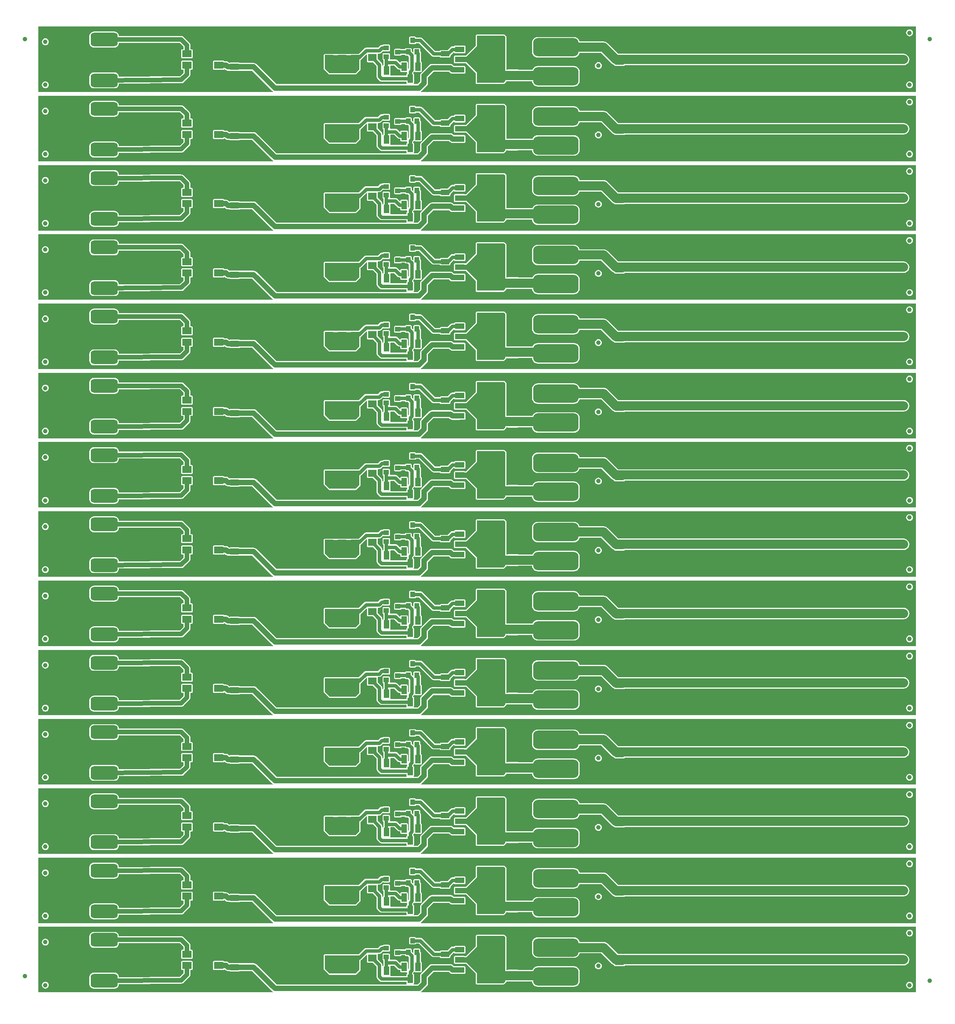
<source format=gtl>
G04 Layer_Physical_Order=1*
G04 Layer_Color=255*
%FSLAX44Y44*%
%MOMM*%
G71*
G01*
G75*
%ADD10C,1.0000*%
%ADD11R,1.1500X1.8500*%
%ADD12R,1.1500X1.0000*%
%ADD13R,1.9500X1.3500*%
%ADD14R,1.8500X1.1500*%
%ADD15R,1.8500X1.5500*%
%ADD16R,1.0000X1.1500*%
%ADD17R,2.0000X1.5000*%
%ADD18R,2.1500X2.1000*%
G04:AMPARAMS|DCode=19|XSize=10mm|YSize=4mm|CornerRadius=1mm|HoleSize=0mm|Usage=FLASHONLY|Rotation=180.000|XOffset=0mm|YOffset=0mm|HoleType=Round|Shape=RoundedRectangle|*
%AMROUNDEDRECTD19*
21,1,10.0000,2.0000,0,0,180.0*
21,1,8.0000,4.0000,0,0,180.0*
1,1,2.0000,-4.0000,1.0000*
1,1,2.0000,4.0000,1.0000*
1,1,2.0000,4.0000,-1.0000*
1,1,2.0000,-4.0000,-1.0000*
%
%ADD19ROUNDEDRECTD19*%
%ADD20R,2.0000X4.0000*%
%ADD21R,2.0000X1.2000*%
G04:AMPARAMS|DCode=22|XSize=6mm|YSize=3mm|CornerRadius=0.75mm|HoleSize=0mm|Usage=FLASHONLY|Rotation=0.000|XOffset=0mm|YOffset=0mm|HoleType=Round|Shape=RoundedRectangle|*
%AMROUNDEDRECTD22*
21,1,6.0000,1.5000,0,0,0.0*
21,1,4.5000,3.0000,0,0,0.0*
1,1,1.5000,2.2500,-0.7500*
1,1,1.5000,-2.2500,-0.7500*
1,1,1.5000,-2.2500,0.7500*
1,1,1.5000,2.2500,0.7500*
%
%ADD22ROUNDEDRECTD22*%
%ADD23C,2.0000*%
%ADD24C,1.2000*%
%ADD25C,1.0000*%
%ADD26C,0.8000*%
%ADD27C,0.8000*%
G36*
X1024000Y2334250D02*
Y2303000D01*
X1015500Y2294500D01*
X958000D01*
X947500Y2305000D01*
Y2334750D01*
X1023500D01*
X1024000Y2334250D01*
D02*
G37*
G36*
X2253881Y2253119D02*
X1160444D01*
X1160192Y2254389D01*
X1160557Y2254541D01*
X1162341Y2255909D01*
X1173341Y2266909D01*
X1174710Y2268694D01*
X1175214Y2269910D01*
X1175570Y2270771D01*
X1175864Y2273000D01*
Y2285682D01*
X1188068Y2297887D01*
X1221932D01*
X1223409Y2296410D01*
X1223409Y2296410D01*
X1225193Y2295041D01*
X1227271Y2294180D01*
X1228385Y2294033D01*
X1229500Y2293887D01*
X1229500Y2293887D01*
X1245750D01*
X1245932Y2293911D01*
X1255750D01*
X1256741Y2294108D01*
X1257581Y2294669D01*
X1258143Y2295509D01*
X1258340Y2296500D01*
Y2308500D01*
X1258143Y2309491D01*
X1257581Y2310332D01*
X1256741Y2310893D01*
X1255750Y2311090D01*
X1245932D01*
X1245750Y2311114D01*
X1233068D01*
X1231591Y2312591D01*
X1229807Y2313960D01*
X1228590Y2314464D01*
X1227729Y2314821D01*
X1225500Y2315114D01*
X1184500D01*
X1182271Y2314821D01*
X1180193Y2313960D01*
X1178409Y2312591D01*
X1161159Y2295341D01*
X1160350Y2294287D01*
X1159669Y2293831D01*
X1159107Y2292991D01*
X1158910Y2292000D01*
Y2291331D01*
X1158636Y2289250D01*
Y2276568D01*
X1152682Y2270614D01*
X1144537D01*
X1144218Y2271092D01*
X1143975Y2271884D01*
X1144393Y2272509D01*
X1144590Y2273500D01*
Y2292000D01*
X1144393Y2292991D01*
X1143831Y2293831D01*
X1142991Y2294393D01*
X1142847Y2294422D01*
Y2295768D01*
X1144164Y2297086D01*
X1144806Y2297922D01*
X1146041Y2298146D01*
X1146405Y2298011D01*
X1147009Y2297608D01*
X1148000Y2297411D01*
X1159500D01*
X1160491Y2297608D01*
X1161331Y2298169D01*
X1161893Y2299009D01*
X1162090Y2300000D01*
Y2318500D01*
X1161893Y2319491D01*
X1161331Y2320332D01*
X1160491Y2320893D01*
X1160346Y2320922D01*
Y2339000D01*
X1160122Y2340708D01*
X1159463Y2342298D01*
X1158590Y2343436D01*
Y2347500D01*
X1158393Y2348491D01*
X1157831Y2349332D01*
X1156991Y2349893D01*
X1156000Y2350090D01*
X1146000D01*
X1145009Y2349893D01*
X1144169Y2349332D01*
X1143607Y2348491D01*
X1143410Y2347500D01*
Y2341328D01*
X1142237Y2340842D01*
X1139590Y2343489D01*
Y2347500D01*
X1139393Y2348491D01*
X1138831Y2349332D01*
X1137991Y2349893D01*
X1137000Y2350090D01*
X1127000D01*
X1126009Y2349893D01*
X1125169Y2349332D01*
X1124607Y2348491D01*
X1124579Y2348347D01*
X1115810D01*
X1115741Y2348393D01*
X1114750Y2348590D01*
X1103250D01*
X1102259Y2348393D01*
X1101419Y2347832D01*
X1100857Y2346991D01*
X1100660Y2346000D01*
Y2336000D01*
X1100857Y2335009D01*
X1101419Y2334169D01*
X1102259Y2333608D01*
X1103250Y2333410D01*
X1114750D01*
X1115741Y2333608D01*
X1116581Y2334169D01*
X1117143Y2335009D01*
X1117171Y2335154D01*
X1124579D01*
X1124607Y2335009D01*
X1125169Y2334169D01*
X1126009Y2333608D01*
X1127000Y2333410D01*
X1131011D01*
X1132904Y2331518D01*
Y2305054D01*
X1132360Y2304645D01*
X1131090Y2305278D01*
Y2318500D01*
X1130893Y2319491D01*
X1130331Y2320332D01*
X1129491Y2320893D01*
X1128500Y2321090D01*
X1117000D01*
X1116009Y2320893D01*
X1115169Y2320332D01*
X1114607Y2319491D01*
X1114446Y2318679D01*
X1113459Y2318106D01*
X1113292Y2318037D01*
X1108164Y2323165D01*
X1106798Y2324213D01*
X1105207Y2324872D01*
X1103500Y2325097D01*
X1092778D01*
X1091813Y2326367D01*
X1091840Y2326500D01*
Y2336500D01*
X1091643Y2337491D01*
X1091081Y2338331D01*
X1090241Y2338893D01*
X1089250Y2339090D01*
X1077750D01*
X1076759Y2338893D01*
X1075919Y2338331D01*
X1075357Y2337491D01*
X1075160Y2336500D01*
Y2326500D01*
X1075357Y2325509D01*
X1075919Y2324669D01*
X1076759Y2324108D01*
X1076904Y2324079D01*
Y2312238D01*
X1076669Y2312081D01*
X1076107Y2311241D01*
X1074846Y2311412D01*
Y2313250D01*
X1074622Y2314958D01*
X1073963Y2316548D01*
X1072914Y2317915D01*
X1064340Y2326489D01*
Y2336750D01*
X1065405Y2337904D01*
X1067750D01*
X1069457Y2338129D01*
X1071048Y2338788D01*
X1072414Y2339836D01*
X1076116Y2343537D01*
X1076759Y2343108D01*
X1077750Y2342910D01*
X1089250D01*
X1090241Y2343108D01*
X1091081Y2343669D01*
X1091643Y2344509D01*
X1091840Y2345500D01*
Y2355500D01*
X1091643Y2356491D01*
X1091081Y2357332D01*
X1090241Y2357893D01*
X1089250Y2358090D01*
X1077750D01*
X1076759Y2357893D01*
X1075919Y2357332D01*
X1075762Y2357097D01*
X1073750D01*
X1072043Y2356872D01*
X1070452Y2356213D01*
X1069086Y2355165D01*
X1065018Y2351097D01*
X1038750D01*
X1037043Y2350872D01*
X1035452Y2350213D01*
X1034086Y2349165D01*
X1022261Y2337340D01*
X947500D01*
X946509Y2337143D01*
X945669Y2336582D01*
X945107Y2335741D01*
X944910Y2334750D01*
Y2323250D01*
Y2305000D01*
X945107Y2304009D01*
X945669Y2303169D01*
X956169Y2292669D01*
X957009Y2292108D01*
X958000Y2291911D01*
X1015500D01*
X1016491Y2292108D01*
X1017331Y2292669D01*
X1025831Y2301169D01*
X1026393Y2302009D01*
X1026590Y2303000D01*
Y2323320D01*
X1027914Y2324336D01*
X1039390Y2335812D01*
X1040660Y2335286D01*
Y2321250D01*
X1040857Y2320259D01*
X1041419Y2319419D01*
X1042259Y2318858D01*
X1043250Y2318660D01*
X1053511D01*
X1061654Y2310518D01*
Y2287750D01*
X1061878Y2286043D01*
X1062537Y2284452D01*
X1063586Y2283086D01*
X1068586Y2278086D01*
X1069952Y2277038D01*
X1071543Y2276379D01*
X1073250Y2276154D01*
X1127910D01*
Y2273500D01*
X1128107Y2272509D01*
X1128525Y2271884D01*
X1128282Y2271092D01*
X1127963Y2270614D01*
X840818D01*
X796591Y2314841D01*
X794807Y2316210D01*
X792729Y2317070D01*
X790500Y2317364D01*
X759783D01*
X758991Y2317893D01*
X758000Y2318090D01*
X738500D01*
X737509Y2317893D01*
X736778Y2317404D01*
X735591Y2318591D01*
X733807Y2319960D01*
X731729Y2320820D01*
X729500Y2321114D01*
X725311D01*
X724831Y2321832D01*
X723991Y2322393D01*
X723000Y2322590D01*
X703000D01*
X702009Y2322393D01*
X701169Y2321832D01*
X700607Y2320991D01*
X700410Y2320000D01*
Y2305000D01*
X700607Y2304009D01*
X701169Y2303169D01*
X702009Y2302608D01*
X703000Y2302410D01*
X723000D01*
X723991Y2302608D01*
X724831Y2303169D01*
X724910Y2303287D01*
X726412Y2303407D01*
X727159Y2302659D01*
X728943Y2301291D01*
X731021Y2300430D01*
X733250Y2300137D01*
X736717D01*
X737509Y2299608D01*
X738500Y2299411D01*
X758000D01*
X758991Y2299608D01*
X759783Y2300137D01*
X786932D01*
X831159Y2255909D01*
X832943Y2254541D01*
X833308Y2254389D01*
X833056Y2253119D01*
X314119D01*
Y2397881D01*
X2253881D01*
Y2253119D01*
D02*
G37*
G36*
X1108086Y2304586D02*
X1109452Y2303538D01*
X1111043Y2302879D01*
X1112750Y2302654D01*
X1114410D01*
Y2300000D01*
X1114607Y2299009D01*
X1115169Y2298169D01*
X1116009Y2297608D01*
X1117000Y2297410D01*
X1128500D01*
X1129654Y2296345D01*
Y2294422D01*
X1129509Y2294393D01*
X1128669Y2293831D01*
X1128107Y2292991D01*
X1127910Y2292000D01*
Y2289347D01*
X1092976D01*
X1092297Y2290617D01*
X1092393Y2290759D01*
X1092590Y2291750D01*
Y2310250D01*
X1092514Y2310634D01*
X1093361Y2311904D01*
X1100768D01*
X1108086Y2304586D01*
D02*
G37*
G36*
X1024000Y2181250D02*
Y2150000D01*
X1015500Y2141500D01*
X958000D01*
X947500Y2152000D01*
Y2181750D01*
X1023500D01*
X1024000Y2181250D01*
D02*
G37*
G36*
X2253881Y2100119D02*
X1160444D01*
X1160192Y2101389D01*
X1160557Y2101541D01*
X1162341Y2102910D01*
X1173341Y2113909D01*
X1174710Y2115693D01*
X1175214Y2116910D01*
X1175570Y2117771D01*
X1175864Y2120000D01*
Y2132682D01*
X1188068Y2144887D01*
X1221932D01*
X1223409Y2143410D01*
X1223409Y2143409D01*
X1225193Y2142041D01*
X1227271Y2141180D01*
X1228385Y2141033D01*
X1229500Y2140887D01*
X1229500Y2140887D01*
X1245750D01*
X1245932Y2140911D01*
X1255750D01*
X1256741Y2141108D01*
X1257581Y2141669D01*
X1258143Y2142509D01*
X1258340Y2143500D01*
Y2155500D01*
X1258143Y2156491D01*
X1257581Y2157332D01*
X1256741Y2157893D01*
X1255750Y2158090D01*
X1245932D01*
X1245750Y2158114D01*
X1233068D01*
X1231591Y2159591D01*
X1229807Y2160960D01*
X1228590Y2161464D01*
X1227729Y2161820D01*
X1225500Y2162114D01*
X1184500D01*
X1182271Y2161820D01*
X1180193Y2160960D01*
X1178409Y2159591D01*
X1161159Y2142341D01*
X1160350Y2141287D01*
X1159669Y2140831D01*
X1159107Y2139991D01*
X1158910Y2139000D01*
Y2138331D01*
X1158636Y2136250D01*
Y2123568D01*
X1152682Y2117614D01*
X1144537D01*
X1144218Y2118092D01*
X1143975Y2118884D01*
X1144393Y2119509D01*
X1144590Y2120500D01*
Y2139000D01*
X1144393Y2139991D01*
X1143831Y2140831D01*
X1142991Y2141393D01*
X1142847Y2141422D01*
Y2142768D01*
X1144164Y2144086D01*
X1144806Y2144922D01*
X1146041Y2145146D01*
X1146405Y2145011D01*
X1147009Y2144608D01*
X1148000Y2144411D01*
X1159500D01*
X1160491Y2144608D01*
X1161331Y2145169D01*
X1161893Y2146009D01*
X1162090Y2147000D01*
Y2165500D01*
X1161893Y2166491D01*
X1161331Y2167332D01*
X1160491Y2167893D01*
X1160346Y2167922D01*
Y2186000D01*
X1160122Y2187708D01*
X1159463Y2189299D01*
X1158590Y2190436D01*
Y2194500D01*
X1158393Y2195491D01*
X1157831Y2196331D01*
X1156991Y2196893D01*
X1156000Y2197090D01*
X1146000D01*
X1145009Y2196893D01*
X1144169Y2196331D01*
X1143607Y2195491D01*
X1143410Y2194500D01*
Y2188328D01*
X1142237Y2187842D01*
X1139590Y2190489D01*
Y2194500D01*
X1139393Y2195491D01*
X1138831Y2196331D01*
X1137991Y2196893D01*
X1137000Y2197090D01*
X1127000D01*
X1126009Y2196893D01*
X1125169Y2196331D01*
X1124607Y2195491D01*
X1124579Y2195347D01*
X1115810D01*
X1115741Y2195393D01*
X1114750Y2195590D01*
X1103250D01*
X1102259Y2195393D01*
X1101419Y2194831D01*
X1100857Y2193991D01*
X1100660Y2193000D01*
Y2183000D01*
X1100857Y2182009D01*
X1101419Y2181169D01*
X1102259Y2180608D01*
X1103250Y2180410D01*
X1114750D01*
X1115741Y2180608D01*
X1116581Y2181169D01*
X1117143Y2182009D01*
X1117171Y2182154D01*
X1124579D01*
X1124607Y2182009D01*
X1125169Y2181169D01*
X1126009Y2180608D01*
X1127000Y2180410D01*
X1131011D01*
X1132904Y2178518D01*
Y2152054D01*
X1132360Y2151645D01*
X1131090Y2152278D01*
Y2165500D01*
X1130893Y2166491D01*
X1130331Y2167332D01*
X1129491Y2167893D01*
X1128500Y2168090D01*
X1117000D01*
X1116009Y2167893D01*
X1115169Y2167332D01*
X1114607Y2166491D01*
X1114446Y2165679D01*
X1113459Y2165106D01*
X1113292Y2165037D01*
X1108164Y2170165D01*
X1106798Y2171213D01*
X1105207Y2171872D01*
X1103500Y2172097D01*
X1092778D01*
X1091813Y2173367D01*
X1091840Y2173500D01*
Y2183500D01*
X1091643Y2184491D01*
X1091081Y2185332D01*
X1090241Y2185893D01*
X1089250Y2186090D01*
X1077750D01*
X1076759Y2185893D01*
X1075919Y2185332D01*
X1075357Y2184491D01*
X1075160Y2183500D01*
Y2173500D01*
X1075357Y2172509D01*
X1075919Y2171669D01*
X1076759Y2171108D01*
X1076904Y2171079D01*
Y2159238D01*
X1076669Y2159082D01*
X1076107Y2158241D01*
X1074846Y2158412D01*
Y2160250D01*
X1074622Y2161958D01*
X1073963Y2163548D01*
X1072914Y2164915D01*
X1064340Y2173489D01*
Y2183750D01*
X1065405Y2184904D01*
X1067750D01*
X1069457Y2185129D01*
X1071048Y2185788D01*
X1072414Y2186836D01*
X1076116Y2190537D01*
X1076759Y2190108D01*
X1077750Y2189910D01*
X1089250D01*
X1090241Y2190108D01*
X1091081Y2190669D01*
X1091643Y2191509D01*
X1091840Y2192500D01*
Y2202500D01*
X1091643Y2203491D01*
X1091081Y2204332D01*
X1090241Y2204893D01*
X1089250Y2205090D01*
X1077750D01*
X1076759Y2204893D01*
X1075919Y2204332D01*
X1075762Y2204097D01*
X1073750D01*
X1072043Y2203872D01*
X1070452Y2203213D01*
X1069086Y2202165D01*
X1065018Y2198097D01*
X1038750D01*
X1037043Y2197872D01*
X1035452Y2197213D01*
X1034086Y2196165D01*
X1022261Y2184340D01*
X947500D01*
X946509Y2184143D01*
X945669Y2183582D01*
X945107Y2182741D01*
X944910Y2181750D01*
Y2170250D01*
Y2152000D01*
X945107Y2151009D01*
X945669Y2150169D01*
X956169Y2139669D01*
X957009Y2139108D01*
X958000Y2138911D01*
X1015500D01*
X1016491Y2139108D01*
X1017331Y2139669D01*
X1025831Y2148169D01*
X1026393Y2149009D01*
X1026590Y2150000D01*
Y2170320D01*
X1027914Y2171336D01*
X1039390Y2182812D01*
X1040660Y2182286D01*
Y2168250D01*
X1040857Y2167259D01*
X1041419Y2166419D01*
X1042259Y2165858D01*
X1043250Y2165661D01*
X1053511D01*
X1061654Y2157518D01*
Y2134750D01*
X1061878Y2133043D01*
X1062537Y2131452D01*
X1063586Y2130086D01*
X1068586Y2125086D01*
X1069952Y2124038D01*
X1071543Y2123379D01*
X1073250Y2123154D01*
X1127910D01*
Y2120500D01*
X1128107Y2119509D01*
X1128525Y2118884D01*
X1128282Y2118092D01*
X1127963Y2117614D01*
X840818D01*
X796591Y2161841D01*
X794807Y2163210D01*
X792729Y2164070D01*
X790500Y2164364D01*
X759783D01*
X758991Y2164893D01*
X758000Y2165090D01*
X738500D01*
X737509Y2164893D01*
X736778Y2164404D01*
X735591Y2165591D01*
X733807Y2166960D01*
X731729Y2167820D01*
X729500Y2168114D01*
X725311D01*
X724831Y2168831D01*
X723991Y2169393D01*
X723000Y2169590D01*
X703000D01*
X702009Y2169393D01*
X701169Y2168831D01*
X700607Y2167991D01*
X700410Y2167000D01*
Y2152000D01*
X700607Y2151009D01*
X701169Y2150169D01*
X702009Y2149608D01*
X703000Y2149411D01*
X723000D01*
X723991Y2149608D01*
X724831Y2150169D01*
X724910Y2150287D01*
X726412Y2150407D01*
X727159Y2149659D01*
X728943Y2148291D01*
X731021Y2147430D01*
X733250Y2147137D01*
X736717D01*
X737509Y2146608D01*
X738500Y2146411D01*
X758000D01*
X758991Y2146608D01*
X759783Y2147137D01*
X786932D01*
X831159Y2102910D01*
X832943Y2101541D01*
X833308Y2101389D01*
X833056Y2100119D01*
X314119D01*
Y2244881D01*
X2253881D01*
Y2100119D01*
D02*
G37*
G36*
X1108086Y2151586D02*
X1109452Y2150538D01*
X1111043Y2149879D01*
X1112750Y2149654D01*
X1114410D01*
Y2147000D01*
X1114607Y2146009D01*
X1115169Y2145169D01*
X1116009Y2144608D01*
X1117000Y2144411D01*
X1128500D01*
X1129654Y2143345D01*
Y2141422D01*
X1129509Y2141393D01*
X1128669Y2140831D01*
X1128107Y2139991D01*
X1127910Y2139000D01*
Y2136347D01*
X1092976D01*
X1092297Y2137617D01*
X1092393Y2137759D01*
X1092590Y2138750D01*
Y2157250D01*
X1092514Y2157634D01*
X1093361Y2158904D01*
X1100768D01*
X1108086Y2151586D01*
D02*
G37*
G36*
X1024000Y2028250D02*
Y1997000D01*
X1015500Y1988500D01*
X958000D01*
X947500Y1999000D01*
Y2028750D01*
X1023500D01*
X1024000Y2028250D01*
D02*
G37*
G36*
X2253881Y1947119D02*
X1160444D01*
X1160192Y1948389D01*
X1160557Y1948541D01*
X1162341Y1949910D01*
X1173341Y1960909D01*
X1174710Y1962693D01*
X1175214Y1963910D01*
X1175570Y1964771D01*
X1175864Y1967000D01*
Y1979682D01*
X1188068Y1991887D01*
X1221932D01*
X1223409Y1990410D01*
X1223409Y1990410D01*
X1225193Y1989041D01*
X1227271Y1988180D01*
X1228385Y1988033D01*
X1229500Y1987887D01*
X1229500Y1987887D01*
X1245750D01*
X1245932Y1987911D01*
X1255750D01*
X1256741Y1988108D01*
X1257581Y1988669D01*
X1258143Y1989509D01*
X1258340Y1990500D01*
Y2002500D01*
X1258143Y2003491D01*
X1257581Y2004332D01*
X1256741Y2004893D01*
X1255750Y2005090D01*
X1245932D01*
X1245750Y2005114D01*
X1233068D01*
X1231591Y2006591D01*
X1229807Y2007960D01*
X1228590Y2008464D01*
X1227729Y2008820D01*
X1225500Y2009114D01*
X1184500D01*
X1182271Y2008820D01*
X1180193Y2007960D01*
X1178409Y2006591D01*
X1161159Y1989341D01*
X1160350Y1988287D01*
X1159669Y1987832D01*
X1159107Y1986991D01*
X1158910Y1986000D01*
Y1985331D01*
X1158636Y1983250D01*
Y1970568D01*
X1152682Y1964614D01*
X1144537D01*
X1144218Y1965092D01*
X1143975Y1965884D01*
X1144393Y1966509D01*
X1144590Y1967500D01*
Y1986000D01*
X1144393Y1986991D01*
X1143831Y1987832D01*
X1142991Y1988393D01*
X1142847Y1988422D01*
Y1989768D01*
X1144164Y1991086D01*
X1144806Y1991922D01*
X1146041Y1992146D01*
X1146405Y1992011D01*
X1147009Y1991608D01*
X1148000Y1991411D01*
X1159500D01*
X1160491Y1991608D01*
X1161331Y1992169D01*
X1161893Y1993009D01*
X1162090Y1994000D01*
Y2012500D01*
X1161893Y2013491D01*
X1161331Y2014332D01*
X1160491Y2014893D01*
X1160346Y2014922D01*
Y2033000D01*
X1160122Y2034708D01*
X1159463Y2036299D01*
X1158590Y2037436D01*
Y2041500D01*
X1158393Y2042491D01*
X1157831Y2043331D01*
X1156991Y2043893D01*
X1156000Y2044090D01*
X1146000D01*
X1145009Y2043893D01*
X1144169Y2043331D01*
X1143607Y2042491D01*
X1143410Y2041500D01*
Y2035328D01*
X1142237Y2034842D01*
X1139590Y2037489D01*
Y2041500D01*
X1139393Y2042491D01*
X1138831Y2043331D01*
X1137991Y2043893D01*
X1137000Y2044090D01*
X1127000D01*
X1126009Y2043893D01*
X1125169Y2043331D01*
X1124607Y2042491D01*
X1124579Y2042347D01*
X1115810D01*
X1115741Y2042393D01*
X1114750Y2042590D01*
X1103250D01*
X1102259Y2042393D01*
X1101419Y2041831D01*
X1100857Y2040991D01*
X1100660Y2040000D01*
Y2030000D01*
X1100857Y2029009D01*
X1101419Y2028169D01*
X1102259Y2027608D01*
X1103250Y2027410D01*
X1114750D01*
X1115741Y2027608D01*
X1116581Y2028169D01*
X1117143Y2029009D01*
X1117171Y2029154D01*
X1124579D01*
X1124607Y2029009D01*
X1125169Y2028169D01*
X1126009Y2027608D01*
X1127000Y2027410D01*
X1131011D01*
X1132904Y2025518D01*
Y1999054D01*
X1132360Y1998645D01*
X1131090Y1999278D01*
Y2012500D01*
X1130893Y2013491D01*
X1130331Y2014332D01*
X1129491Y2014893D01*
X1128500Y2015090D01*
X1117000D01*
X1116009Y2014893D01*
X1115169Y2014332D01*
X1114607Y2013491D01*
X1114446Y2012679D01*
X1113459Y2012106D01*
X1113292Y2012037D01*
X1108164Y2017165D01*
X1106798Y2018213D01*
X1105207Y2018872D01*
X1103500Y2019097D01*
X1092778D01*
X1091813Y2020367D01*
X1091840Y2020500D01*
Y2030500D01*
X1091643Y2031491D01*
X1091081Y2032332D01*
X1090241Y2032893D01*
X1089250Y2033090D01*
X1077750D01*
X1076759Y2032893D01*
X1075919Y2032332D01*
X1075357Y2031491D01*
X1075160Y2030500D01*
Y2020500D01*
X1075357Y2019509D01*
X1075919Y2018669D01*
X1076759Y2018108D01*
X1076904Y2018079D01*
Y2006238D01*
X1076669Y2006082D01*
X1076107Y2005241D01*
X1074846Y2005412D01*
Y2007250D01*
X1074622Y2008958D01*
X1073963Y2010549D01*
X1072914Y2011915D01*
X1064340Y2020489D01*
Y2030750D01*
X1065405Y2031904D01*
X1067750D01*
X1069457Y2032129D01*
X1071048Y2032788D01*
X1072414Y2033836D01*
X1076116Y2037537D01*
X1076759Y2037108D01*
X1077750Y2036911D01*
X1089250D01*
X1090241Y2037108D01*
X1091081Y2037669D01*
X1091643Y2038509D01*
X1091840Y2039500D01*
Y2049500D01*
X1091643Y2050491D01*
X1091081Y2051331D01*
X1090241Y2051893D01*
X1089250Y2052090D01*
X1077750D01*
X1076759Y2051893D01*
X1075919Y2051331D01*
X1075762Y2051097D01*
X1073750D01*
X1072043Y2050872D01*
X1070452Y2050213D01*
X1069086Y2049165D01*
X1065018Y2045097D01*
X1038750D01*
X1037043Y2044872D01*
X1035452Y2044213D01*
X1034086Y2043165D01*
X1022261Y2031340D01*
X947500D01*
X946509Y2031143D01*
X945669Y2030582D01*
X945107Y2029741D01*
X944910Y2028750D01*
Y2017250D01*
Y1999000D01*
X945107Y1998009D01*
X945669Y1997169D01*
X956169Y1986669D01*
X957009Y1986108D01*
X958000Y1985910D01*
X1015500D01*
X1016491Y1986108D01*
X1017331Y1986669D01*
X1025831Y1995169D01*
X1026393Y1996009D01*
X1026590Y1997000D01*
Y2017319D01*
X1027914Y2018336D01*
X1039390Y2029812D01*
X1040660Y2029286D01*
Y2015250D01*
X1040857Y2014259D01*
X1041419Y2013419D01*
X1042259Y2012858D01*
X1043250Y2012661D01*
X1053511D01*
X1061654Y2004518D01*
Y1981750D01*
X1061878Y1980043D01*
X1062537Y1978452D01*
X1063586Y1977086D01*
X1068586Y1972086D01*
X1069952Y1971038D01*
X1071543Y1970379D01*
X1073250Y1970154D01*
X1127910D01*
Y1967500D01*
X1128107Y1966509D01*
X1128525Y1965884D01*
X1128282Y1965092D01*
X1127963Y1964614D01*
X840818D01*
X796591Y2008841D01*
X794807Y2010210D01*
X792729Y2011070D01*
X790500Y2011364D01*
X759783D01*
X758991Y2011893D01*
X758000Y2012090D01*
X738500D01*
X737509Y2011893D01*
X736778Y2011404D01*
X735591Y2012591D01*
X733807Y2013960D01*
X731729Y2014820D01*
X729500Y2015114D01*
X725311D01*
X724831Y2015831D01*
X723991Y2016393D01*
X723000Y2016590D01*
X703000D01*
X702009Y2016393D01*
X701169Y2015831D01*
X700607Y2014991D01*
X700410Y2014000D01*
Y1999000D01*
X700607Y1998009D01*
X701169Y1997169D01*
X702009Y1996608D01*
X703000Y1996411D01*
X723000D01*
X723991Y1996608D01*
X724831Y1997169D01*
X724910Y1997287D01*
X726412Y1997407D01*
X727159Y1996660D01*
X728943Y1995291D01*
X731021Y1994430D01*
X733250Y1994137D01*
X736717D01*
X737509Y1993608D01*
X738500Y1993410D01*
X758000D01*
X758991Y1993608D01*
X759783Y1994137D01*
X786932D01*
X831159Y1949910D01*
X832943Y1948541D01*
X833308Y1948389D01*
X833056Y1947119D01*
X314119D01*
Y2091881D01*
X2253881D01*
Y1947119D01*
D02*
G37*
G36*
X1108086Y1998586D02*
X1109452Y1997538D01*
X1111043Y1996879D01*
X1112750Y1996654D01*
X1114410D01*
Y1994000D01*
X1114607Y1993009D01*
X1115169Y1992169D01*
X1116009Y1991608D01*
X1117000Y1991411D01*
X1128500D01*
X1129654Y1990345D01*
Y1988422D01*
X1129509Y1988393D01*
X1128669Y1987832D01*
X1128107Y1986991D01*
X1127910Y1986000D01*
Y1983347D01*
X1092976D01*
X1092297Y1984617D01*
X1092393Y1984759D01*
X1092590Y1985750D01*
Y2004250D01*
X1092514Y2004634D01*
X1093361Y2005904D01*
X1100768D01*
X1108086Y1998586D01*
D02*
G37*
G36*
X1024000Y1875250D02*
Y1844000D01*
X1015500Y1835500D01*
X958000D01*
X947500Y1846000D01*
Y1875750D01*
X1023500D01*
X1024000Y1875250D01*
D02*
G37*
G36*
X2253881Y1794119D02*
X1160444D01*
X1160192Y1795389D01*
X1160557Y1795541D01*
X1162341Y1796909D01*
X1173341Y1807909D01*
X1174710Y1809693D01*
X1175214Y1810910D01*
X1175570Y1811771D01*
X1175864Y1814000D01*
Y1826682D01*
X1188068Y1838887D01*
X1221932D01*
X1223409Y1837410D01*
X1223409Y1837410D01*
X1225193Y1836041D01*
X1227271Y1835180D01*
X1228385Y1835033D01*
X1229500Y1834887D01*
X1229500Y1834887D01*
X1245750D01*
X1245932Y1834910D01*
X1255750D01*
X1256741Y1835108D01*
X1257581Y1835669D01*
X1258143Y1836509D01*
X1258340Y1837500D01*
Y1849500D01*
X1258143Y1850491D01*
X1257581Y1851331D01*
X1256741Y1851893D01*
X1255750Y1852090D01*
X1245932D01*
X1245750Y1852114D01*
X1233068D01*
X1231591Y1853591D01*
X1229807Y1854960D01*
X1228590Y1855464D01*
X1227729Y1855820D01*
X1225500Y1856114D01*
X1184500D01*
X1182271Y1855820D01*
X1180193Y1854960D01*
X1178409Y1853591D01*
X1161159Y1836341D01*
X1160350Y1835287D01*
X1159669Y1834832D01*
X1159107Y1833991D01*
X1158910Y1833000D01*
Y1832331D01*
X1158636Y1830250D01*
Y1817568D01*
X1152682Y1811614D01*
X1144537D01*
X1144218Y1812092D01*
X1143975Y1812884D01*
X1144393Y1813509D01*
X1144590Y1814500D01*
Y1833000D01*
X1144393Y1833991D01*
X1143831Y1834832D01*
X1142991Y1835393D01*
X1142847Y1835422D01*
Y1836768D01*
X1144164Y1838086D01*
X1144806Y1838922D01*
X1146041Y1839146D01*
X1146405Y1839011D01*
X1147009Y1838608D01*
X1148000Y1838410D01*
X1159500D01*
X1160491Y1838608D01*
X1161331Y1839169D01*
X1161893Y1840009D01*
X1162090Y1841000D01*
Y1859500D01*
X1161893Y1860491D01*
X1161331Y1861331D01*
X1160491Y1861893D01*
X1160346Y1861922D01*
Y1880000D01*
X1160122Y1881707D01*
X1159463Y1883298D01*
X1158590Y1884436D01*
Y1888500D01*
X1158393Y1889491D01*
X1157831Y1890332D01*
X1156991Y1890893D01*
X1156000Y1891090D01*
X1146000D01*
X1145009Y1890893D01*
X1144169Y1890332D01*
X1143607Y1889491D01*
X1143410Y1888500D01*
Y1882328D01*
X1142237Y1881842D01*
X1139590Y1884489D01*
Y1888500D01*
X1139393Y1889491D01*
X1138831Y1890331D01*
X1137991Y1890893D01*
X1137000Y1891090D01*
X1127000D01*
X1126009Y1890893D01*
X1125169Y1890331D01*
X1124607Y1889491D01*
X1124579Y1889347D01*
X1115810D01*
X1115741Y1889393D01*
X1114750Y1889590D01*
X1103250D01*
X1102259Y1889393D01*
X1101419Y1888831D01*
X1100857Y1887991D01*
X1100660Y1887000D01*
Y1877000D01*
X1100857Y1876009D01*
X1101419Y1875169D01*
X1102259Y1874608D01*
X1103250Y1874410D01*
X1114750D01*
X1115741Y1874608D01*
X1116581Y1875169D01*
X1117143Y1876009D01*
X1117171Y1876154D01*
X1124579D01*
X1124607Y1876009D01*
X1125169Y1875169D01*
X1126009Y1874608D01*
X1127000Y1874410D01*
X1131011D01*
X1132904Y1872518D01*
Y1846054D01*
X1132360Y1845645D01*
X1131090Y1846278D01*
Y1859500D01*
X1130893Y1860491D01*
X1130331Y1861331D01*
X1129491Y1861893D01*
X1128500Y1862090D01*
X1117000D01*
X1116009Y1861893D01*
X1115169Y1861331D01*
X1114607Y1860491D01*
X1114446Y1859679D01*
X1113459Y1859106D01*
X1113292Y1859037D01*
X1108164Y1864165D01*
X1106798Y1865213D01*
X1105207Y1865872D01*
X1103500Y1866097D01*
X1092778D01*
X1091813Y1867367D01*
X1091840Y1867500D01*
Y1877500D01*
X1091643Y1878491D01*
X1091081Y1879331D01*
X1090241Y1879893D01*
X1089250Y1880090D01*
X1077750D01*
X1076759Y1879893D01*
X1075919Y1879331D01*
X1075357Y1878491D01*
X1075160Y1877500D01*
Y1867500D01*
X1075357Y1866509D01*
X1075919Y1865669D01*
X1076759Y1865108D01*
X1076904Y1865079D01*
Y1853238D01*
X1076669Y1853082D01*
X1076107Y1852241D01*
X1074846Y1852412D01*
Y1854250D01*
X1074622Y1855957D01*
X1073963Y1857549D01*
X1072914Y1858915D01*
X1064340Y1867489D01*
Y1877750D01*
X1065405Y1878904D01*
X1067750D01*
X1069457Y1879129D01*
X1071048Y1879788D01*
X1072414Y1880836D01*
X1076116Y1884537D01*
X1076759Y1884108D01*
X1077750Y1883910D01*
X1089250D01*
X1090241Y1884108D01*
X1091081Y1884669D01*
X1091643Y1885509D01*
X1091840Y1886500D01*
Y1896500D01*
X1091643Y1897491D01*
X1091081Y1898331D01*
X1090241Y1898893D01*
X1089250Y1899090D01*
X1077750D01*
X1076759Y1898893D01*
X1075919Y1898331D01*
X1075762Y1898097D01*
X1073750D01*
X1072043Y1897872D01*
X1070452Y1897213D01*
X1069086Y1896165D01*
X1065018Y1892097D01*
X1038750D01*
X1037043Y1891872D01*
X1035452Y1891213D01*
X1034086Y1890165D01*
X1022261Y1878340D01*
X947500D01*
X946509Y1878143D01*
X945669Y1877581D01*
X945107Y1876741D01*
X944910Y1875750D01*
Y1864250D01*
Y1846000D01*
X945107Y1845009D01*
X945669Y1844169D01*
X956169Y1833669D01*
X957009Y1833108D01*
X958000Y1832910D01*
X1015500D01*
X1016491Y1833108D01*
X1017331Y1833669D01*
X1025831Y1842169D01*
X1026393Y1843009D01*
X1026590Y1844000D01*
Y1864319D01*
X1027914Y1865336D01*
X1039390Y1876812D01*
X1040660Y1876286D01*
Y1862250D01*
X1040857Y1861259D01*
X1041419Y1860419D01*
X1042259Y1859858D01*
X1043250Y1859660D01*
X1053511D01*
X1061654Y1851518D01*
Y1828750D01*
X1061878Y1827043D01*
X1062537Y1825452D01*
X1063586Y1824086D01*
X1068586Y1819086D01*
X1069952Y1818038D01*
X1071543Y1817379D01*
X1073250Y1817154D01*
X1127910D01*
Y1814500D01*
X1128107Y1813509D01*
X1128525Y1812884D01*
X1128282Y1812092D01*
X1127963Y1811614D01*
X840818D01*
X796591Y1855841D01*
X794807Y1857210D01*
X792729Y1858070D01*
X790500Y1858364D01*
X759783D01*
X758991Y1858893D01*
X758000Y1859090D01*
X738500D01*
X737509Y1858893D01*
X736778Y1858404D01*
X735591Y1859591D01*
X733807Y1860960D01*
X731729Y1861820D01*
X729500Y1862114D01*
X725311D01*
X724831Y1862831D01*
X723991Y1863393D01*
X723000Y1863590D01*
X703000D01*
X702009Y1863393D01*
X701169Y1862831D01*
X700607Y1861991D01*
X700410Y1861000D01*
Y1846000D01*
X700607Y1845009D01*
X701169Y1844169D01*
X702009Y1843608D01*
X703000Y1843410D01*
X723000D01*
X723991Y1843608D01*
X724831Y1844169D01*
X724910Y1844287D01*
X726412Y1844407D01*
X727159Y1843659D01*
X728943Y1842291D01*
X731021Y1841430D01*
X733250Y1841137D01*
X736717D01*
X737509Y1840608D01*
X738500Y1840410D01*
X758000D01*
X758991Y1840608D01*
X759783Y1841137D01*
X786932D01*
X831159Y1796909D01*
X832943Y1795541D01*
X833308Y1795389D01*
X833056Y1794119D01*
X314119D01*
Y1938881D01*
X2253881D01*
Y1794119D01*
D02*
G37*
G36*
X1108086Y1845586D02*
X1109452Y1844538D01*
X1111043Y1843879D01*
X1112750Y1843654D01*
X1114410D01*
Y1841000D01*
X1114607Y1840009D01*
X1115169Y1839169D01*
X1116009Y1838608D01*
X1117000Y1838410D01*
X1128500D01*
X1129654Y1837345D01*
Y1835422D01*
X1129509Y1835393D01*
X1128669Y1834832D01*
X1128107Y1833991D01*
X1127910Y1833000D01*
Y1830347D01*
X1092976D01*
X1092297Y1831617D01*
X1092393Y1831759D01*
X1092590Y1832750D01*
Y1851250D01*
X1092514Y1851634D01*
X1093361Y1852904D01*
X1100768D01*
X1108086Y1845586D01*
D02*
G37*
G36*
X1024000Y1722250D02*
Y1691000D01*
X1015500Y1682500D01*
X958000D01*
X947500Y1693000D01*
Y1722750D01*
X1023500D01*
X1024000Y1722250D01*
D02*
G37*
G36*
X2253881Y1641119D02*
X1160444D01*
X1160192Y1642389D01*
X1160557Y1642540D01*
X1162341Y1643909D01*
X1173341Y1654909D01*
X1174710Y1656693D01*
X1175214Y1657910D01*
X1175570Y1658771D01*
X1175864Y1661000D01*
Y1673682D01*
X1188068Y1685887D01*
X1221932D01*
X1223409Y1684410D01*
X1223409Y1684409D01*
X1225193Y1683041D01*
X1227271Y1682180D01*
X1228385Y1682033D01*
X1229500Y1681887D01*
X1229500Y1681887D01*
X1245750D01*
X1245932Y1681911D01*
X1255750D01*
X1256741Y1682108D01*
X1257581Y1682669D01*
X1258143Y1683509D01*
X1258340Y1684500D01*
Y1696500D01*
X1258143Y1697491D01*
X1257581Y1698331D01*
X1256741Y1698893D01*
X1255750Y1699090D01*
X1245932D01*
X1245750Y1699114D01*
X1233068D01*
X1231591Y1700591D01*
X1229807Y1701960D01*
X1228590Y1702464D01*
X1227729Y1702820D01*
X1225500Y1703114D01*
X1184500D01*
X1182271Y1702820D01*
X1180193Y1701960D01*
X1178409Y1700591D01*
X1161159Y1683341D01*
X1160350Y1682287D01*
X1159669Y1681831D01*
X1159107Y1680991D01*
X1158910Y1680000D01*
Y1679331D01*
X1158636Y1677250D01*
Y1664568D01*
X1152682Y1658614D01*
X1144537D01*
X1144218Y1659092D01*
X1143975Y1659884D01*
X1144393Y1660509D01*
X1144590Y1661500D01*
Y1680000D01*
X1144393Y1680991D01*
X1143831Y1681831D01*
X1142991Y1682393D01*
X1142847Y1682422D01*
Y1683768D01*
X1144164Y1685086D01*
X1144806Y1685922D01*
X1146041Y1686146D01*
X1146405Y1686011D01*
X1147009Y1685608D01*
X1148000Y1685410D01*
X1159500D01*
X1160491Y1685608D01*
X1161331Y1686169D01*
X1161893Y1687009D01*
X1162090Y1688000D01*
Y1706500D01*
X1161893Y1707491D01*
X1161331Y1708331D01*
X1160491Y1708893D01*
X1160346Y1708922D01*
Y1727000D01*
X1160122Y1728707D01*
X1159463Y1730298D01*
X1158590Y1731436D01*
Y1735500D01*
X1158393Y1736491D01*
X1157831Y1737332D01*
X1156991Y1737893D01*
X1156000Y1738090D01*
X1146000D01*
X1145009Y1737893D01*
X1144169Y1737332D01*
X1143607Y1736491D01*
X1143410Y1735500D01*
Y1729328D01*
X1142237Y1728842D01*
X1139590Y1731489D01*
Y1735500D01*
X1139393Y1736491D01*
X1138831Y1737331D01*
X1137991Y1737893D01*
X1137000Y1738090D01*
X1127000D01*
X1126009Y1737893D01*
X1125169Y1737331D01*
X1124607Y1736491D01*
X1124579Y1736347D01*
X1115810D01*
X1115741Y1736393D01*
X1114750Y1736590D01*
X1103250D01*
X1102259Y1736393D01*
X1101419Y1735831D01*
X1100857Y1734991D01*
X1100660Y1734000D01*
Y1724000D01*
X1100857Y1723009D01*
X1101419Y1722169D01*
X1102259Y1721608D01*
X1103250Y1721410D01*
X1114750D01*
X1115741Y1721608D01*
X1116581Y1722169D01*
X1117143Y1723009D01*
X1117171Y1723154D01*
X1124579D01*
X1124607Y1723009D01*
X1125169Y1722169D01*
X1126009Y1721608D01*
X1127000Y1721410D01*
X1131011D01*
X1132904Y1719518D01*
Y1693054D01*
X1132360Y1692645D01*
X1131090Y1693278D01*
Y1706500D01*
X1130893Y1707491D01*
X1130331Y1708331D01*
X1129491Y1708893D01*
X1128500Y1709090D01*
X1117000D01*
X1116009Y1708893D01*
X1115169Y1708331D01*
X1114607Y1707491D01*
X1114446Y1706679D01*
X1113459Y1706106D01*
X1113292Y1706037D01*
X1108164Y1711165D01*
X1106798Y1712213D01*
X1105207Y1712872D01*
X1103500Y1713097D01*
X1092778D01*
X1091813Y1714367D01*
X1091840Y1714500D01*
Y1724500D01*
X1091643Y1725491D01*
X1091081Y1726331D01*
X1090241Y1726893D01*
X1089250Y1727090D01*
X1077750D01*
X1076759Y1726893D01*
X1075919Y1726331D01*
X1075357Y1725491D01*
X1075160Y1724500D01*
Y1714500D01*
X1075357Y1713509D01*
X1075919Y1712669D01*
X1076759Y1712108D01*
X1076904Y1712079D01*
Y1700238D01*
X1076669Y1700081D01*
X1076107Y1699241D01*
X1074846Y1699412D01*
Y1701250D01*
X1074622Y1702957D01*
X1073963Y1704548D01*
X1072914Y1705915D01*
X1064340Y1714489D01*
Y1724750D01*
X1065405Y1725904D01*
X1067750D01*
X1069457Y1726129D01*
X1071048Y1726788D01*
X1072414Y1727836D01*
X1076116Y1731537D01*
X1076759Y1731107D01*
X1077750Y1730910D01*
X1089250D01*
X1090241Y1731107D01*
X1091081Y1731669D01*
X1091643Y1732509D01*
X1091840Y1733500D01*
Y1743500D01*
X1091643Y1744491D01*
X1091081Y1745331D01*
X1090241Y1745893D01*
X1089250Y1746090D01*
X1077750D01*
X1076759Y1745893D01*
X1075919Y1745331D01*
X1075762Y1745097D01*
X1073750D01*
X1072043Y1744872D01*
X1070452Y1744213D01*
X1069086Y1743165D01*
X1065018Y1739097D01*
X1038750D01*
X1037043Y1738872D01*
X1035452Y1738213D01*
X1034086Y1737165D01*
X1022261Y1725340D01*
X947500D01*
X946509Y1725143D01*
X945669Y1724581D01*
X945107Y1723741D01*
X944910Y1722750D01*
Y1711250D01*
Y1693000D01*
X945107Y1692009D01*
X945669Y1691169D01*
X956169Y1680669D01*
X957009Y1680108D01*
X958000Y1679910D01*
X1015500D01*
X1016491Y1680108D01*
X1017331Y1680669D01*
X1025831Y1689169D01*
X1026393Y1690009D01*
X1026590Y1691000D01*
Y1711319D01*
X1027914Y1712336D01*
X1039390Y1723812D01*
X1040660Y1723286D01*
Y1709250D01*
X1040857Y1708259D01*
X1041419Y1707419D01*
X1042259Y1706858D01*
X1043250Y1706660D01*
X1053511D01*
X1061654Y1698518D01*
Y1675750D01*
X1061878Y1674043D01*
X1062537Y1672452D01*
X1063586Y1671086D01*
X1068586Y1666086D01*
X1069952Y1665038D01*
X1071543Y1664379D01*
X1073250Y1664154D01*
X1127910D01*
Y1661500D01*
X1128107Y1660509D01*
X1128525Y1659884D01*
X1128282Y1659092D01*
X1127963Y1658614D01*
X840818D01*
X796591Y1702841D01*
X794807Y1704210D01*
X792729Y1705070D01*
X790500Y1705364D01*
X759783D01*
X758991Y1705893D01*
X758000Y1706090D01*
X738500D01*
X737509Y1705893D01*
X736778Y1705404D01*
X735591Y1706591D01*
X733807Y1707960D01*
X731729Y1708820D01*
X729500Y1709114D01*
X725311D01*
X724831Y1709831D01*
X723991Y1710393D01*
X723000Y1710590D01*
X703000D01*
X702009Y1710393D01*
X701169Y1709831D01*
X700607Y1708991D01*
X700410Y1708000D01*
Y1693000D01*
X700607Y1692009D01*
X701169Y1691169D01*
X702009Y1690608D01*
X703000Y1690410D01*
X723000D01*
X723991Y1690608D01*
X724831Y1691169D01*
X724910Y1691287D01*
X726412Y1691407D01*
X727159Y1690659D01*
X728943Y1689291D01*
X731021Y1688430D01*
X733250Y1688136D01*
X736717D01*
X737509Y1687608D01*
X738500Y1687410D01*
X758000D01*
X758991Y1687608D01*
X759783Y1688136D01*
X786932D01*
X831159Y1643909D01*
X832943Y1642541D01*
X833308Y1642389D01*
X833056Y1641119D01*
X314119D01*
Y1785881D01*
X2253881D01*
Y1641119D01*
D02*
G37*
G36*
X1108086Y1692586D02*
X1109452Y1691537D01*
X1111043Y1690878D01*
X1112750Y1690654D01*
X1114410D01*
Y1688000D01*
X1114607Y1687009D01*
X1115169Y1686169D01*
X1116009Y1685608D01*
X1117000Y1685410D01*
X1128500D01*
X1129654Y1684345D01*
Y1682422D01*
X1129509Y1682393D01*
X1128669Y1681831D01*
X1128107Y1680991D01*
X1127910Y1680000D01*
Y1677347D01*
X1092976D01*
X1092297Y1678617D01*
X1092393Y1678759D01*
X1092590Y1679750D01*
Y1698250D01*
X1092514Y1698634D01*
X1093361Y1699904D01*
X1100768D01*
X1108086Y1692586D01*
D02*
G37*
G36*
X1024000Y1569250D02*
Y1538000D01*
X1015500Y1529500D01*
X958000D01*
X947500Y1540000D01*
Y1569750D01*
X1023500D01*
X1024000Y1569250D01*
D02*
G37*
G36*
X2253881Y1488119D02*
X1160444D01*
X1160192Y1489389D01*
X1160557Y1489541D01*
X1162341Y1490909D01*
X1173341Y1501909D01*
X1174710Y1503693D01*
X1175214Y1504910D01*
X1175570Y1505771D01*
X1175864Y1508000D01*
Y1520682D01*
X1188068Y1532887D01*
X1221932D01*
X1223409Y1531409D01*
X1223409Y1531409D01*
X1225193Y1530041D01*
X1227271Y1529180D01*
X1228385Y1529033D01*
X1229500Y1528887D01*
X1229500Y1528887D01*
X1245750D01*
X1245932Y1528911D01*
X1255750D01*
X1256741Y1529108D01*
X1257581Y1529669D01*
X1258143Y1530509D01*
X1258340Y1531500D01*
Y1543500D01*
X1258143Y1544491D01*
X1257581Y1545332D01*
X1256741Y1545893D01*
X1255750Y1546090D01*
X1245932D01*
X1245750Y1546114D01*
X1233068D01*
X1231591Y1547591D01*
X1229807Y1548960D01*
X1228590Y1549464D01*
X1227729Y1549820D01*
X1225500Y1550114D01*
X1184500D01*
X1182271Y1549820D01*
X1180193Y1548960D01*
X1178409Y1547591D01*
X1161159Y1530341D01*
X1160350Y1529287D01*
X1159669Y1528831D01*
X1159107Y1527991D01*
X1158910Y1527000D01*
Y1526331D01*
X1158636Y1524250D01*
Y1511568D01*
X1152682Y1505614D01*
X1144537D01*
X1144218Y1506091D01*
X1143975Y1506884D01*
X1144393Y1507509D01*
X1144590Y1508500D01*
Y1527000D01*
X1144393Y1527991D01*
X1143831Y1528831D01*
X1142991Y1529393D01*
X1142847Y1529422D01*
Y1530768D01*
X1144164Y1532086D01*
X1144806Y1532922D01*
X1146041Y1533146D01*
X1146405Y1533011D01*
X1147009Y1532608D01*
X1148000Y1532410D01*
X1159500D01*
X1160491Y1532608D01*
X1161331Y1533169D01*
X1161893Y1534009D01*
X1162090Y1535000D01*
Y1553500D01*
X1161893Y1554491D01*
X1161331Y1555331D01*
X1160491Y1555893D01*
X1160346Y1555922D01*
Y1574000D01*
X1160122Y1575708D01*
X1159463Y1577298D01*
X1158590Y1578436D01*
Y1582500D01*
X1158393Y1583491D01*
X1157831Y1584331D01*
X1156991Y1584893D01*
X1156000Y1585090D01*
X1146000D01*
X1145009Y1584893D01*
X1144169Y1584331D01*
X1143607Y1583491D01*
X1143410Y1582500D01*
Y1576328D01*
X1142237Y1575842D01*
X1139590Y1578489D01*
Y1582500D01*
X1139393Y1583491D01*
X1138831Y1584331D01*
X1137991Y1584893D01*
X1137000Y1585090D01*
X1127000D01*
X1126009Y1584893D01*
X1125169Y1584331D01*
X1124607Y1583491D01*
X1124579Y1583347D01*
X1115810D01*
X1115741Y1583393D01*
X1114750Y1583590D01*
X1103250D01*
X1102259Y1583393D01*
X1101419Y1582831D01*
X1100857Y1581991D01*
X1100660Y1581000D01*
Y1571000D01*
X1100857Y1570009D01*
X1101419Y1569169D01*
X1102259Y1568607D01*
X1103250Y1568410D01*
X1114750D01*
X1115741Y1568607D01*
X1116581Y1569169D01*
X1117143Y1570009D01*
X1117171Y1570154D01*
X1124579D01*
X1124607Y1570009D01*
X1125169Y1569169D01*
X1126009Y1568607D01*
X1127000Y1568410D01*
X1131011D01*
X1132904Y1566518D01*
Y1540054D01*
X1132360Y1539645D01*
X1131090Y1540278D01*
Y1553500D01*
X1130893Y1554491D01*
X1130331Y1555331D01*
X1129491Y1555893D01*
X1128500Y1556090D01*
X1117000D01*
X1116009Y1555893D01*
X1115169Y1555331D01*
X1114607Y1554491D01*
X1114446Y1553679D01*
X1113459Y1553106D01*
X1113292Y1553037D01*
X1108164Y1558165D01*
X1106798Y1559213D01*
X1105207Y1559872D01*
X1103500Y1560097D01*
X1092778D01*
X1091813Y1561367D01*
X1091840Y1561500D01*
Y1571500D01*
X1091643Y1572491D01*
X1091081Y1573331D01*
X1090241Y1573893D01*
X1089250Y1574090D01*
X1077750D01*
X1076759Y1573893D01*
X1075919Y1573331D01*
X1075357Y1572491D01*
X1075160Y1571500D01*
Y1561500D01*
X1075357Y1560509D01*
X1075919Y1559669D01*
X1076759Y1559108D01*
X1076904Y1559079D01*
Y1547238D01*
X1076669Y1547081D01*
X1076107Y1546241D01*
X1074846Y1546412D01*
Y1548250D01*
X1074622Y1549957D01*
X1073963Y1551548D01*
X1072914Y1552915D01*
X1064340Y1561489D01*
Y1571750D01*
X1065405Y1572904D01*
X1067750D01*
X1069457Y1573129D01*
X1071048Y1573788D01*
X1072414Y1574836D01*
X1076116Y1578537D01*
X1076759Y1578107D01*
X1077750Y1577910D01*
X1089250D01*
X1090241Y1578107D01*
X1091081Y1578669D01*
X1091643Y1579509D01*
X1091840Y1580500D01*
Y1590500D01*
X1091643Y1591491D01*
X1091081Y1592331D01*
X1090241Y1592893D01*
X1089250Y1593090D01*
X1077750D01*
X1076759Y1592893D01*
X1075919Y1592331D01*
X1075762Y1592097D01*
X1073750D01*
X1072043Y1591872D01*
X1070452Y1591213D01*
X1069086Y1590164D01*
X1065018Y1586097D01*
X1038750D01*
X1037043Y1585872D01*
X1035452Y1585213D01*
X1034086Y1584165D01*
X1022261Y1572340D01*
X947500D01*
X946509Y1572143D01*
X945669Y1571581D01*
X945107Y1570741D01*
X944910Y1569750D01*
Y1558250D01*
Y1540000D01*
X945107Y1539009D01*
X945669Y1538169D01*
X956169Y1527669D01*
X957009Y1527108D01*
X958000Y1526910D01*
X1015500D01*
X1016491Y1527108D01*
X1017331Y1527669D01*
X1025831Y1536169D01*
X1026393Y1537009D01*
X1026590Y1538000D01*
Y1558319D01*
X1027914Y1559336D01*
X1039390Y1570812D01*
X1040660Y1570286D01*
Y1556250D01*
X1040857Y1555259D01*
X1041419Y1554419D01*
X1042259Y1553858D01*
X1043250Y1553660D01*
X1053511D01*
X1061654Y1545518D01*
Y1522750D01*
X1061878Y1521043D01*
X1062537Y1519452D01*
X1063586Y1518086D01*
X1068586Y1513086D01*
X1069952Y1512038D01*
X1071543Y1511378D01*
X1073250Y1511154D01*
X1127910D01*
Y1508500D01*
X1128107Y1507509D01*
X1128525Y1506884D01*
X1128282Y1506091D01*
X1127963Y1505614D01*
X840818D01*
X796591Y1549841D01*
X794807Y1551210D01*
X792729Y1552070D01*
X790500Y1552364D01*
X759783D01*
X758991Y1552893D01*
X758000Y1553090D01*
X738500D01*
X737509Y1552893D01*
X736778Y1552404D01*
X735591Y1553591D01*
X733807Y1554960D01*
X731729Y1555820D01*
X729500Y1556114D01*
X725311D01*
X724831Y1556831D01*
X723991Y1557393D01*
X723000Y1557590D01*
X703000D01*
X702009Y1557393D01*
X701169Y1556831D01*
X700607Y1555991D01*
X700410Y1555000D01*
Y1540000D01*
X700607Y1539009D01*
X701169Y1538169D01*
X702009Y1537608D01*
X703000Y1537410D01*
X723000D01*
X723991Y1537608D01*
X724831Y1538169D01*
X724910Y1538287D01*
X726412Y1538407D01*
X727159Y1537659D01*
X728943Y1536290D01*
X731021Y1535430D01*
X733250Y1535137D01*
X736717D01*
X737509Y1534608D01*
X738500Y1534410D01*
X758000D01*
X758991Y1534608D01*
X759783Y1535137D01*
X786932D01*
X831159Y1490909D01*
X832943Y1489541D01*
X833308Y1489389D01*
X833056Y1488119D01*
X314119D01*
Y1632881D01*
X2253881D01*
Y1488119D01*
D02*
G37*
G36*
X1108086Y1539586D02*
X1109452Y1538537D01*
X1111043Y1537879D01*
X1112750Y1537654D01*
X1114410D01*
Y1535000D01*
X1114607Y1534009D01*
X1115169Y1533169D01*
X1116009Y1532608D01*
X1117000Y1532410D01*
X1128500D01*
X1129654Y1531345D01*
Y1529422D01*
X1129509Y1529393D01*
X1128669Y1528831D01*
X1128107Y1527991D01*
X1127910Y1527000D01*
Y1524347D01*
X1092976D01*
X1092297Y1525617D01*
X1092393Y1525759D01*
X1092590Y1526750D01*
Y1545250D01*
X1092514Y1545634D01*
X1093361Y1546904D01*
X1100768D01*
X1108086Y1539586D01*
D02*
G37*
G36*
X1024000Y1416250D02*
Y1385000D01*
X1015500Y1376500D01*
X958000D01*
X947500Y1387000D01*
Y1416750D01*
X1023500D01*
X1024000Y1416250D01*
D02*
G37*
G36*
X2253881Y1335119D02*
X1160444D01*
X1160192Y1336389D01*
X1160557Y1336541D01*
X1162341Y1337909D01*
X1173341Y1348909D01*
X1174710Y1350693D01*
X1175214Y1351910D01*
X1175570Y1352771D01*
X1175864Y1355000D01*
Y1367682D01*
X1188068Y1379886D01*
X1221932D01*
X1223409Y1378409D01*
X1223409Y1378409D01*
X1225193Y1377041D01*
X1227271Y1376180D01*
X1228385Y1376033D01*
X1229500Y1375887D01*
X1229500Y1375887D01*
X1245750D01*
X1245932Y1375910D01*
X1255750D01*
X1256741Y1376108D01*
X1257581Y1376669D01*
X1258143Y1377509D01*
X1258340Y1378500D01*
Y1390500D01*
X1258143Y1391491D01*
X1257581Y1392331D01*
X1256741Y1392893D01*
X1255750Y1393090D01*
X1245932D01*
X1245750Y1393114D01*
X1233068D01*
X1231591Y1394591D01*
X1229807Y1395960D01*
X1228590Y1396464D01*
X1227729Y1396820D01*
X1225500Y1397114D01*
X1184500D01*
X1182271Y1396820D01*
X1180193Y1395960D01*
X1178409Y1394591D01*
X1161159Y1377341D01*
X1160350Y1376287D01*
X1159669Y1375831D01*
X1159107Y1374991D01*
X1158910Y1374000D01*
Y1373331D01*
X1158636Y1371250D01*
Y1358568D01*
X1152682Y1352614D01*
X1144537D01*
X1144218Y1353091D01*
X1143975Y1353884D01*
X1144393Y1354509D01*
X1144590Y1355500D01*
Y1374000D01*
X1144393Y1374991D01*
X1143831Y1375831D01*
X1142991Y1376393D01*
X1142847Y1376422D01*
Y1377768D01*
X1144164Y1379086D01*
X1144806Y1379922D01*
X1146041Y1380146D01*
X1146405Y1380011D01*
X1147009Y1379608D01*
X1148000Y1379410D01*
X1159500D01*
X1160491Y1379608D01*
X1161331Y1380169D01*
X1161893Y1381009D01*
X1162090Y1382000D01*
Y1400500D01*
X1161893Y1401491D01*
X1161331Y1402331D01*
X1160491Y1402893D01*
X1160346Y1402922D01*
Y1421000D01*
X1160122Y1422708D01*
X1159463Y1424298D01*
X1158590Y1425436D01*
Y1429500D01*
X1158393Y1430491D01*
X1157831Y1431331D01*
X1156991Y1431893D01*
X1156000Y1432090D01*
X1146000D01*
X1145009Y1431893D01*
X1144169Y1431331D01*
X1143607Y1430491D01*
X1143410Y1429500D01*
Y1423328D01*
X1142237Y1422842D01*
X1139590Y1425489D01*
Y1429500D01*
X1139393Y1430491D01*
X1138831Y1431331D01*
X1137991Y1431893D01*
X1137000Y1432090D01*
X1127000D01*
X1126009Y1431893D01*
X1125169Y1431331D01*
X1124607Y1430491D01*
X1124579Y1430347D01*
X1115810D01*
X1115741Y1430393D01*
X1114750Y1430590D01*
X1103250D01*
X1102259Y1430393D01*
X1101419Y1429831D01*
X1100857Y1428991D01*
X1100660Y1428000D01*
Y1418000D01*
X1100857Y1417009D01*
X1101419Y1416169D01*
X1102259Y1415607D01*
X1103250Y1415410D01*
X1114750D01*
X1115741Y1415607D01*
X1116581Y1416169D01*
X1117143Y1417009D01*
X1117171Y1417154D01*
X1124579D01*
X1124607Y1417009D01*
X1125169Y1416169D01*
X1126009Y1415607D01*
X1127000Y1415410D01*
X1131011D01*
X1132904Y1413518D01*
Y1387054D01*
X1132360Y1386645D01*
X1131090Y1387278D01*
Y1400500D01*
X1130893Y1401491D01*
X1130331Y1402331D01*
X1129491Y1402893D01*
X1128500Y1403090D01*
X1117000D01*
X1116009Y1402893D01*
X1115169Y1402331D01*
X1114607Y1401491D01*
X1114446Y1400679D01*
X1113459Y1400106D01*
X1113292Y1400037D01*
X1108164Y1405165D01*
X1106798Y1406213D01*
X1105207Y1406872D01*
X1103500Y1407097D01*
X1092778D01*
X1091813Y1408367D01*
X1091840Y1408500D01*
Y1418500D01*
X1091643Y1419491D01*
X1091081Y1420331D01*
X1090241Y1420893D01*
X1089250Y1421090D01*
X1077750D01*
X1076759Y1420893D01*
X1075919Y1420331D01*
X1075357Y1419491D01*
X1075160Y1418500D01*
Y1408500D01*
X1075357Y1407509D01*
X1075919Y1406669D01*
X1076759Y1406107D01*
X1076904Y1406079D01*
Y1394238D01*
X1076669Y1394081D01*
X1076107Y1393241D01*
X1074846Y1393412D01*
Y1395250D01*
X1074622Y1396958D01*
X1073963Y1398548D01*
X1072914Y1399915D01*
X1064340Y1408489D01*
Y1418750D01*
X1065405Y1419904D01*
X1067750D01*
X1069457Y1420128D01*
X1071048Y1420788D01*
X1072414Y1421836D01*
X1076116Y1425537D01*
X1076759Y1425108D01*
X1077750Y1424910D01*
X1089250D01*
X1090241Y1425108D01*
X1091081Y1425669D01*
X1091643Y1426509D01*
X1091840Y1427500D01*
Y1437500D01*
X1091643Y1438491D01*
X1091081Y1439331D01*
X1090241Y1439893D01*
X1089250Y1440090D01*
X1077750D01*
X1076759Y1439893D01*
X1075919Y1439331D01*
X1075762Y1439097D01*
X1073750D01*
X1072043Y1438872D01*
X1070452Y1438213D01*
X1069086Y1437164D01*
X1065018Y1433097D01*
X1038750D01*
X1037043Y1432872D01*
X1035452Y1432213D01*
X1034086Y1431165D01*
X1022261Y1419340D01*
X947500D01*
X946509Y1419143D01*
X945669Y1418581D01*
X945107Y1417741D01*
X944910Y1416750D01*
Y1405250D01*
Y1387000D01*
X945107Y1386009D01*
X945669Y1385169D01*
X956169Y1374669D01*
X957009Y1374108D01*
X958000Y1373910D01*
X1015500D01*
X1016491Y1374108D01*
X1017331Y1374669D01*
X1025831Y1383169D01*
X1026393Y1384009D01*
X1026590Y1385000D01*
Y1405319D01*
X1027914Y1406336D01*
X1039390Y1417812D01*
X1040660Y1417286D01*
Y1403250D01*
X1040857Y1402259D01*
X1041419Y1401419D01*
X1042259Y1400858D01*
X1043250Y1400660D01*
X1053511D01*
X1061654Y1392518D01*
Y1369750D01*
X1061878Y1368043D01*
X1062537Y1366452D01*
X1063586Y1365086D01*
X1068586Y1360086D01*
X1069952Y1359037D01*
X1071543Y1358378D01*
X1073250Y1358154D01*
X1127910D01*
Y1355500D01*
X1128107Y1354509D01*
X1128525Y1353884D01*
X1128282Y1353091D01*
X1127963Y1352614D01*
X840818D01*
X796591Y1396841D01*
X794807Y1398210D01*
X792729Y1399070D01*
X790500Y1399364D01*
X759783D01*
X758991Y1399893D01*
X758000Y1400090D01*
X738500D01*
X737509Y1399893D01*
X736778Y1399404D01*
X735591Y1400591D01*
X733807Y1401960D01*
X731729Y1402820D01*
X729500Y1403114D01*
X725311D01*
X724831Y1403831D01*
X723991Y1404393D01*
X723000Y1404590D01*
X703000D01*
X702009Y1404393D01*
X701169Y1403831D01*
X700607Y1402991D01*
X700410Y1402000D01*
Y1387000D01*
X700607Y1386009D01*
X701169Y1385169D01*
X702009Y1384608D01*
X703000Y1384410D01*
X723000D01*
X723991Y1384608D01*
X724831Y1385169D01*
X724910Y1385287D01*
X726412Y1385407D01*
X727159Y1384659D01*
X728943Y1383291D01*
X731021Y1382430D01*
X733250Y1382137D01*
X736717D01*
X737509Y1381608D01*
X738500Y1381410D01*
X758000D01*
X758991Y1381608D01*
X759783Y1382137D01*
X786932D01*
X831159Y1337909D01*
X832943Y1336541D01*
X833308Y1336389D01*
X833056Y1335119D01*
X314119D01*
Y1479881D01*
X2253881D01*
Y1335119D01*
D02*
G37*
G36*
X1108086Y1386586D02*
X1109452Y1385538D01*
X1111043Y1384879D01*
X1112750Y1384654D01*
X1114410D01*
Y1382000D01*
X1114607Y1381009D01*
X1115169Y1380169D01*
X1116009Y1379608D01*
X1117000Y1379410D01*
X1128500D01*
X1129654Y1378345D01*
Y1376422D01*
X1129509Y1376393D01*
X1128669Y1375831D01*
X1128107Y1374991D01*
X1127910Y1374000D01*
Y1371347D01*
X1092976D01*
X1092297Y1372617D01*
X1092393Y1372759D01*
X1092590Y1373750D01*
Y1392250D01*
X1092514Y1392634D01*
X1093361Y1393904D01*
X1100768D01*
X1108086Y1386586D01*
D02*
G37*
G36*
X1024000Y1263250D02*
Y1232000D01*
X1015500Y1223500D01*
X958000D01*
X947500Y1234000D01*
Y1263750D01*
X1023500D01*
X1024000Y1263250D01*
D02*
G37*
G36*
X2253881Y1182119D02*
X1160444D01*
X1160192Y1183389D01*
X1160557Y1183540D01*
X1162341Y1184909D01*
X1173341Y1195909D01*
X1174710Y1197693D01*
X1175214Y1198910D01*
X1175570Y1199771D01*
X1175864Y1202000D01*
Y1214682D01*
X1188068Y1226886D01*
X1221932D01*
X1223409Y1225409D01*
X1223409Y1225409D01*
X1225193Y1224041D01*
X1227271Y1223180D01*
X1228385Y1223033D01*
X1229500Y1222887D01*
X1229500Y1222887D01*
X1245750D01*
X1245932Y1222910D01*
X1255750D01*
X1256741Y1223108D01*
X1257581Y1223669D01*
X1258143Y1224509D01*
X1258340Y1225500D01*
Y1237500D01*
X1258143Y1238491D01*
X1257581Y1239331D01*
X1256741Y1239893D01*
X1255750Y1240090D01*
X1245932D01*
X1245750Y1240114D01*
X1233068D01*
X1231591Y1241591D01*
X1229807Y1242960D01*
X1228590Y1243464D01*
X1227729Y1243820D01*
X1225500Y1244114D01*
X1184500D01*
X1182271Y1243820D01*
X1180193Y1242960D01*
X1178409Y1241591D01*
X1161159Y1224341D01*
X1160350Y1223287D01*
X1159669Y1222831D01*
X1159107Y1221991D01*
X1158910Y1221000D01*
Y1220331D01*
X1158636Y1218250D01*
Y1205568D01*
X1152682Y1199614D01*
X1144537D01*
X1144218Y1200091D01*
X1143975Y1200884D01*
X1144393Y1201509D01*
X1144590Y1202500D01*
Y1221000D01*
X1144393Y1221991D01*
X1143831Y1222831D01*
X1142991Y1223393D01*
X1142847Y1223421D01*
Y1224768D01*
X1144164Y1226086D01*
X1144806Y1226922D01*
X1146041Y1227146D01*
X1146405Y1227011D01*
X1147009Y1226608D01*
X1148000Y1226410D01*
X1159500D01*
X1160491Y1226608D01*
X1161331Y1227169D01*
X1161893Y1228009D01*
X1162090Y1229000D01*
Y1247500D01*
X1161893Y1248491D01*
X1161331Y1249331D01*
X1160491Y1249893D01*
X1160346Y1249922D01*
Y1268000D01*
X1160122Y1269707D01*
X1159463Y1271298D01*
X1158590Y1272436D01*
Y1276500D01*
X1158393Y1277491D01*
X1157831Y1278331D01*
X1156991Y1278893D01*
X1156000Y1279090D01*
X1146000D01*
X1145009Y1278893D01*
X1144169Y1278331D01*
X1143607Y1277491D01*
X1143410Y1276500D01*
Y1270328D01*
X1142237Y1269842D01*
X1139590Y1272489D01*
Y1276500D01*
X1139393Y1277491D01*
X1138831Y1278331D01*
X1137991Y1278893D01*
X1137000Y1279090D01*
X1127000D01*
X1126009Y1278893D01*
X1125169Y1278331D01*
X1124607Y1277491D01*
X1124579Y1277346D01*
X1115810D01*
X1115741Y1277393D01*
X1114750Y1277590D01*
X1103250D01*
X1102259Y1277393D01*
X1101419Y1276831D01*
X1100857Y1275991D01*
X1100660Y1275000D01*
Y1265000D01*
X1100857Y1264009D01*
X1101419Y1263169D01*
X1102259Y1262607D01*
X1103250Y1262410D01*
X1114750D01*
X1115741Y1262607D01*
X1116581Y1263169D01*
X1117143Y1264009D01*
X1117171Y1264154D01*
X1124579D01*
X1124607Y1264009D01*
X1125169Y1263169D01*
X1126009Y1262607D01*
X1127000Y1262410D01*
X1131011D01*
X1132904Y1260518D01*
Y1234054D01*
X1132360Y1233645D01*
X1131090Y1234278D01*
Y1247500D01*
X1130893Y1248491D01*
X1130331Y1249331D01*
X1129491Y1249893D01*
X1128500Y1250090D01*
X1117000D01*
X1116009Y1249893D01*
X1115169Y1249331D01*
X1114607Y1248491D01*
X1114446Y1247679D01*
X1113459Y1247106D01*
X1113292Y1247037D01*
X1108164Y1252165D01*
X1106798Y1253213D01*
X1105207Y1253872D01*
X1103500Y1254097D01*
X1092778D01*
X1091813Y1255367D01*
X1091840Y1255500D01*
Y1265500D01*
X1091643Y1266491D01*
X1091081Y1267331D01*
X1090241Y1267893D01*
X1089250Y1268090D01*
X1077750D01*
X1076759Y1267893D01*
X1075919Y1267331D01*
X1075357Y1266491D01*
X1075160Y1265500D01*
Y1255500D01*
X1075357Y1254509D01*
X1075919Y1253669D01*
X1076759Y1253108D01*
X1076904Y1253079D01*
Y1241238D01*
X1076669Y1241081D01*
X1076107Y1240241D01*
X1074846Y1240412D01*
Y1242250D01*
X1074622Y1243957D01*
X1073963Y1245548D01*
X1072914Y1246915D01*
X1064340Y1255489D01*
Y1265750D01*
X1065405Y1266904D01*
X1067750D01*
X1069457Y1267129D01*
X1071048Y1267787D01*
X1072414Y1268836D01*
X1076116Y1272537D01*
X1076759Y1272107D01*
X1077750Y1271910D01*
X1089250D01*
X1090241Y1272107D01*
X1091081Y1272669D01*
X1091643Y1273509D01*
X1091840Y1274500D01*
Y1284500D01*
X1091643Y1285491D01*
X1091081Y1286331D01*
X1090241Y1286893D01*
X1089250Y1287090D01*
X1077750D01*
X1076759Y1286893D01*
X1075919Y1286331D01*
X1075762Y1286096D01*
X1073750D01*
X1072043Y1285872D01*
X1070452Y1285213D01*
X1069086Y1284164D01*
X1065018Y1280097D01*
X1038750D01*
X1037043Y1279872D01*
X1035452Y1279213D01*
X1034086Y1278165D01*
X1022261Y1266340D01*
X947500D01*
X946509Y1266143D01*
X945669Y1265581D01*
X945107Y1264741D01*
X944910Y1263750D01*
Y1252250D01*
Y1234000D01*
X945107Y1233009D01*
X945669Y1232169D01*
X956169Y1221669D01*
X957009Y1221107D01*
X958000Y1220910D01*
X1015500D01*
X1016491Y1221107D01*
X1017331Y1221669D01*
X1025831Y1230169D01*
X1026393Y1231009D01*
X1026590Y1232000D01*
Y1252319D01*
X1027914Y1253336D01*
X1039390Y1264812D01*
X1040660Y1264286D01*
Y1250250D01*
X1040857Y1249259D01*
X1041419Y1248419D01*
X1042259Y1247858D01*
X1043250Y1247660D01*
X1053511D01*
X1061654Y1239518D01*
Y1216750D01*
X1061878Y1215043D01*
X1062537Y1213452D01*
X1063586Y1212086D01*
X1068586Y1207086D01*
X1069952Y1206037D01*
X1071543Y1205378D01*
X1073250Y1205154D01*
X1127910D01*
Y1202500D01*
X1128107Y1201509D01*
X1128525Y1200884D01*
X1128282Y1200091D01*
X1127963Y1199614D01*
X840818D01*
X796591Y1243841D01*
X794807Y1245210D01*
X792729Y1246070D01*
X790500Y1246364D01*
X759783D01*
X758991Y1246893D01*
X758000Y1247090D01*
X738500D01*
X737509Y1246893D01*
X736778Y1246404D01*
X735591Y1247591D01*
X733807Y1248960D01*
X731729Y1249820D01*
X729500Y1250114D01*
X725311D01*
X724831Y1250831D01*
X723991Y1251393D01*
X723000Y1251590D01*
X703000D01*
X702009Y1251393D01*
X701169Y1250831D01*
X700607Y1249991D01*
X700410Y1249000D01*
Y1234000D01*
X700607Y1233009D01*
X701169Y1232169D01*
X702009Y1231608D01*
X703000Y1231410D01*
X723000D01*
X723991Y1231608D01*
X724831Y1232169D01*
X724910Y1232287D01*
X726412Y1232407D01*
X727159Y1231659D01*
X728943Y1230291D01*
X731021Y1229430D01*
X733250Y1229137D01*
X736717D01*
X737509Y1228607D01*
X738500Y1228410D01*
X758000D01*
X758991Y1228607D01*
X759783Y1229137D01*
X786932D01*
X831159Y1184909D01*
X832943Y1183540D01*
X833308Y1183389D01*
X833056Y1182119D01*
X314119D01*
Y1326881D01*
X2253881D01*
Y1182119D01*
D02*
G37*
G36*
X1108086Y1233586D02*
X1109452Y1232537D01*
X1111043Y1231879D01*
X1112750Y1231654D01*
X1114410D01*
Y1229000D01*
X1114607Y1228009D01*
X1115169Y1227169D01*
X1116009Y1226608D01*
X1117000Y1226410D01*
X1128500D01*
X1129654Y1225345D01*
Y1223421D01*
X1129509Y1223393D01*
X1128669Y1222831D01*
X1128107Y1221991D01*
X1127910Y1221000D01*
Y1218347D01*
X1092976D01*
X1092297Y1219617D01*
X1092393Y1219759D01*
X1092590Y1220750D01*
Y1239250D01*
X1092514Y1239634D01*
X1093361Y1240904D01*
X1100768D01*
X1108086Y1233586D01*
D02*
G37*
G36*
X1024000Y1110250D02*
Y1079000D01*
X1015500Y1070500D01*
X958000D01*
X947500Y1081000D01*
Y1110750D01*
X1023500D01*
X1024000Y1110250D01*
D02*
G37*
G36*
X2253881Y1029119D02*
X1160444D01*
X1160192Y1030389D01*
X1160557Y1030540D01*
X1162341Y1031909D01*
X1173341Y1042909D01*
X1174710Y1044693D01*
X1175214Y1045910D01*
X1175570Y1046771D01*
X1175864Y1049000D01*
Y1061682D01*
X1188068Y1073886D01*
X1221932D01*
X1223409Y1072410D01*
X1223409Y1072409D01*
X1225193Y1071040D01*
X1227271Y1070180D01*
X1228385Y1070033D01*
X1229500Y1069886D01*
X1229500Y1069886D01*
X1245750D01*
X1245932Y1069910D01*
X1255750D01*
X1256741Y1070107D01*
X1257581Y1070669D01*
X1258143Y1071509D01*
X1258340Y1072500D01*
Y1084500D01*
X1258143Y1085491D01*
X1257581Y1086331D01*
X1256741Y1086893D01*
X1255750Y1087090D01*
X1245932D01*
X1245750Y1087114D01*
X1233068D01*
X1231591Y1088591D01*
X1229807Y1089960D01*
X1228590Y1090464D01*
X1227729Y1090820D01*
X1225500Y1091114D01*
X1184500D01*
X1182271Y1090820D01*
X1180193Y1089960D01*
X1178409Y1088591D01*
X1161159Y1071341D01*
X1160350Y1070287D01*
X1159669Y1069831D01*
X1159107Y1068991D01*
X1158910Y1068000D01*
Y1067331D01*
X1158636Y1065250D01*
Y1052568D01*
X1152682Y1046614D01*
X1144537D01*
X1144218Y1047092D01*
X1143975Y1047884D01*
X1144393Y1048509D01*
X1144590Y1049500D01*
Y1068000D01*
X1144393Y1068991D01*
X1143831Y1069831D01*
X1142991Y1070393D01*
X1142847Y1070422D01*
Y1071768D01*
X1144164Y1073086D01*
X1144806Y1073922D01*
X1146041Y1074146D01*
X1146405Y1074011D01*
X1147009Y1073607D01*
X1148000Y1073410D01*
X1159500D01*
X1160491Y1073607D01*
X1161331Y1074169D01*
X1161893Y1075009D01*
X1162090Y1076000D01*
Y1094500D01*
X1161893Y1095491D01*
X1161331Y1096331D01*
X1160491Y1096893D01*
X1160346Y1096921D01*
Y1115000D01*
X1160122Y1116707D01*
X1159463Y1118298D01*
X1158590Y1119436D01*
Y1123500D01*
X1158393Y1124491D01*
X1157831Y1125331D01*
X1156991Y1125893D01*
X1156000Y1126090D01*
X1146000D01*
X1145009Y1125893D01*
X1144169Y1125331D01*
X1143607Y1124491D01*
X1143410Y1123500D01*
Y1117328D01*
X1142237Y1116842D01*
X1139590Y1119489D01*
Y1123500D01*
X1139393Y1124491D01*
X1138831Y1125331D01*
X1137991Y1125893D01*
X1137000Y1126090D01*
X1127000D01*
X1126009Y1125893D01*
X1125169Y1125331D01*
X1124607Y1124491D01*
X1124579Y1124346D01*
X1115810D01*
X1115741Y1124393D01*
X1114750Y1124590D01*
X1103250D01*
X1102259Y1124393D01*
X1101419Y1123831D01*
X1100857Y1122991D01*
X1100660Y1122000D01*
Y1112000D01*
X1100857Y1111009D01*
X1101419Y1110169D01*
X1102259Y1109607D01*
X1103250Y1109410D01*
X1114750D01*
X1115741Y1109607D01*
X1116581Y1110169D01*
X1117143Y1111009D01*
X1117171Y1111154D01*
X1124579D01*
X1124607Y1111009D01*
X1125169Y1110169D01*
X1126009Y1109607D01*
X1127000Y1109410D01*
X1131011D01*
X1132904Y1107518D01*
Y1081054D01*
X1132360Y1080645D01*
X1131090Y1081278D01*
Y1094500D01*
X1130893Y1095491D01*
X1130331Y1096331D01*
X1129491Y1096893D01*
X1128500Y1097090D01*
X1117000D01*
X1116009Y1096893D01*
X1115169Y1096331D01*
X1114607Y1095491D01*
X1114446Y1094679D01*
X1113459Y1094106D01*
X1113292Y1094037D01*
X1108164Y1099165D01*
X1106798Y1100213D01*
X1105207Y1100872D01*
X1103500Y1101097D01*
X1092778D01*
X1091813Y1102367D01*
X1091840Y1102500D01*
Y1112500D01*
X1091643Y1113491D01*
X1091081Y1114331D01*
X1090241Y1114893D01*
X1089250Y1115090D01*
X1077750D01*
X1076759Y1114893D01*
X1075919Y1114331D01*
X1075357Y1113491D01*
X1075160Y1112500D01*
Y1102500D01*
X1075357Y1101509D01*
X1075919Y1100669D01*
X1076759Y1100107D01*
X1076904Y1100079D01*
Y1088238D01*
X1076669Y1088081D01*
X1076107Y1087241D01*
X1074846Y1087412D01*
Y1089250D01*
X1074622Y1090957D01*
X1073963Y1092548D01*
X1072914Y1093914D01*
X1064340Y1102489D01*
Y1112750D01*
X1065405Y1113904D01*
X1067750D01*
X1069457Y1114128D01*
X1071048Y1114787D01*
X1072414Y1115836D01*
X1076116Y1119537D01*
X1076759Y1119107D01*
X1077750Y1118910D01*
X1089250D01*
X1090241Y1119107D01*
X1091081Y1119669D01*
X1091643Y1120509D01*
X1091840Y1121500D01*
Y1131500D01*
X1091643Y1132491D01*
X1091081Y1133331D01*
X1090241Y1133893D01*
X1089250Y1134090D01*
X1077750D01*
X1076759Y1133893D01*
X1075919Y1133331D01*
X1075762Y1133096D01*
X1073750D01*
X1072043Y1132872D01*
X1070452Y1132213D01*
X1069086Y1131164D01*
X1065018Y1127097D01*
X1038750D01*
X1037043Y1126872D01*
X1035452Y1126213D01*
X1034086Y1125164D01*
X1022261Y1113340D01*
X947500D01*
X946509Y1113143D01*
X945669Y1112581D01*
X945107Y1111741D01*
X944910Y1110750D01*
Y1099250D01*
Y1081000D01*
X945107Y1080009D01*
X945669Y1079169D01*
X956169Y1068669D01*
X957009Y1068108D01*
X958000Y1067910D01*
X1015500D01*
X1016491Y1068108D01*
X1017331Y1068669D01*
X1025831Y1077169D01*
X1026393Y1078009D01*
X1026590Y1079000D01*
Y1099319D01*
X1027914Y1100336D01*
X1039390Y1111812D01*
X1040660Y1111286D01*
Y1097250D01*
X1040857Y1096259D01*
X1041419Y1095419D01*
X1042259Y1094857D01*
X1043250Y1094660D01*
X1053511D01*
X1061654Y1086518D01*
Y1063750D01*
X1061878Y1062043D01*
X1062537Y1060452D01*
X1063586Y1059086D01*
X1068586Y1054086D01*
X1069952Y1053037D01*
X1071543Y1052378D01*
X1073250Y1052154D01*
X1127910D01*
Y1049500D01*
X1128107Y1048509D01*
X1128525Y1047884D01*
X1128282Y1047092D01*
X1127963Y1046614D01*
X840818D01*
X796591Y1090841D01*
X794807Y1092210D01*
X792729Y1093070D01*
X790500Y1093364D01*
X759783D01*
X758991Y1093893D01*
X758000Y1094090D01*
X738500D01*
X737509Y1093893D01*
X736778Y1093404D01*
X735591Y1094591D01*
X733807Y1095960D01*
X731729Y1096820D01*
X729500Y1097114D01*
X725311D01*
X724831Y1097831D01*
X723991Y1098393D01*
X723000Y1098590D01*
X703000D01*
X702009Y1098393D01*
X701169Y1097831D01*
X700607Y1096991D01*
X700410Y1096000D01*
Y1081000D01*
X700607Y1080009D01*
X701169Y1079169D01*
X702009Y1078607D01*
X703000Y1078410D01*
X723000D01*
X723991Y1078607D01*
X724831Y1079169D01*
X724910Y1079287D01*
X726412Y1079407D01*
X727159Y1078659D01*
X728943Y1077290D01*
X731021Y1076430D01*
X733250Y1076136D01*
X736717D01*
X737509Y1075608D01*
X738500Y1075410D01*
X758000D01*
X758991Y1075608D01*
X759783Y1076136D01*
X786932D01*
X831159Y1031909D01*
X832943Y1030540D01*
X833308Y1030389D01*
X833056Y1029119D01*
X314119D01*
Y1173881D01*
X2253881D01*
Y1029119D01*
D02*
G37*
G36*
X1108086Y1080586D02*
X1109452Y1079537D01*
X1111043Y1078878D01*
X1112750Y1078654D01*
X1114410D01*
Y1076000D01*
X1114607Y1075009D01*
X1115169Y1074169D01*
X1116009Y1073607D01*
X1117000Y1073410D01*
X1128500D01*
X1129654Y1072345D01*
Y1070422D01*
X1129509Y1070393D01*
X1128669Y1069831D01*
X1128107Y1068991D01*
X1127910Y1068000D01*
Y1065347D01*
X1092976D01*
X1092297Y1066617D01*
X1092393Y1066759D01*
X1092590Y1067750D01*
Y1086250D01*
X1092514Y1086634D01*
X1093361Y1087904D01*
X1100768D01*
X1108086Y1080586D01*
D02*
G37*
G36*
X1024000Y957250D02*
Y926000D01*
X1015500Y917500D01*
X958000D01*
X947500Y928000D01*
Y957750D01*
X1023500D01*
X1024000Y957250D01*
D02*
G37*
G36*
X2253881Y876119D02*
X1160444D01*
X1160192Y877389D01*
X1160557Y877540D01*
X1162341Y878909D01*
X1173341Y889909D01*
X1174710Y891693D01*
X1175214Y892910D01*
X1175570Y893771D01*
X1175864Y896000D01*
Y908682D01*
X1188068Y920886D01*
X1221932D01*
X1223409Y919409D01*
X1223409Y919409D01*
X1225193Y918040D01*
X1227271Y917180D01*
X1228385Y917033D01*
X1229500Y916886D01*
X1229500Y916887D01*
X1245750D01*
X1245932Y916910D01*
X1255750D01*
X1256741Y917107D01*
X1257581Y917669D01*
X1258143Y918509D01*
X1258340Y919500D01*
Y931500D01*
X1258143Y932491D01*
X1257581Y933331D01*
X1256741Y933893D01*
X1255750Y934090D01*
X1245932D01*
X1245750Y934114D01*
X1233068D01*
X1231591Y935591D01*
X1229807Y936960D01*
X1228590Y937464D01*
X1227729Y937820D01*
X1225500Y938114D01*
X1184500D01*
X1182271Y937820D01*
X1180193Y936960D01*
X1178409Y935591D01*
X1161159Y918341D01*
X1160350Y917287D01*
X1159669Y916831D01*
X1159107Y915991D01*
X1158910Y915000D01*
Y914331D01*
X1158636Y912250D01*
Y899568D01*
X1152682Y893614D01*
X1144537D01*
X1144218Y894091D01*
X1143975Y894884D01*
X1144393Y895509D01*
X1144590Y896500D01*
Y915000D01*
X1144393Y915991D01*
X1143831Y916831D01*
X1142991Y917393D01*
X1142847Y917421D01*
Y918768D01*
X1144164Y920086D01*
X1144806Y920922D01*
X1146041Y921146D01*
X1146405Y921011D01*
X1147009Y920608D01*
X1148000Y920410D01*
X1159500D01*
X1160491Y920608D01*
X1161331Y921169D01*
X1161893Y922009D01*
X1162090Y923000D01*
Y941500D01*
X1161893Y942491D01*
X1161331Y943331D01*
X1160491Y943893D01*
X1160346Y943922D01*
Y962000D01*
X1160122Y963707D01*
X1159463Y965298D01*
X1158590Y966436D01*
Y970500D01*
X1158393Y971491D01*
X1157831Y972331D01*
X1156991Y972893D01*
X1156000Y973090D01*
X1146000D01*
X1145009Y972893D01*
X1144169Y972331D01*
X1143607Y971491D01*
X1143410Y970500D01*
Y964328D01*
X1142237Y963842D01*
X1139590Y966489D01*
Y970500D01*
X1139393Y971491D01*
X1138831Y972331D01*
X1137991Y972893D01*
X1137000Y973090D01*
X1127000D01*
X1126009Y972893D01*
X1125169Y972331D01*
X1124607Y971491D01*
X1124579Y971347D01*
X1115810D01*
X1115741Y971393D01*
X1114750Y971590D01*
X1103250D01*
X1102259Y971393D01*
X1101419Y970831D01*
X1100857Y969991D01*
X1100660Y969000D01*
Y959000D01*
X1100857Y958009D01*
X1101419Y957169D01*
X1102259Y956607D01*
X1103250Y956410D01*
X1114750D01*
X1115741Y956607D01*
X1116581Y957169D01*
X1117143Y958009D01*
X1117171Y958154D01*
X1124579D01*
X1124607Y958009D01*
X1125169Y957169D01*
X1126009Y956607D01*
X1127000Y956410D01*
X1131011D01*
X1132904Y954518D01*
Y928054D01*
X1132360Y927645D01*
X1131090Y928278D01*
Y941500D01*
X1130893Y942491D01*
X1130331Y943331D01*
X1129491Y943893D01*
X1128500Y944090D01*
X1117000D01*
X1116009Y943893D01*
X1115169Y943331D01*
X1114607Y942491D01*
X1114446Y941679D01*
X1113459Y941106D01*
X1113292Y941037D01*
X1108164Y946164D01*
X1106798Y947213D01*
X1105207Y947872D01*
X1103500Y948096D01*
X1092778D01*
X1091813Y949367D01*
X1091840Y949500D01*
Y959500D01*
X1091643Y960491D01*
X1091081Y961331D01*
X1090241Y961893D01*
X1089250Y962090D01*
X1077750D01*
X1076759Y961893D01*
X1075919Y961331D01*
X1075357Y960491D01*
X1075160Y959500D01*
Y949500D01*
X1075357Y948509D01*
X1075919Y947669D01*
X1076759Y947107D01*
X1076904Y947079D01*
Y935238D01*
X1076669Y935081D01*
X1076107Y934241D01*
X1074846Y934412D01*
Y936250D01*
X1074622Y937957D01*
X1073963Y939548D01*
X1072914Y940915D01*
X1064340Y949489D01*
Y959750D01*
X1065405Y960904D01*
X1067750D01*
X1069457Y961128D01*
X1071048Y961787D01*
X1072414Y962836D01*
X1076116Y966537D01*
X1076759Y966107D01*
X1077750Y965910D01*
X1089250D01*
X1090241Y966107D01*
X1091081Y966669D01*
X1091643Y967509D01*
X1091840Y968500D01*
Y978500D01*
X1091643Y979491D01*
X1091081Y980331D01*
X1090241Y980893D01*
X1089250Y981090D01*
X1077750D01*
X1076759Y980893D01*
X1075919Y980331D01*
X1075762Y980097D01*
X1073750D01*
X1072043Y979872D01*
X1070452Y979213D01*
X1069086Y978164D01*
X1065018Y974097D01*
X1038750D01*
X1037043Y973872D01*
X1035452Y973213D01*
X1034086Y972165D01*
X1022261Y960340D01*
X947500D01*
X946509Y960143D01*
X945669Y959581D01*
X945107Y958741D01*
X944910Y957750D01*
Y946250D01*
Y928000D01*
X945107Y927009D01*
X945669Y926169D01*
X956169Y915669D01*
X957009Y915107D01*
X958000Y914910D01*
X1015500D01*
X1016491Y915107D01*
X1017331Y915669D01*
X1025831Y924169D01*
X1026393Y925009D01*
X1026590Y926000D01*
Y946319D01*
X1027914Y947336D01*
X1039390Y958812D01*
X1040660Y958286D01*
Y944250D01*
X1040857Y943259D01*
X1041419Y942419D01*
X1042259Y941858D01*
X1043250Y941660D01*
X1053511D01*
X1061654Y933518D01*
Y910750D01*
X1061878Y909043D01*
X1062537Y907452D01*
X1063586Y906086D01*
X1068586Y901086D01*
X1069952Y900037D01*
X1071543Y899378D01*
X1073250Y899154D01*
X1127910D01*
Y896500D01*
X1128107Y895509D01*
X1128525Y894884D01*
X1128282Y894091D01*
X1127963Y893614D01*
X840818D01*
X796591Y937841D01*
X794807Y939210D01*
X792729Y940070D01*
X790500Y940364D01*
X759783D01*
X758991Y940893D01*
X758000Y941090D01*
X738500D01*
X737509Y940893D01*
X736778Y940404D01*
X735591Y941591D01*
X733807Y942960D01*
X731729Y943820D01*
X729500Y944114D01*
X725311D01*
X724831Y944831D01*
X723991Y945393D01*
X723000Y945590D01*
X703000D01*
X702009Y945393D01*
X701169Y944831D01*
X700607Y943991D01*
X700410Y943000D01*
Y928000D01*
X700607Y927009D01*
X701169Y926169D01*
X702009Y925607D01*
X703000Y925410D01*
X723000D01*
X723991Y925607D01*
X724831Y926169D01*
X724910Y926287D01*
X726412Y926407D01*
X727159Y925659D01*
X728943Y924290D01*
X731021Y923430D01*
X733250Y923136D01*
X736717D01*
X737509Y922607D01*
X738500Y922410D01*
X758000D01*
X758991Y922607D01*
X759783Y923136D01*
X786932D01*
X831159Y878909D01*
X832943Y877540D01*
X833308Y877389D01*
X833056Y876119D01*
X314119D01*
Y1020881D01*
X2253881D01*
Y876119D01*
D02*
G37*
G36*
X1108086Y927586D02*
X1109452Y926537D01*
X1111043Y925878D01*
X1112750Y925654D01*
X1114410D01*
Y923000D01*
X1114607Y922009D01*
X1115169Y921169D01*
X1116009Y920608D01*
X1117000Y920410D01*
X1128500D01*
X1129654Y919345D01*
Y917421D01*
X1129509Y917393D01*
X1128669Y916831D01*
X1128107Y915991D01*
X1127910Y915000D01*
Y912346D01*
X1092976D01*
X1092297Y913616D01*
X1092393Y913759D01*
X1092590Y914750D01*
Y933250D01*
X1092514Y933634D01*
X1093361Y934904D01*
X1100768D01*
X1108086Y927586D01*
D02*
G37*
G36*
X1024000Y804250D02*
Y773000D01*
X1015500Y764500D01*
X958000D01*
X947500Y775000D01*
Y804750D01*
X1023500D01*
X1024000Y804250D01*
D02*
G37*
G36*
X2253881Y723119D02*
X1160444D01*
X1160192Y724389D01*
X1160557Y724540D01*
X1162341Y725909D01*
X1173341Y736909D01*
X1174710Y738693D01*
X1175214Y739910D01*
X1175570Y740771D01*
X1175864Y743000D01*
Y755682D01*
X1188068Y767886D01*
X1221932D01*
X1223409Y766409D01*
X1223409Y766409D01*
X1225193Y765040D01*
X1227271Y764180D01*
X1228385Y764033D01*
X1229500Y763886D01*
X1229500Y763886D01*
X1245750D01*
X1245932Y763910D01*
X1255750D01*
X1256741Y764108D01*
X1257581Y764669D01*
X1258143Y765509D01*
X1258340Y766500D01*
Y778500D01*
X1258143Y779491D01*
X1257581Y780331D01*
X1256741Y780893D01*
X1255750Y781090D01*
X1245932D01*
X1245750Y781114D01*
X1233068D01*
X1231591Y782591D01*
X1229807Y783960D01*
X1228590Y784464D01*
X1227729Y784820D01*
X1225500Y785114D01*
X1184500D01*
X1182271Y784820D01*
X1180193Y783960D01*
X1178409Y782591D01*
X1161159Y765341D01*
X1160350Y764287D01*
X1159669Y763831D01*
X1159107Y762991D01*
X1158910Y762000D01*
Y761331D01*
X1158636Y759250D01*
Y746568D01*
X1152682Y740614D01*
X1144537D01*
X1144218Y741091D01*
X1143975Y741884D01*
X1144393Y742509D01*
X1144590Y743500D01*
Y762000D01*
X1144393Y762991D01*
X1143831Y763831D01*
X1142991Y764393D01*
X1142847Y764421D01*
Y765768D01*
X1144164Y767086D01*
X1144806Y767922D01*
X1146041Y768146D01*
X1146405Y768011D01*
X1147009Y767607D01*
X1148000Y767410D01*
X1159500D01*
X1160491Y767607D01*
X1161331Y768169D01*
X1161893Y769009D01*
X1162090Y770000D01*
Y788500D01*
X1161893Y789491D01*
X1161331Y790331D01*
X1160491Y790893D01*
X1160346Y790921D01*
Y809000D01*
X1160122Y810707D01*
X1159463Y812298D01*
X1158590Y813436D01*
Y817500D01*
X1158393Y818491D01*
X1157831Y819331D01*
X1156991Y819893D01*
X1156000Y820090D01*
X1146000D01*
X1145009Y819893D01*
X1144169Y819331D01*
X1143607Y818491D01*
X1143410Y817500D01*
Y811328D01*
X1142237Y810842D01*
X1139590Y813489D01*
Y817500D01*
X1139393Y818491D01*
X1138831Y819331D01*
X1137991Y819893D01*
X1137000Y820090D01*
X1127000D01*
X1126009Y819893D01*
X1125169Y819331D01*
X1124607Y818491D01*
X1124579Y818346D01*
X1115810D01*
X1115741Y818393D01*
X1114750Y818590D01*
X1103250D01*
X1102259Y818393D01*
X1101419Y817831D01*
X1100857Y816991D01*
X1100660Y816000D01*
Y806000D01*
X1100857Y805009D01*
X1101419Y804169D01*
X1102259Y803607D01*
X1103250Y803410D01*
X1114750D01*
X1115741Y803607D01*
X1116581Y804169D01*
X1117143Y805009D01*
X1117171Y805154D01*
X1124579D01*
X1124607Y805009D01*
X1125169Y804169D01*
X1126009Y803607D01*
X1127000Y803410D01*
X1131011D01*
X1132904Y801518D01*
Y775054D01*
X1132360Y774645D01*
X1131090Y775278D01*
Y788500D01*
X1130893Y789491D01*
X1130331Y790331D01*
X1129491Y790893D01*
X1128500Y791090D01*
X1117000D01*
X1116009Y790893D01*
X1115169Y790331D01*
X1114607Y789491D01*
X1114446Y788679D01*
X1113459Y788106D01*
X1113292Y788037D01*
X1108164Y793165D01*
X1106798Y794213D01*
X1105207Y794872D01*
X1103500Y795097D01*
X1092778D01*
X1091813Y796367D01*
X1091840Y796500D01*
Y806500D01*
X1091643Y807491D01*
X1091081Y808331D01*
X1090241Y808893D01*
X1089250Y809090D01*
X1077750D01*
X1076759Y808893D01*
X1075919Y808331D01*
X1075357Y807491D01*
X1075160Y806500D01*
Y796500D01*
X1075357Y795509D01*
X1075919Y794669D01*
X1076759Y794107D01*
X1076904Y794079D01*
Y782238D01*
X1076669Y782081D01*
X1076107Y781241D01*
X1074846Y781412D01*
Y783250D01*
X1074622Y784957D01*
X1073963Y786548D01*
X1072914Y787915D01*
X1064340Y796489D01*
Y806750D01*
X1065405Y807904D01*
X1067750D01*
X1069457Y808128D01*
X1071048Y808787D01*
X1072414Y809836D01*
X1076116Y813537D01*
X1076759Y813107D01*
X1077750Y812910D01*
X1089250D01*
X1090241Y813107D01*
X1091081Y813669D01*
X1091643Y814509D01*
X1091840Y815500D01*
Y825500D01*
X1091643Y826491D01*
X1091081Y827331D01*
X1090241Y827893D01*
X1089250Y828090D01*
X1077750D01*
X1076759Y827893D01*
X1075919Y827331D01*
X1075762Y827096D01*
X1073750D01*
X1072043Y826872D01*
X1070452Y826213D01*
X1069086Y825164D01*
X1065018Y821096D01*
X1038750D01*
X1037043Y820872D01*
X1035452Y820213D01*
X1034086Y819165D01*
X1022261Y807340D01*
X947500D01*
X946509Y807143D01*
X945669Y806581D01*
X945107Y805741D01*
X944910Y804750D01*
Y793250D01*
Y775000D01*
X945107Y774009D01*
X945669Y773169D01*
X956169Y762669D01*
X957009Y762107D01*
X958000Y761910D01*
X1015500D01*
X1016491Y762107D01*
X1017331Y762669D01*
X1025831Y771169D01*
X1026393Y772009D01*
X1026590Y773000D01*
Y793319D01*
X1027914Y794336D01*
X1039390Y805812D01*
X1040660Y805285D01*
Y791250D01*
X1040857Y790259D01*
X1041419Y789419D01*
X1042259Y788857D01*
X1043250Y788660D01*
X1053511D01*
X1061654Y780518D01*
Y757750D01*
X1061878Y756043D01*
X1062537Y754452D01*
X1063586Y753086D01*
X1068586Y748086D01*
X1069952Y747037D01*
X1071543Y746378D01*
X1073250Y746154D01*
X1127910D01*
Y743500D01*
X1128107Y742509D01*
X1128525Y741884D01*
X1128282Y741091D01*
X1127963Y740614D01*
X840818D01*
X796591Y784841D01*
X794807Y786210D01*
X792729Y787070D01*
X790500Y787364D01*
X759783D01*
X758991Y787893D01*
X758000Y788090D01*
X738500D01*
X737509Y787893D01*
X736778Y787404D01*
X735591Y788591D01*
X733807Y789960D01*
X731729Y790820D01*
X729500Y791114D01*
X725311D01*
X724831Y791831D01*
X723991Y792393D01*
X723000Y792590D01*
X703000D01*
X702009Y792393D01*
X701169Y791831D01*
X700607Y790991D01*
X700410Y790000D01*
Y775000D01*
X700607Y774009D01*
X701169Y773169D01*
X702009Y772607D01*
X703000Y772410D01*
X723000D01*
X723991Y772607D01*
X724831Y773169D01*
X724910Y773287D01*
X726412Y773407D01*
X727159Y772659D01*
X728943Y771290D01*
X731021Y770430D01*
X733250Y770136D01*
X736717D01*
X737509Y769607D01*
X738500Y769410D01*
X758000D01*
X758991Y769607D01*
X759783Y770136D01*
X786932D01*
X831159Y725909D01*
X832943Y724540D01*
X833308Y724389D01*
X833056Y723119D01*
X314119D01*
Y867881D01*
X2253881D01*
Y723119D01*
D02*
G37*
G36*
X1108086Y774586D02*
X1109452Y773537D01*
X1111043Y772878D01*
X1112750Y772654D01*
X1114410D01*
Y770000D01*
X1114607Y769009D01*
X1115169Y768169D01*
X1116009Y767607D01*
X1117000Y767410D01*
X1128500D01*
X1129654Y766345D01*
Y764421D01*
X1129509Y764393D01*
X1128669Y763831D01*
X1128107Y762991D01*
X1127910Y762000D01*
Y759346D01*
X1092976D01*
X1092297Y760617D01*
X1092393Y760759D01*
X1092590Y761750D01*
Y780250D01*
X1092514Y780634D01*
X1093361Y781904D01*
X1100768D01*
X1108086Y774586D01*
D02*
G37*
G36*
X1024000Y651250D02*
Y620000D01*
X1015500Y611500D01*
X958000D01*
X947500Y622000D01*
Y651750D01*
X1023500D01*
X1024000Y651250D01*
D02*
G37*
G36*
X2253881Y570119D02*
X1160444D01*
X1160192Y571389D01*
X1160557Y571540D01*
X1162341Y572909D01*
X1173341Y583909D01*
X1174710Y585693D01*
X1175214Y586910D01*
X1175570Y587771D01*
X1175864Y590000D01*
Y602682D01*
X1188068Y614886D01*
X1221932D01*
X1223409Y613409D01*
X1223409Y613409D01*
X1225193Y612040D01*
X1227271Y611180D01*
X1228385Y611033D01*
X1229500Y610886D01*
X1229500Y610886D01*
X1245750D01*
X1245932Y610910D01*
X1255750D01*
X1256741Y611107D01*
X1257581Y611669D01*
X1258143Y612509D01*
X1258340Y613500D01*
Y625500D01*
X1258143Y626491D01*
X1257581Y627331D01*
X1256741Y627893D01*
X1255750Y628090D01*
X1245932D01*
X1245750Y628114D01*
X1233068D01*
X1231591Y629591D01*
X1229807Y630960D01*
X1228590Y631464D01*
X1227729Y631820D01*
X1225500Y632114D01*
X1184500D01*
X1182271Y631820D01*
X1180193Y630960D01*
X1178409Y629591D01*
X1161159Y612341D01*
X1160350Y611287D01*
X1159669Y610831D01*
X1159107Y609991D01*
X1158910Y609000D01*
Y608331D01*
X1158636Y606250D01*
Y593568D01*
X1152682Y587614D01*
X1144537D01*
X1144218Y588091D01*
X1143975Y588884D01*
X1144393Y589509D01*
X1144590Y590500D01*
Y609000D01*
X1144393Y609991D01*
X1143831Y610831D01*
X1142991Y611393D01*
X1142847Y611421D01*
Y612768D01*
X1144164Y614086D01*
X1144806Y614922D01*
X1146041Y615146D01*
X1146405Y615011D01*
X1147009Y614607D01*
X1148000Y614410D01*
X1159500D01*
X1160491Y614607D01*
X1161331Y615169D01*
X1161893Y616009D01*
X1162090Y617000D01*
Y635500D01*
X1161893Y636491D01*
X1161331Y637331D01*
X1160491Y637893D01*
X1160346Y637921D01*
Y656000D01*
X1160122Y657707D01*
X1159463Y659298D01*
X1158590Y660436D01*
Y664500D01*
X1158393Y665491D01*
X1157831Y666331D01*
X1156991Y666893D01*
X1156000Y667090D01*
X1146000D01*
X1145009Y666893D01*
X1144169Y666331D01*
X1143607Y665491D01*
X1143410Y664500D01*
Y658328D01*
X1142237Y657842D01*
X1139590Y660489D01*
Y664500D01*
X1139393Y665491D01*
X1138831Y666331D01*
X1137991Y666893D01*
X1137000Y667090D01*
X1127000D01*
X1126009Y666893D01*
X1125169Y666331D01*
X1124607Y665491D01*
X1124579Y665346D01*
X1115810D01*
X1115741Y665393D01*
X1114750Y665590D01*
X1103250D01*
X1102259Y665393D01*
X1101419Y664831D01*
X1100857Y663991D01*
X1100660Y663000D01*
Y653000D01*
X1100857Y652009D01*
X1101419Y651169D01*
X1102259Y650607D01*
X1103250Y650410D01*
X1114750D01*
X1115741Y650607D01*
X1116581Y651169D01*
X1117143Y652009D01*
X1117171Y652154D01*
X1124579D01*
X1124607Y652009D01*
X1125169Y651169D01*
X1126009Y650607D01*
X1127000Y650410D01*
X1131011D01*
X1132904Y648518D01*
Y622054D01*
X1132360Y621645D01*
X1131090Y622278D01*
Y635500D01*
X1130893Y636491D01*
X1130331Y637331D01*
X1129491Y637893D01*
X1128500Y638090D01*
X1117000D01*
X1116009Y637893D01*
X1115169Y637331D01*
X1114607Y636491D01*
X1114446Y635679D01*
X1113459Y635106D01*
X1113292Y635037D01*
X1108164Y640164D01*
X1106798Y641213D01*
X1105207Y641872D01*
X1103500Y642096D01*
X1092778D01*
X1091813Y643366D01*
X1091840Y643500D01*
Y653500D01*
X1091643Y654491D01*
X1091081Y655331D01*
X1090241Y655893D01*
X1089250Y656090D01*
X1077750D01*
X1076759Y655893D01*
X1075919Y655331D01*
X1075357Y654491D01*
X1075160Y653500D01*
Y643500D01*
X1075357Y642509D01*
X1075919Y641669D01*
X1076759Y641107D01*
X1076904Y641079D01*
Y629238D01*
X1076669Y629081D01*
X1076107Y628241D01*
X1074846Y628412D01*
Y630250D01*
X1074622Y631957D01*
X1073963Y633548D01*
X1072914Y634914D01*
X1064340Y643489D01*
Y653750D01*
X1065405Y654904D01*
X1067750D01*
X1069457Y655128D01*
X1071048Y655787D01*
X1072414Y656836D01*
X1076116Y660537D01*
X1076759Y660107D01*
X1077750Y659910D01*
X1089250D01*
X1090241Y660107D01*
X1091081Y660669D01*
X1091643Y661509D01*
X1091840Y662500D01*
Y672500D01*
X1091643Y673491D01*
X1091081Y674331D01*
X1090241Y674893D01*
X1089250Y675090D01*
X1077750D01*
X1076759Y674893D01*
X1075919Y674331D01*
X1075762Y674096D01*
X1073750D01*
X1072043Y673872D01*
X1070452Y673213D01*
X1069086Y672164D01*
X1065018Y668096D01*
X1038750D01*
X1037043Y667872D01*
X1035452Y667213D01*
X1034086Y666164D01*
X1022261Y654340D01*
X947500D01*
X946509Y654143D01*
X945669Y653581D01*
X945107Y652741D01*
X944910Y651750D01*
Y640250D01*
Y622000D01*
X945107Y621009D01*
X945669Y620169D01*
X956169Y609669D01*
X957009Y609107D01*
X958000Y608910D01*
X1015500D01*
X1016491Y609107D01*
X1017331Y609669D01*
X1025831Y618169D01*
X1026393Y619009D01*
X1026590Y620000D01*
Y640319D01*
X1027914Y641336D01*
X1039390Y652812D01*
X1040660Y652286D01*
Y638250D01*
X1040857Y637259D01*
X1041419Y636419D01*
X1042259Y635857D01*
X1043250Y635660D01*
X1053511D01*
X1061654Y627518D01*
Y604750D01*
X1061878Y603043D01*
X1062537Y601452D01*
X1063586Y600086D01*
X1068586Y595086D01*
X1069952Y594037D01*
X1071543Y593378D01*
X1073250Y593154D01*
X1127910D01*
Y590500D01*
X1128107Y589509D01*
X1128525Y588884D01*
X1128282Y588091D01*
X1127963Y587614D01*
X840818D01*
X796591Y631841D01*
X794807Y633210D01*
X792729Y634070D01*
X790500Y634364D01*
X759783D01*
X758991Y634893D01*
X758000Y635090D01*
X738500D01*
X737509Y634893D01*
X736778Y634404D01*
X735591Y635591D01*
X733807Y636960D01*
X731729Y637820D01*
X729500Y638114D01*
X725311D01*
X724831Y638831D01*
X723991Y639393D01*
X723000Y639590D01*
X703000D01*
X702009Y639393D01*
X701169Y638831D01*
X700607Y637991D01*
X700410Y637000D01*
Y622000D01*
X700607Y621009D01*
X701169Y620169D01*
X702009Y619607D01*
X703000Y619410D01*
X723000D01*
X723991Y619607D01*
X724831Y620169D01*
X724910Y620287D01*
X726412Y620407D01*
X727159Y619659D01*
X728943Y618290D01*
X731021Y617430D01*
X733250Y617136D01*
X736717D01*
X737509Y616607D01*
X738500Y616410D01*
X758000D01*
X758991Y616607D01*
X759783Y617136D01*
X786932D01*
X831159Y572909D01*
X832943Y571540D01*
X833308Y571389D01*
X833056Y570119D01*
X314119D01*
Y714881D01*
X2253881D01*
Y570119D01*
D02*
G37*
G36*
X1108086Y621586D02*
X1109452Y620537D01*
X1111043Y619878D01*
X1112750Y619654D01*
X1114410D01*
Y617000D01*
X1114607Y616009D01*
X1115169Y615169D01*
X1116009Y614607D01*
X1117000Y614410D01*
X1128500D01*
X1129654Y613345D01*
Y611421D01*
X1129509Y611393D01*
X1128669Y610831D01*
X1128107Y609991D01*
X1127910Y609000D01*
Y606347D01*
X1092976D01*
X1092297Y607617D01*
X1092393Y607759D01*
X1092590Y608750D01*
Y627250D01*
X1092514Y627634D01*
X1093361Y628904D01*
X1100768D01*
X1108086Y621586D01*
D02*
G37*
G36*
X1024000Y498250D02*
Y467000D01*
X1015500Y458500D01*
X958000D01*
X947500Y469000D01*
Y498750D01*
X1023500D01*
X1024000Y498250D01*
D02*
G37*
G36*
X2253881Y417119D02*
X1160444D01*
X1160192Y418389D01*
X1160557Y418540D01*
X1162341Y419909D01*
X1173341Y430909D01*
X1174710Y432693D01*
X1175214Y433910D01*
X1175570Y434771D01*
X1175864Y437000D01*
Y449682D01*
X1188068Y461886D01*
X1221932D01*
X1223409Y460409D01*
X1223409Y460409D01*
X1225193Y459040D01*
X1227271Y458180D01*
X1228385Y458033D01*
X1229500Y457886D01*
X1229500Y457886D01*
X1245750D01*
X1245932Y457910D01*
X1255750D01*
X1256741Y458107D01*
X1257581Y458669D01*
X1258143Y459509D01*
X1258340Y460500D01*
Y472500D01*
X1258143Y473491D01*
X1257581Y474331D01*
X1256741Y474893D01*
X1255750Y475090D01*
X1245932D01*
X1245750Y475114D01*
X1233068D01*
X1231591Y476591D01*
X1229807Y477960D01*
X1228590Y478464D01*
X1227729Y478820D01*
X1225500Y479114D01*
X1184500D01*
X1182271Y478820D01*
X1180193Y477960D01*
X1178409Y476591D01*
X1161159Y459341D01*
X1160350Y458287D01*
X1159669Y457831D01*
X1159107Y456991D01*
X1158910Y456000D01*
Y455331D01*
X1158636Y453250D01*
Y440568D01*
X1152682Y434614D01*
X1144537D01*
X1144218Y435091D01*
X1143975Y435884D01*
X1144393Y436509D01*
X1144590Y437500D01*
Y456000D01*
X1144393Y456991D01*
X1143831Y457831D01*
X1142991Y458393D01*
X1142847Y458421D01*
Y459768D01*
X1144164Y461086D01*
X1144806Y461922D01*
X1146041Y462146D01*
X1146405Y462011D01*
X1147009Y461607D01*
X1148000Y461410D01*
X1159500D01*
X1160491Y461607D01*
X1161331Y462169D01*
X1161893Y463009D01*
X1162090Y464000D01*
Y482500D01*
X1161893Y483491D01*
X1161331Y484331D01*
X1160491Y484893D01*
X1160346Y484921D01*
Y503000D01*
X1160122Y504707D01*
X1159463Y506298D01*
X1158590Y507436D01*
Y511500D01*
X1158393Y512491D01*
X1157831Y513331D01*
X1156991Y513893D01*
X1156000Y514090D01*
X1146000D01*
X1145009Y513893D01*
X1144169Y513331D01*
X1143607Y512491D01*
X1143410Y511500D01*
Y505328D01*
X1142237Y504842D01*
X1139590Y507489D01*
Y511500D01*
X1139393Y512491D01*
X1138831Y513331D01*
X1137991Y513893D01*
X1137000Y514090D01*
X1127000D01*
X1126009Y513893D01*
X1125169Y513331D01*
X1124607Y512491D01*
X1124579Y512346D01*
X1115810D01*
X1115741Y512393D01*
X1114750Y512590D01*
X1103250D01*
X1102259Y512393D01*
X1101419Y511831D01*
X1100857Y510991D01*
X1100660Y510000D01*
Y500000D01*
X1100857Y499009D01*
X1101419Y498169D01*
X1102259Y497607D01*
X1103250Y497410D01*
X1114750D01*
X1115741Y497607D01*
X1116581Y498169D01*
X1117143Y499009D01*
X1117171Y499154D01*
X1124579D01*
X1124607Y499009D01*
X1125169Y498169D01*
X1126009Y497607D01*
X1127000Y497410D01*
X1131011D01*
X1132904Y495518D01*
Y469054D01*
X1132360Y468645D01*
X1131090Y469278D01*
Y482500D01*
X1130893Y483491D01*
X1130331Y484331D01*
X1129491Y484893D01*
X1128500Y485090D01*
X1117000D01*
X1116009Y484893D01*
X1115169Y484331D01*
X1114607Y483491D01*
X1114446Y482679D01*
X1113459Y482106D01*
X1113292Y482037D01*
X1108164Y487164D01*
X1106798Y488213D01*
X1105207Y488872D01*
X1103500Y489096D01*
X1092778D01*
X1091813Y490367D01*
X1091840Y490500D01*
Y500500D01*
X1091643Y501491D01*
X1091081Y502331D01*
X1090241Y502893D01*
X1089250Y503090D01*
X1077750D01*
X1076759Y502893D01*
X1075919Y502331D01*
X1075357Y501491D01*
X1075160Y500500D01*
Y490500D01*
X1075357Y489509D01*
X1075919Y488669D01*
X1076759Y488107D01*
X1076904Y488079D01*
Y476238D01*
X1076669Y476081D01*
X1076107Y475241D01*
X1074846Y475412D01*
Y477250D01*
X1074622Y478957D01*
X1073963Y480548D01*
X1072914Y481914D01*
X1064340Y490489D01*
Y500750D01*
X1065405Y501904D01*
X1067750D01*
X1069457Y502128D01*
X1071048Y502787D01*
X1072414Y503836D01*
X1076116Y507537D01*
X1076759Y507107D01*
X1077750Y506910D01*
X1089250D01*
X1090241Y507107D01*
X1091081Y507669D01*
X1091643Y508509D01*
X1091840Y509500D01*
Y519500D01*
X1091643Y520491D01*
X1091081Y521331D01*
X1090241Y521893D01*
X1089250Y522090D01*
X1077750D01*
X1076759Y521893D01*
X1075919Y521331D01*
X1075762Y521096D01*
X1073750D01*
X1072043Y520872D01*
X1070452Y520213D01*
X1069086Y519164D01*
X1065018Y515097D01*
X1038750D01*
X1037043Y514872D01*
X1035452Y514213D01*
X1034086Y513164D01*
X1022261Y501340D01*
X947500D01*
X946509Y501143D01*
X945669Y500581D01*
X945107Y499741D01*
X944910Y498750D01*
Y487250D01*
Y469000D01*
X945107Y468009D01*
X945669Y467169D01*
X956169Y456669D01*
X957009Y456107D01*
X958000Y455910D01*
X1015500D01*
X1016491Y456107D01*
X1017331Y456669D01*
X1025831Y465169D01*
X1026393Y466009D01*
X1026590Y467000D01*
Y487319D01*
X1027914Y488336D01*
X1039390Y499812D01*
X1040660Y499286D01*
Y485250D01*
X1040857Y484259D01*
X1041419Y483419D01*
X1042259Y482857D01*
X1043250Y482660D01*
X1053511D01*
X1061654Y474518D01*
Y451750D01*
X1061878Y450043D01*
X1062537Y448452D01*
X1063586Y447086D01*
X1068586Y442086D01*
X1069952Y441037D01*
X1071543Y440378D01*
X1073250Y440154D01*
X1127910D01*
Y437500D01*
X1128107Y436509D01*
X1128525Y435884D01*
X1128282Y435091D01*
X1127963Y434614D01*
X840818D01*
X796591Y478841D01*
X794807Y480210D01*
X792729Y481070D01*
X790500Y481364D01*
X759783D01*
X758991Y481893D01*
X758000Y482090D01*
X738500D01*
X737509Y481893D01*
X736778Y481404D01*
X735591Y482591D01*
X733807Y483960D01*
X731729Y484820D01*
X729500Y485114D01*
X725311D01*
X724831Y485831D01*
X723991Y486393D01*
X723000Y486590D01*
X703000D01*
X702009Y486393D01*
X701169Y485831D01*
X700607Y484991D01*
X700410Y484000D01*
Y469000D01*
X700607Y468009D01*
X701169Y467169D01*
X702009Y466607D01*
X703000Y466410D01*
X723000D01*
X723991Y466607D01*
X724831Y467169D01*
X724910Y467287D01*
X726412Y467407D01*
X727159Y466659D01*
X728943Y465290D01*
X731021Y464430D01*
X733250Y464136D01*
X736717D01*
X737509Y463607D01*
X738500Y463410D01*
X758000D01*
X758991Y463607D01*
X759783Y464136D01*
X786932D01*
X831159Y419909D01*
X832943Y418540D01*
X833308Y418389D01*
X833056Y417119D01*
X314119D01*
Y561881D01*
X2253881D01*
Y417119D01*
D02*
G37*
G36*
X1108086Y468586D02*
X1109452Y467537D01*
X1111043Y466878D01*
X1112750Y466654D01*
X1114410D01*
Y464000D01*
X1114607Y463009D01*
X1115169Y462169D01*
X1116009Y461607D01*
X1117000Y461410D01*
X1128500D01*
X1129654Y460345D01*
Y458421D01*
X1129509Y458393D01*
X1128669Y457831D01*
X1128107Y456991D01*
X1127910Y456000D01*
Y453346D01*
X1092976D01*
X1092297Y454616D01*
X1092393Y454759D01*
X1092590Y455750D01*
Y474250D01*
X1092514Y474634D01*
X1093361Y475904D01*
X1100768D01*
X1108086Y468586D01*
D02*
G37*
G36*
X1024000Y345250D02*
Y314000D01*
X1015500Y305500D01*
X958000D01*
X947500Y316000D01*
Y345750D01*
X1023500D01*
X1024000Y345250D01*
D02*
G37*
G36*
X2253881Y264119D02*
X1160444D01*
X1160192Y265389D01*
X1160557Y265540D01*
X1162341Y266909D01*
X1173341Y277909D01*
X1174710Y279693D01*
X1175214Y280910D01*
X1175570Y281771D01*
X1175864Y284000D01*
Y296682D01*
X1188068Y308886D01*
X1221932D01*
X1223409Y307409D01*
X1223409Y307409D01*
X1225193Y306040D01*
X1227271Y305180D01*
X1228385Y305033D01*
X1229500Y304886D01*
X1229500Y304886D01*
X1245750D01*
X1245932Y304910D01*
X1255750D01*
X1256741Y305107D01*
X1257581Y305669D01*
X1258143Y306509D01*
X1258340Y307500D01*
Y319500D01*
X1258143Y320491D01*
X1257581Y321331D01*
X1256741Y321893D01*
X1255750Y322090D01*
X1245932D01*
X1245750Y322114D01*
X1233068D01*
X1231591Y323591D01*
X1229807Y324960D01*
X1228590Y325464D01*
X1227729Y325820D01*
X1225500Y326114D01*
X1184500D01*
X1182271Y325820D01*
X1180193Y324960D01*
X1178409Y323591D01*
X1161159Y306341D01*
X1160350Y305287D01*
X1159669Y304831D01*
X1159107Y303991D01*
X1158910Y303000D01*
Y302331D01*
X1158636Y300250D01*
Y287568D01*
X1152682Y281614D01*
X1144537D01*
X1144218Y282091D01*
X1143975Y282884D01*
X1144393Y283509D01*
X1144590Y284500D01*
Y303000D01*
X1144393Y303991D01*
X1143831Y304831D01*
X1142991Y305393D01*
X1142847Y305421D01*
Y306768D01*
X1144164Y308086D01*
X1144806Y308922D01*
X1146041Y309146D01*
X1146405Y309011D01*
X1147009Y308607D01*
X1148000Y308410D01*
X1159500D01*
X1160491Y308607D01*
X1161331Y309169D01*
X1161893Y310009D01*
X1162090Y311000D01*
Y329500D01*
X1161893Y330491D01*
X1161331Y331331D01*
X1160491Y331893D01*
X1160346Y331921D01*
Y350000D01*
X1160122Y351707D01*
X1159463Y353298D01*
X1158590Y354436D01*
Y358500D01*
X1158393Y359491D01*
X1157831Y360331D01*
X1156991Y360893D01*
X1156000Y361090D01*
X1146000D01*
X1145009Y360893D01*
X1144169Y360331D01*
X1143607Y359491D01*
X1143410Y358500D01*
Y352328D01*
X1142237Y351842D01*
X1139590Y354489D01*
Y358500D01*
X1139393Y359491D01*
X1138831Y360331D01*
X1137991Y360893D01*
X1137000Y361090D01*
X1127000D01*
X1126009Y360893D01*
X1125169Y360331D01*
X1124607Y359491D01*
X1124579Y359346D01*
X1115810D01*
X1115741Y359393D01*
X1114750Y359590D01*
X1103250D01*
X1102259Y359393D01*
X1101419Y358831D01*
X1100857Y357991D01*
X1100660Y357000D01*
Y347000D01*
X1100857Y346009D01*
X1101419Y345169D01*
X1102259Y344607D01*
X1103250Y344410D01*
X1114750D01*
X1115741Y344607D01*
X1116581Y345169D01*
X1117143Y346009D01*
X1117171Y346153D01*
X1124579D01*
X1124607Y346009D01*
X1125169Y345169D01*
X1126009Y344607D01*
X1127000Y344410D01*
X1131011D01*
X1132904Y342518D01*
Y316054D01*
X1132360Y315644D01*
X1131090Y316278D01*
Y329500D01*
X1130893Y330491D01*
X1130331Y331331D01*
X1129491Y331893D01*
X1128500Y332090D01*
X1117000D01*
X1116009Y331893D01*
X1115169Y331331D01*
X1114607Y330491D01*
X1114446Y329679D01*
X1113459Y329106D01*
X1113292Y329037D01*
X1108164Y334164D01*
X1106798Y335213D01*
X1105207Y335872D01*
X1103500Y336096D01*
X1092778D01*
X1091813Y337366D01*
X1091840Y337500D01*
Y347500D01*
X1091643Y348491D01*
X1091081Y349331D01*
X1090241Y349893D01*
X1089250Y350090D01*
X1077750D01*
X1076759Y349893D01*
X1075919Y349331D01*
X1075357Y348491D01*
X1075160Y347500D01*
Y337500D01*
X1075357Y336509D01*
X1075919Y335669D01*
X1076759Y335107D01*
X1076904Y335079D01*
Y323238D01*
X1076669Y323081D01*
X1076107Y322241D01*
X1074846Y322412D01*
Y324250D01*
X1074622Y325957D01*
X1073963Y327548D01*
X1072914Y328914D01*
X1064340Y337489D01*
Y347750D01*
X1065405Y348904D01*
X1067750D01*
X1069457Y349128D01*
X1071048Y349787D01*
X1072414Y350836D01*
X1076116Y354537D01*
X1076759Y354107D01*
X1077750Y353910D01*
X1089250D01*
X1090241Y354107D01*
X1091081Y354669D01*
X1091643Y355509D01*
X1091840Y356500D01*
Y366500D01*
X1091643Y367491D01*
X1091081Y368331D01*
X1090241Y368893D01*
X1089250Y369090D01*
X1077750D01*
X1076759Y368893D01*
X1075919Y368331D01*
X1075762Y368096D01*
X1073750D01*
X1072043Y367872D01*
X1070452Y367213D01*
X1069086Y366164D01*
X1065018Y362096D01*
X1038750D01*
X1037043Y361872D01*
X1035452Y361213D01*
X1034086Y360164D01*
X1022261Y348340D01*
X947500D01*
X946509Y348143D01*
X945669Y347581D01*
X945107Y346741D01*
X944910Y345750D01*
Y334250D01*
Y316000D01*
X945107Y315009D01*
X945669Y314169D01*
X956169Y303669D01*
X957009Y303107D01*
X958000Y302910D01*
X1015500D01*
X1016491Y303107D01*
X1017331Y303669D01*
X1025831Y312169D01*
X1026393Y313009D01*
X1026590Y314000D01*
Y334319D01*
X1027914Y335336D01*
X1039390Y346811D01*
X1040660Y346285D01*
Y332250D01*
X1040857Y331259D01*
X1041419Y330419D01*
X1042259Y329857D01*
X1043250Y329660D01*
X1053511D01*
X1061654Y321518D01*
Y298750D01*
X1061878Y297043D01*
X1062537Y295452D01*
X1063586Y294086D01*
X1068586Y289086D01*
X1069952Y288037D01*
X1071543Y287378D01*
X1073250Y287154D01*
X1127910D01*
Y284500D01*
X1128107Y283509D01*
X1128525Y282884D01*
X1128282Y282091D01*
X1127963Y281614D01*
X840818D01*
X796591Y325841D01*
X794807Y327210D01*
X792729Y328070D01*
X790500Y328364D01*
X759783D01*
X758991Y328893D01*
X758000Y329090D01*
X738500D01*
X737509Y328893D01*
X736778Y328404D01*
X735591Y329591D01*
X733807Y330960D01*
X731729Y331820D01*
X729500Y332114D01*
X725311D01*
X724831Y332831D01*
X723991Y333393D01*
X723000Y333590D01*
X703000D01*
X702009Y333393D01*
X701169Y332831D01*
X700607Y331991D01*
X700410Y331000D01*
Y316000D01*
X700607Y315009D01*
X701169Y314169D01*
X702009Y313607D01*
X703000Y313410D01*
X723000D01*
X723991Y313607D01*
X724831Y314169D01*
X724910Y314287D01*
X726412Y314407D01*
X727159Y313659D01*
X728943Y312290D01*
X731021Y311430D01*
X733250Y311136D01*
X736717D01*
X737509Y310607D01*
X738500Y310410D01*
X758000D01*
X758991Y310607D01*
X759783Y311136D01*
X786932D01*
X831159Y266909D01*
X832943Y265540D01*
X833308Y265389D01*
X833056Y264119D01*
X314119D01*
Y408881D01*
X2253881D01*
Y264119D01*
D02*
G37*
G36*
X1108086Y315586D02*
X1109452Y314537D01*
X1111043Y313878D01*
X1112750Y313654D01*
X1114410D01*
Y311000D01*
X1114607Y310009D01*
X1115169Y309169D01*
X1116009Y308607D01*
X1117000Y308410D01*
X1128500D01*
X1129654Y307345D01*
Y305421D01*
X1129509Y305393D01*
X1128669Y304831D01*
X1128107Y303991D01*
X1127910Y303000D01*
Y300346D01*
X1092976D01*
X1092297Y301616D01*
X1092393Y301759D01*
X1092590Y302750D01*
Y321250D01*
X1092514Y321633D01*
X1093361Y322904D01*
X1100768D01*
X1108086Y315586D01*
D02*
G37*
%LPC*%
G36*
X2240000Y2391605D02*
X2238032Y2391346D01*
X2236198Y2390587D01*
X2234622Y2389378D01*
X2233414Y2387803D01*
X2232654Y2385969D01*
X2232395Y2384000D01*
X2232654Y2382032D01*
X2233414Y2380198D01*
X2234622Y2378623D01*
X2236198Y2377414D01*
X2238032Y2376654D01*
X2240000Y2376395D01*
X2241968Y2376654D01*
X2243802Y2377414D01*
X2245378Y2378623D01*
X2246586Y2380198D01*
X2247346Y2382032D01*
X2247605Y2384000D01*
X2247346Y2385969D01*
X2246586Y2387803D01*
X2245378Y2389378D01*
X2243802Y2390587D01*
X2241968Y2391346D01*
X2240000Y2391605D01*
D02*
G37*
G36*
X330000Y2371605D02*
X328032Y2371346D01*
X326198Y2370587D01*
X324622Y2369378D01*
X323414Y2367803D01*
X322654Y2365969D01*
X322395Y2364000D01*
X322654Y2362032D01*
X323414Y2360198D01*
X324622Y2358623D01*
X326198Y2357414D01*
X328032Y2356654D01*
X330000Y2356395D01*
X331968Y2356654D01*
X333803Y2357414D01*
X335378Y2358623D01*
X336586Y2360198D01*
X337346Y2362032D01*
X337605Y2364000D01*
X337346Y2365969D01*
X336586Y2367803D01*
X335378Y2369378D01*
X333803Y2370587D01*
X331968Y2371346D01*
X330000Y2371605D01*
D02*
G37*
G36*
X1146500Y2375590D02*
X1136500D01*
X1135509Y2375393D01*
X1134669Y2374832D01*
X1134107Y2373991D01*
X1133910Y2373000D01*
Y2361500D01*
X1134107Y2360509D01*
X1134669Y2359669D01*
X1135509Y2359108D01*
X1136500Y2358911D01*
X1146500D01*
X1147491Y2359108D01*
X1148331Y2359669D01*
X1148893Y2360509D01*
X1148921Y2360654D01*
X1156018D01*
X1183836Y2332836D01*
X1185202Y2331788D01*
X1186793Y2331129D01*
X1188500Y2330904D01*
X1201579D01*
X1201607Y2330759D01*
X1202169Y2329919D01*
X1203009Y2329358D01*
X1204000Y2329160D01*
X1222500D01*
X1223491Y2329358D01*
X1224331Y2329919D01*
X1224893Y2330759D01*
X1225090Y2331750D01*
Y2333511D01*
X1232067Y2340488D01*
X1232517Y2340495D01*
X1233500Y2340295D01*
X1233919Y2339669D01*
X1234759Y2339108D01*
X1235750Y2338911D01*
X1255750D01*
X1256741Y2339108D01*
X1257581Y2339669D01*
X1258143Y2340509D01*
X1258340Y2341500D01*
Y2353500D01*
X1258143Y2354491D01*
X1257581Y2355332D01*
X1256741Y2355893D01*
X1255750Y2356090D01*
X1235750D01*
X1234759Y2355893D01*
X1233919Y2355332D01*
X1233357Y2354491D01*
X1233279Y2354097D01*
X1229750D01*
X1228043Y2353872D01*
X1226452Y2353213D01*
X1225086Y2352165D01*
X1218761Y2345840D01*
X1204000D01*
X1203009Y2345643D01*
X1202169Y2345081D01*
X1201607Y2344241D01*
X1201579Y2344097D01*
X1191232D01*
X1163414Y2371915D01*
X1162048Y2372963D01*
X1160457Y2373622D01*
X1158750Y2373847D01*
X1148921D01*
X1148893Y2373991D01*
X1148331Y2374832D01*
X1147491Y2375393D01*
X1146500Y2375590D01*
D02*
G37*
G36*
X1343750Y2380090D02*
X1283750D01*
X1282759Y2379893D01*
X1281919Y2379332D01*
X1281357Y2378491D01*
X1281160Y2377500D01*
Y2355323D01*
X1259177Y2333340D01*
X1256820D01*
X1256741Y2333393D01*
X1255750Y2333590D01*
X1235750D01*
X1234759Y2333393D01*
X1233919Y2332832D01*
X1233819Y2332682D01*
X1233669Y2332581D01*
X1233107Y2331741D01*
X1232910Y2330750D01*
Y2319000D01*
X1233107Y2318009D01*
X1233669Y2317169D01*
X1234509Y2316608D01*
X1235500Y2316411D01*
X1235750D01*
X1235750Y2316411D01*
X1255750D01*
X1259677D01*
X1281160Y2294928D01*
Y2273250D01*
X1281357Y2272259D01*
X1281919Y2271419D01*
X1282759Y2270858D01*
X1283750Y2270661D01*
X1342250D01*
X1343241Y2270858D01*
X1344081Y2271419D01*
X1348081Y2275419D01*
X1348643Y2276259D01*
X1348840Y2277250D01*
Y2277352D01*
X1351143D01*
X1351509Y2277108D01*
X1352500Y2276911D01*
X1374000D01*
X1374991Y2277108D01*
X1375357Y2277352D01*
X1405687D01*
X1406033Y2274727D01*
X1407296Y2271676D01*
X1409306Y2269057D01*
X1411926Y2267047D01*
X1414976Y2265783D01*
X1418250Y2265352D01*
X1498250D01*
X1501524Y2265783D01*
X1504574Y2267047D01*
X1507194Y2269057D01*
X1509204Y2271676D01*
X1510467Y2274727D01*
X1510898Y2278000D01*
Y2298000D01*
X1510467Y2301274D01*
X1509204Y2304324D01*
X1507194Y2306944D01*
X1504574Y2308954D01*
X1501524Y2310217D01*
X1498250Y2310648D01*
X1418250D01*
X1414976Y2310217D01*
X1411926Y2308954D01*
X1409306Y2306944D01*
X1407296Y2304324D01*
X1406602Y2302648D01*
X1375357D01*
X1374991Y2302893D01*
X1374000Y2303090D01*
X1352500D01*
X1351509Y2302893D01*
X1351143Y2302648D01*
X1348840D01*
Y2375000D01*
X1348643Y2375991D01*
X1348081Y2376832D01*
X1345581Y2379332D01*
X1344741Y2379893D01*
X1343750Y2380090D01*
D02*
G37*
G36*
X482500Y2386627D02*
X437500D01*
X434879Y2386282D01*
X432437Y2385270D01*
X430339Y2383661D01*
X428730Y2381564D01*
X427718Y2379121D01*
X427373Y2376500D01*
Y2361500D01*
X427718Y2358879D01*
X428730Y2356437D01*
X430339Y2354340D01*
X432437Y2352730D01*
X434879Y2351719D01*
X437500Y2351374D01*
X482500D01*
X485121Y2351719D01*
X487563Y2352730D01*
X489661Y2354340D01*
X491270Y2356437D01*
X492282Y2358879D01*
X492619Y2361443D01*
X627355Y2361641D01*
X635395Y2353600D01*
Y2347590D01*
X633000D01*
X632009Y2347393D01*
X631169Y2346832D01*
X630607Y2345991D01*
X630410Y2345000D01*
Y2330000D01*
X630607Y2329009D01*
X631169Y2328169D01*
X632009Y2327608D01*
X633000Y2327411D01*
X653000D01*
X653991Y2327608D01*
X654831Y2328169D01*
X655393Y2329009D01*
X655590Y2330000D01*
Y2345000D01*
X655393Y2345991D01*
X654831Y2346832D01*
X653991Y2347393D01*
X653000Y2347590D01*
X650605D01*
Y2356750D01*
X650346Y2358719D01*
X649901Y2359793D01*
X649586Y2360553D01*
X648378Y2362128D01*
X635878Y2374628D01*
X635873Y2374631D01*
X635870Y2374636D01*
X635098Y2375226D01*
X634302Y2375836D01*
X634297Y2375839D01*
X634293Y2375842D01*
X633390Y2376214D01*
X632468Y2376596D01*
X632463Y2376597D01*
X632458Y2376599D01*
X631477Y2376727D01*
X630500Y2376855D01*
X630494Y2376855D01*
X630489Y2376855D01*
X492607Y2376653D01*
X492282Y2379121D01*
X491270Y2381564D01*
X489661Y2383661D01*
X487563Y2385270D01*
X485121Y2386282D01*
X482500Y2386627D01*
D02*
G37*
G36*
X1498250Y2374648D02*
X1418250D01*
X1414976Y2374218D01*
X1411926Y2372954D01*
X1409306Y2370944D01*
X1407296Y2368324D01*
X1406033Y2365274D01*
X1405602Y2362000D01*
Y2342000D01*
X1406033Y2338727D01*
X1407296Y2335676D01*
X1409306Y2333057D01*
X1411926Y2331047D01*
X1414976Y2329783D01*
X1418250Y2329352D01*
X1498250D01*
X1501524Y2329783D01*
X1504574Y2331047D01*
X1507194Y2333057D01*
X1509204Y2335676D01*
X1510467Y2338727D01*
X1510550Y2339352D01*
X1558511D01*
X1581806Y2316057D01*
X1584426Y2314047D01*
X1586797Y2313065D01*
X1586857Y2312759D01*
X1587419Y2311919D01*
X1588259Y2311358D01*
X1589250Y2311160D01*
X1608750D01*
X1609741Y2311358D01*
X1610581Y2311919D01*
X1610871Y2312352D01*
X2226750D01*
X2230024Y2312783D01*
X2233074Y2314047D01*
X2235694Y2316057D01*
X2237704Y2318676D01*
X2238967Y2321727D01*
X2239398Y2325000D01*
X2238967Y2328274D01*
X2237704Y2331324D01*
X2235694Y2333944D01*
X2233074Y2335954D01*
X2230024Y2337218D01*
X2226750Y2337648D01*
X1595989D01*
X1572694Y2360944D01*
X1570074Y2362954D01*
X1567024Y2364218D01*
X1563750Y2364649D01*
X1563750Y2364648D01*
X1510550D01*
X1510467Y2365274D01*
X1509204Y2368324D01*
X1507194Y2370944D01*
X1504574Y2372954D01*
X1501524Y2374218D01*
X1498250Y2374648D01*
D02*
G37*
G36*
X1552250Y2319105D02*
X1550282Y2318846D01*
X1548448Y2318087D01*
X1546872Y2316878D01*
X1545664Y2315303D01*
X1544904Y2313469D01*
X1544645Y2311500D01*
X1544904Y2309532D01*
X1545664Y2307698D01*
X1546872Y2306123D01*
X1548448Y2304914D01*
X1550282Y2304154D01*
X1552250Y2303895D01*
X1554218Y2304154D01*
X1556053Y2304914D01*
X1557628Y2306123D01*
X1558836Y2307698D01*
X1559596Y2309532D01*
X1559855Y2311500D01*
X1559596Y2313469D01*
X1558836Y2315303D01*
X1557628Y2316878D01*
X1556053Y2318087D01*
X1554218Y2318846D01*
X1552250Y2319105D01*
D02*
G37*
G36*
X653000Y2322590D02*
X633000D01*
X632009Y2322393D01*
X631169Y2321832D01*
X630607Y2320991D01*
X630410Y2320000D01*
Y2305000D01*
X630607Y2304009D01*
X631169Y2303169D01*
X632009Y2302608D01*
X633000Y2302411D01*
X635395D01*
Y2295650D01*
X627332Y2287587D01*
X492588Y2286797D01*
X492282Y2289121D01*
X491270Y2291564D01*
X489661Y2293661D01*
X487563Y2295270D01*
X485121Y2296282D01*
X482500Y2296627D01*
X437500D01*
X434879Y2296282D01*
X432437Y2295270D01*
X430339Y2293661D01*
X428730Y2291564D01*
X427718Y2289121D01*
X427373Y2286500D01*
Y2271500D01*
X427718Y2268879D01*
X428730Y2266437D01*
X430339Y2264340D01*
X432437Y2262730D01*
X434879Y2261719D01*
X437500Y2261374D01*
X482500D01*
X485121Y2261719D01*
X487563Y2262730D01*
X489661Y2264340D01*
X491270Y2266437D01*
X492282Y2268879D01*
X492627Y2271500D01*
Y2271586D01*
X630545Y2272395D01*
X631507Y2272528D01*
X632468Y2272654D01*
X632489Y2272663D01*
X632511Y2272666D01*
X633404Y2273042D01*
X634303Y2273414D01*
X634320Y2273428D01*
X634341Y2273437D01*
X635106Y2274030D01*
X635878Y2274623D01*
X648378Y2287123D01*
X649586Y2288698D01*
X650346Y2290532D01*
X650605Y2292500D01*
Y2302411D01*
X653000D01*
X653991Y2302608D01*
X654831Y2303169D01*
X655393Y2304009D01*
X655590Y2305000D01*
Y2320000D01*
X655393Y2320991D01*
X654831Y2321832D01*
X653991Y2322393D01*
X653000Y2322590D01*
D02*
G37*
G36*
X2240000Y2276605D02*
X2238032Y2276346D01*
X2236198Y2275587D01*
X2234622Y2274378D01*
X2233414Y2272803D01*
X2232654Y2270969D01*
X2232395Y2269000D01*
X2232654Y2267032D01*
X2233414Y2265198D01*
X2234622Y2263623D01*
X2236198Y2262414D01*
X2238032Y2261654D01*
X2240000Y2261395D01*
X2241968Y2261654D01*
X2243802Y2262414D01*
X2245378Y2263623D01*
X2246586Y2265198D01*
X2247346Y2267032D01*
X2247605Y2269000D01*
X2247346Y2270969D01*
X2246586Y2272803D01*
X2245378Y2274378D01*
X2243802Y2275587D01*
X2241968Y2276346D01*
X2240000Y2276605D01*
D02*
G37*
G36*
X330000D02*
X328032Y2276346D01*
X326198Y2275587D01*
X324622Y2274378D01*
X323414Y2272803D01*
X322654Y2270969D01*
X322395Y2269000D01*
X322654Y2267032D01*
X323414Y2265198D01*
X324622Y2263623D01*
X326198Y2262414D01*
X328032Y2261654D01*
X330000Y2261395D01*
X331968Y2261654D01*
X333803Y2262414D01*
X335378Y2263623D01*
X336586Y2265198D01*
X337346Y2267032D01*
X337605Y2269000D01*
X337346Y2270969D01*
X336586Y2272803D01*
X335378Y2274378D01*
X333803Y2275587D01*
X331968Y2276346D01*
X330000Y2276605D01*
D02*
G37*
%LPD*%
G36*
X1346250Y2375000D02*
Y2277250D01*
X1342250Y2273250D01*
X1283750D01*
Y2296000D01*
X1260750Y2319000D01*
X1235500Y2319000D01*
Y2330750D01*
X1260250D01*
X1283750Y2354250D01*
Y2377500D01*
X1343750D01*
X1346250Y2375000D01*
D02*
G37*
%LPC*%
G36*
X2240000Y2238605D02*
X2238032Y2238346D01*
X2236198Y2237587D01*
X2234622Y2236378D01*
X2233414Y2234803D01*
X2232654Y2232969D01*
X2232395Y2231000D01*
X2232654Y2229032D01*
X2233414Y2227198D01*
X2234622Y2225623D01*
X2236198Y2224414D01*
X2238032Y2223654D01*
X2240000Y2223395D01*
X2241968Y2223654D01*
X2243802Y2224414D01*
X2245378Y2225623D01*
X2246586Y2227198D01*
X2247346Y2229032D01*
X2247605Y2231000D01*
X2247346Y2232969D01*
X2246586Y2234803D01*
X2245378Y2236378D01*
X2243802Y2237587D01*
X2241968Y2238346D01*
X2240000Y2238605D01*
D02*
G37*
G36*
X330000Y2218605D02*
X328032Y2218346D01*
X326198Y2217587D01*
X324622Y2216378D01*
X323414Y2214803D01*
X322654Y2212969D01*
X322395Y2211000D01*
X322654Y2209032D01*
X323414Y2207198D01*
X324622Y2205623D01*
X326198Y2204414D01*
X328032Y2203654D01*
X330000Y2203395D01*
X331968Y2203654D01*
X333803Y2204414D01*
X335378Y2205623D01*
X336586Y2207198D01*
X337346Y2209032D01*
X337605Y2211000D01*
X337346Y2212969D01*
X336586Y2214803D01*
X335378Y2216378D01*
X333803Y2217587D01*
X331968Y2218346D01*
X330000Y2218605D01*
D02*
G37*
G36*
X1146500Y2222590D02*
X1136500D01*
X1135509Y2222393D01*
X1134669Y2221832D01*
X1134107Y2220991D01*
X1133910Y2220000D01*
Y2208500D01*
X1134107Y2207509D01*
X1134669Y2206669D01*
X1135509Y2206108D01*
X1136500Y2205910D01*
X1146500D01*
X1147491Y2206108D01*
X1148331Y2206669D01*
X1148893Y2207509D01*
X1148921Y2207654D01*
X1156018D01*
X1183836Y2179836D01*
X1185202Y2178788D01*
X1186793Y2178129D01*
X1188500Y2177904D01*
X1201579D01*
X1201607Y2177759D01*
X1202169Y2176919D01*
X1203009Y2176358D01*
X1204000Y2176160D01*
X1222500D01*
X1223491Y2176358D01*
X1224331Y2176919D01*
X1224893Y2177759D01*
X1225090Y2178750D01*
Y2180511D01*
X1232067Y2187488D01*
X1232517Y2187496D01*
X1233500Y2187295D01*
X1233919Y2186669D01*
X1234759Y2186108D01*
X1235750Y2185910D01*
X1255750D01*
X1256741Y2186108D01*
X1257581Y2186669D01*
X1258143Y2187509D01*
X1258340Y2188500D01*
Y2200500D01*
X1258143Y2201491D01*
X1257581Y2202332D01*
X1256741Y2202893D01*
X1255750Y2203090D01*
X1235750D01*
X1234759Y2202893D01*
X1233919Y2202332D01*
X1233357Y2201491D01*
X1233279Y2201097D01*
X1229750D01*
X1228043Y2200872D01*
X1226452Y2200213D01*
X1225086Y2199165D01*
X1218761Y2192840D01*
X1204000D01*
X1203009Y2192643D01*
X1202169Y2192081D01*
X1201607Y2191241D01*
X1201579Y2191097D01*
X1191232D01*
X1163414Y2218915D01*
X1162048Y2219963D01*
X1160457Y2220622D01*
X1158750Y2220847D01*
X1148921D01*
X1148893Y2220991D01*
X1148331Y2221832D01*
X1147491Y2222393D01*
X1146500Y2222590D01*
D02*
G37*
G36*
X1343750Y2227090D02*
X1283750D01*
X1282759Y2226893D01*
X1281919Y2226331D01*
X1281357Y2225491D01*
X1281160Y2224500D01*
Y2202323D01*
X1259177Y2180340D01*
X1256820D01*
X1256741Y2180393D01*
X1255750Y2180590D01*
X1235750D01*
X1234759Y2180393D01*
X1233919Y2179832D01*
X1233819Y2179682D01*
X1233669Y2179581D01*
X1233107Y2178741D01*
X1232910Y2177750D01*
Y2166000D01*
X1233107Y2165009D01*
X1233669Y2164169D01*
X1234509Y2163608D01*
X1235500Y2163410D01*
X1235750D01*
X1235750Y2163410D01*
X1255750D01*
X1259677D01*
X1281160Y2141928D01*
Y2120250D01*
X1281357Y2119259D01*
X1281919Y2118419D01*
X1282759Y2117858D01*
X1283750Y2117661D01*
X1342250D01*
X1343241Y2117858D01*
X1344081Y2118419D01*
X1348081Y2122419D01*
X1348643Y2123259D01*
X1348840Y2124250D01*
Y2124352D01*
X1351143D01*
X1351509Y2124108D01*
X1352500Y2123911D01*
X1374000D01*
X1374991Y2124108D01*
X1375357Y2124352D01*
X1405687D01*
X1406033Y2121727D01*
X1407296Y2118676D01*
X1409306Y2116057D01*
X1411926Y2114047D01*
X1414976Y2112783D01*
X1418250Y2112352D01*
X1498250D01*
X1501524Y2112783D01*
X1504574Y2114047D01*
X1507194Y2116057D01*
X1509204Y2118676D01*
X1510467Y2121727D01*
X1510898Y2125000D01*
Y2145000D01*
X1510467Y2148274D01*
X1509204Y2151324D01*
X1507194Y2153944D01*
X1504574Y2155954D01*
X1501524Y2157218D01*
X1498250Y2157648D01*
X1418250D01*
X1414976Y2157218D01*
X1411926Y2155954D01*
X1409306Y2153944D01*
X1407296Y2151324D01*
X1406602Y2149648D01*
X1375357D01*
X1374991Y2149893D01*
X1374000Y2150090D01*
X1352500D01*
X1351509Y2149893D01*
X1351143Y2149648D01*
X1348840D01*
Y2222000D01*
X1348643Y2222991D01*
X1348081Y2223831D01*
X1345581Y2226331D01*
X1344741Y2226893D01*
X1343750Y2227090D01*
D02*
G37*
G36*
X482500Y2233627D02*
X437500D01*
X434879Y2233282D01*
X432437Y2232270D01*
X430339Y2230661D01*
X428730Y2228564D01*
X427718Y2226121D01*
X427373Y2223500D01*
Y2208500D01*
X427718Y2205879D01*
X428730Y2203437D01*
X430339Y2201340D01*
X432437Y2199730D01*
X434879Y2198719D01*
X437500Y2198374D01*
X482500D01*
X485121Y2198719D01*
X487563Y2199730D01*
X489661Y2201340D01*
X491270Y2203437D01*
X492282Y2205879D01*
X492619Y2208443D01*
X627355Y2208641D01*
X635395Y2200600D01*
Y2194590D01*
X633000D01*
X632009Y2194393D01*
X631169Y2193831D01*
X630607Y2192991D01*
X630410Y2192000D01*
Y2177000D01*
X630607Y2176009D01*
X631169Y2175169D01*
X632009Y2174608D01*
X633000Y2174411D01*
X653000D01*
X653991Y2174608D01*
X654831Y2175169D01*
X655393Y2176009D01*
X655590Y2177000D01*
Y2192000D01*
X655393Y2192991D01*
X654831Y2193831D01*
X653991Y2194393D01*
X653000Y2194590D01*
X650605D01*
Y2203750D01*
X650346Y2205719D01*
X649901Y2206793D01*
X649586Y2207553D01*
X648378Y2209128D01*
X635878Y2221628D01*
X635873Y2221631D01*
X635870Y2221636D01*
X635098Y2222227D01*
X634302Y2222836D01*
X634297Y2222839D01*
X634293Y2222842D01*
X633390Y2223214D01*
X632468Y2223596D01*
X632463Y2223597D01*
X632458Y2223599D01*
X631477Y2223727D01*
X630500Y2223855D01*
X630494Y2223855D01*
X630489Y2223855D01*
X492607Y2223653D01*
X492282Y2226121D01*
X491270Y2228564D01*
X489661Y2230661D01*
X487563Y2232270D01*
X485121Y2233282D01*
X482500Y2233627D01*
D02*
G37*
G36*
X1498250Y2221649D02*
X1418250D01*
X1414976Y2221217D01*
X1411926Y2219954D01*
X1409306Y2217944D01*
X1407296Y2215324D01*
X1406033Y2212274D01*
X1405602Y2209000D01*
Y2189000D01*
X1406033Y2185727D01*
X1407296Y2182676D01*
X1409306Y2180057D01*
X1411926Y2178047D01*
X1414976Y2176783D01*
X1418250Y2176352D01*
X1498250D01*
X1501524Y2176783D01*
X1504574Y2178047D01*
X1507194Y2180057D01*
X1509204Y2182676D01*
X1510467Y2185727D01*
X1510550Y2186352D01*
X1558511D01*
X1581806Y2163057D01*
X1584426Y2161047D01*
X1586797Y2160065D01*
X1586857Y2159759D01*
X1587419Y2158919D01*
X1588259Y2158358D01*
X1589250Y2158161D01*
X1608750D01*
X1609741Y2158358D01*
X1610581Y2158919D01*
X1610871Y2159352D01*
X2226750D01*
X2230024Y2159783D01*
X2233074Y2161047D01*
X2235694Y2163057D01*
X2237704Y2165676D01*
X2238967Y2168727D01*
X2239398Y2172000D01*
X2238967Y2175274D01*
X2237704Y2178324D01*
X2235694Y2180944D01*
X2233074Y2182954D01*
X2230024Y2184218D01*
X2226750Y2184648D01*
X1595989D01*
X1572694Y2207944D01*
X1570074Y2209954D01*
X1567024Y2211217D01*
X1563750Y2211649D01*
X1563750Y2211649D01*
X1510550D01*
X1510467Y2212274D01*
X1509204Y2215324D01*
X1507194Y2217944D01*
X1504574Y2219954D01*
X1501524Y2221217D01*
X1498250Y2221649D01*
D02*
G37*
G36*
X1552250Y2166105D02*
X1550282Y2165846D01*
X1548448Y2165086D01*
X1546872Y2163878D01*
X1545664Y2162303D01*
X1544904Y2160469D01*
X1544645Y2158500D01*
X1544904Y2156532D01*
X1545664Y2154698D01*
X1546872Y2153123D01*
X1548448Y2151914D01*
X1550282Y2151154D01*
X1552250Y2150895D01*
X1554218Y2151154D01*
X1556053Y2151914D01*
X1557628Y2153123D01*
X1558836Y2154698D01*
X1559596Y2156532D01*
X1559855Y2158500D01*
X1559596Y2160469D01*
X1558836Y2162303D01*
X1557628Y2163878D01*
X1556053Y2165086D01*
X1554218Y2165846D01*
X1552250Y2166105D01*
D02*
G37*
G36*
X653000Y2169590D02*
X633000D01*
X632009Y2169393D01*
X631169Y2168831D01*
X630607Y2167991D01*
X630410Y2167000D01*
Y2152000D01*
X630607Y2151009D01*
X631169Y2150169D01*
X632009Y2149608D01*
X633000Y2149411D01*
X635395D01*
Y2142650D01*
X627332Y2134587D01*
X492588Y2133797D01*
X492282Y2136121D01*
X491270Y2138564D01*
X489661Y2140661D01*
X487563Y2142270D01*
X485121Y2143282D01*
X482500Y2143627D01*
X437500D01*
X434879Y2143282D01*
X432437Y2142270D01*
X430339Y2140661D01*
X428730Y2138564D01*
X427718Y2136121D01*
X427373Y2133500D01*
Y2118500D01*
X427718Y2115879D01*
X428730Y2113437D01*
X430339Y2111340D01*
X432437Y2109730D01*
X434879Y2108719D01*
X437500Y2108374D01*
X482500D01*
X485121Y2108719D01*
X487563Y2109730D01*
X489661Y2111340D01*
X491270Y2113437D01*
X492282Y2115879D01*
X492627Y2118500D01*
Y2118586D01*
X630545Y2119395D01*
X631507Y2119528D01*
X632468Y2119654D01*
X632489Y2119663D01*
X632511Y2119666D01*
X633404Y2120042D01*
X634303Y2120414D01*
X634320Y2120428D01*
X634341Y2120437D01*
X635106Y2121030D01*
X635878Y2121623D01*
X648378Y2134123D01*
X649586Y2135698D01*
X650346Y2137532D01*
X650605Y2139500D01*
Y2149411D01*
X653000D01*
X653991Y2149608D01*
X654831Y2150169D01*
X655393Y2151009D01*
X655590Y2152000D01*
Y2167000D01*
X655393Y2167991D01*
X654831Y2168831D01*
X653991Y2169393D01*
X653000Y2169590D01*
D02*
G37*
G36*
X2240000Y2123605D02*
X2238032Y2123346D01*
X2236198Y2122587D01*
X2234622Y2121378D01*
X2233414Y2119803D01*
X2232654Y2117969D01*
X2232395Y2116000D01*
X2232654Y2114032D01*
X2233414Y2112198D01*
X2234622Y2110623D01*
X2236198Y2109414D01*
X2238032Y2108654D01*
X2240000Y2108395D01*
X2241968Y2108654D01*
X2243802Y2109414D01*
X2245378Y2110623D01*
X2246586Y2112198D01*
X2247346Y2114032D01*
X2247605Y2116000D01*
X2247346Y2117969D01*
X2246586Y2119803D01*
X2245378Y2121378D01*
X2243802Y2122587D01*
X2241968Y2123346D01*
X2240000Y2123605D01*
D02*
G37*
G36*
X330000D02*
X328032Y2123346D01*
X326198Y2122587D01*
X324622Y2121378D01*
X323414Y2119803D01*
X322654Y2117969D01*
X322395Y2116000D01*
X322654Y2114032D01*
X323414Y2112198D01*
X324622Y2110623D01*
X326198Y2109414D01*
X328032Y2108654D01*
X330000Y2108395D01*
X331968Y2108654D01*
X333803Y2109414D01*
X335378Y2110623D01*
X336586Y2112198D01*
X337346Y2114032D01*
X337605Y2116000D01*
X337346Y2117969D01*
X336586Y2119803D01*
X335378Y2121378D01*
X333803Y2122587D01*
X331968Y2123346D01*
X330000Y2123605D01*
D02*
G37*
%LPD*%
G36*
X1346250Y2222000D02*
Y2124250D01*
X1342250Y2120250D01*
X1283750D01*
Y2143000D01*
X1260750Y2166000D01*
X1235500Y2166000D01*
Y2177750D01*
X1260250D01*
X1283750Y2201250D01*
Y2224500D01*
X1343750D01*
X1346250Y2222000D01*
D02*
G37*
%LPC*%
G36*
X2240000Y2085605D02*
X2238032Y2085346D01*
X2236198Y2084586D01*
X2234622Y2083378D01*
X2233414Y2081803D01*
X2232654Y2079969D01*
X2232395Y2078000D01*
X2232654Y2076032D01*
X2233414Y2074198D01*
X2234622Y2072623D01*
X2236198Y2071414D01*
X2238032Y2070654D01*
X2240000Y2070395D01*
X2241968Y2070654D01*
X2243802Y2071414D01*
X2245378Y2072623D01*
X2246586Y2074198D01*
X2247346Y2076032D01*
X2247605Y2078000D01*
X2247346Y2079969D01*
X2246586Y2081803D01*
X2245378Y2083378D01*
X2243802Y2084586D01*
X2241968Y2085346D01*
X2240000Y2085605D01*
D02*
G37*
G36*
X330000Y2065605D02*
X328032Y2065346D01*
X326198Y2064586D01*
X324622Y2063378D01*
X323414Y2061803D01*
X322654Y2059969D01*
X322395Y2058000D01*
X322654Y2056032D01*
X323414Y2054198D01*
X324622Y2052623D01*
X326198Y2051414D01*
X328032Y2050654D01*
X330000Y2050395D01*
X331968Y2050654D01*
X333803Y2051414D01*
X335378Y2052623D01*
X336586Y2054198D01*
X337346Y2056032D01*
X337605Y2058000D01*
X337346Y2059969D01*
X336586Y2061803D01*
X335378Y2063378D01*
X333803Y2064586D01*
X331968Y2065346D01*
X330000Y2065605D01*
D02*
G37*
G36*
X1146500Y2069590D02*
X1136500D01*
X1135509Y2069393D01*
X1134669Y2068831D01*
X1134107Y2067991D01*
X1133910Y2067000D01*
Y2055500D01*
X1134107Y2054509D01*
X1134669Y2053669D01*
X1135509Y2053108D01*
X1136500Y2052910D01*
X1146500D01*
X1147491Y2053108D01*
X1148331Y2053669D01*
X1148893Y2054509D01*
X1148921Y2054654D01*
X1156018D01*
X1183836Y2026836D01*
X1185202Y2025788D01*
X1186793Y2025129D01*
X1188500Y2024904D01*
X1201579D01*
X1201607Y2024759D01*
X1202169Y2023919D01*
X1203009Y2023358D01*
X1204000Y2023161D01*
X1222500D01*
X1223491Y2023358D01*
X1224331Y2023919D01*
X1224893Y2024759D01*
X1225090Y2025750D01*
Y2027511D01*
X1232067Y2034488D01*
X1232517Y2034496D01*
X1233500Y2034295D01*
X1233919Y2033669D01*
X1234759Y2033108D01*
X1235750Y2032910D01*
X1255750D01*
X1256741Y2033108D01*
X1257581Y2033669D01*
X1258143Y2034509D01*
X1258340Y2035500D01*
Y2047500D01*
X1258143Y2048491D01*
X1257581Y2049331D01*
X1256741Y2049893D01*
X1255750Y2050090D01*
X1235750D01*
X1234759Y2049893D01*
X1233919Y2049331D01*
X1233357Y2048491D01*
X1233279Y2048097D01*
X1229750D01*
X1228043Y2047872D01*
X1226452Y2047213D01*
X1225086Y2046165D01*
X1218761Y2039840D01*
X1204000D01*
X1203009Y2039643D01*
X1202169Y2039082D01*
X1201607Y2038241D01*
X1201579Y2038097D01*
X1191232D01*
X1163414Y2065915D01*
X1162048Y2066963D01*
X1160457Y2067622D01*
X1158750Y2067847D01*
X1148921D01*
X1148893Y2067991D01*
X1148331Y2068831D01*
X1147491Y2069393D01*
X1146500Y2069590D01*
D02*
G37*
G36*
X1343750Y2074090D02*
X1283750D01*
X1282759Y2073893D01*
X1281919Y2073331D01*
X1281357Y2072491D01*
X1281160Y2071500D01*
Y2049323D01*
X1259177Y2027340D01*
X1256820D01*
X1256741Y2027393D01*
X1255750Y2027590D01*
X1235750D01*
X1234759Y2027393D01*
X1233919Y2026832D01*
X1233819Y2026682D01*
X1233669Y2026582D01*
X1233107Y2025741D01*
X1232910Y2024750D01*
Y2013000D01*
X1233107Y2012009D01*
X1233669Y2011169D01*
X1234509Y2010608D01*
X1235500Y2010410D01*
X1235750D01*
X1235750Y2010410D01*
X1255750D01*
X1259677D01*
X1281160Y1988927D01*
Y1967250D01*
X1281357Y1966259D01*
X1281919Y1965419D01*
X1282759Y1964858D01*
X1283750Y1964660D01*
X1342250D01*
X1343241Y1964858D01*
X1344081Y1965419D01*
X1348081Y1969419D01*
X1348643Y1970259D01*
X1348840Y1971250D01*
Y1971352D01*
X1351143D01*
X1351509Y1971108D01*
X1352500Y1970910D01*
X1374000D01*
X1374991Y1971108D01*
X1375357Y1971352D01*
X1405687D01*
X1406033Y1968727D01*
X1407296Y1965676D01*
X1409306Y1963057D01*
X1411926Y1961047D01*
X1414976Y1959783D01*
X1418250Y1959352D01*
X1498250D01*
X1501524Y1959783D01*
X1504574Y1961047D01*
X1507194Y1963057D01*
X1509204Y1965676D01*
X1510467Y1968727D01*
X1510898Y1972000D01*
Y1992000D01*
X1510467Y1995274D01*
X1509204Y1998324D01*
X1507194Y2000944D01*
X1504574Y2002954D01*
X1501524Y2004217D01*
X1498250Y2004648D01*
X1418250D01*
X1414976Y2004217D01*
X1411926Y2002954D01*
X1409306Y2000944D01*
X1407296Y1998324D01*
X1406602Y1996648D01*
X1375357D01*
X1374991Y1996893D01*
X1374000Y1997090D01*
X1352500D01*
X1351509Y1996893D01*
X1351143Y1996648D01*
X1348840D01*
Y2069000D01*
X1348643Y2069991D01*
X1348081Y2070831D01*
X1345581Y2073331D01*
X1344741Y2073893D01*
X1343750Y2074090D01*
D02*
G37*
G36*
X482500Y2080627D02*
X437500D01*
X434879Y2080282D01*
X432437Y2079270D01*
X430339Y2077661D01*
X428730Y2075564D01*
X427718Y2073121D01*
X427373Y2070500D01*
Y2055500D01*
X427718Y2052879D01*
X428730Y2050437D01*
X430339Y2048340D01*
X432437Y2046730D01*
X434879Y2045719D01*
X437500Y2045374D01*
X482500D01*
X485121Y2045719D01*
X487563Y2046730D01*
X489661Y2048340D01*
X491270Y2050437D01*
X492282Y2052879D01*
X492619Y2055443D01*
X627355Y2055641D01*
X635395Y2047600D01*
Y2041590D01*
X633000D01*
X632009Y2041393D01*
X631169Y2040831D01*
X630607Y2039991D01*
X630410Y2039000D01*
Y2024000D01*
X630607Y2023009D01*
X631169Y2022169D01*
X632009Y2021608D01*
X633000Y2021411D01*
X653000D01*
X653991Y2021608D01*
X654831Y2022169D01*
X655393Y2023009D01*
X655590Y2024000D01*
Y2039000D01*
X655393Y2039991D01*
X654831Y2040831D01*
X653991Y2041393D01*
X653000Y2041590D01*
X650605D01*
Y2050750D01*
X650346Y2052719D01*
X649901Y2053793D01*
X649586Y2054553D01*
X648378Y2056128D01*
X635878Y2068628D01*
X635873Y2068631D01*
X635870Y2068636D01*
X635098Y2069226D01*
X634302Y2069836D01*
X634297Y2069839D01*
X634293Y2069842D01*
X633390Y2070214D01*
X632468Y2070596D01*
X632463Y2070597D01*
X632458Y2070599D01*
X631477Y2070727D01*
X630500Y2070855D01*
X630494Y2070855D01*
X630489Y2070855D01*
X492607Y2070653D01*
X492282Y2073121D01*
X491270Y2075564D01*
X489661Y2077661D01*
X487563Y2079270D01*
X485121Y2080282D01*
X482500Y2080627D01*
D02*
G37*
G36*
X1498250Y2068649D02*
X1418250D01*
X1414976Y2068217D01*
X1411926Y2066954D01*
X1409306Y2064944D01*
X1407296Y2062324D01*
X1406033Y2059274D01*
X1405602Y2056000D01*
Y2036000D01*
X1406033Y2032727D01*
X1407296Y2029676D01*
X1409306Y2027057D01*
X1411926Y2025047D01*
X1414976Y2023783D01*
X1418250Y2023352D01*
X1498250D01*
X1501524Y2023783D01*
X1504574Y2025047D01*
X1507194Y2027057D01*
X1509204Y2029676D01*
X1510467Y2032727D01*
X1510550Y2033352D01*
X1558511D01*
X1581806Y2010057D01*
X1584426Y2008047D01*
X1586797Y2007065D01*
X1586857Y2006759D01*
X1587419Y2005919D01*
X1588259Y2005358D01*
X1589250Y2005160D01*
X1608750D01*
X1609741Y2005358D01*
X1610581Y2005919D01*
X1610871Y2006352D01*
X2226750D01*
X2230024Y2006783D01*
X2233074Y2008047D01*
X2235694Y2010057D01*
X2237704Y2012676D01*
X2238967Y2015727D01*
X2239398Y2019000D01*
X2238967Y2022274D01*
X2237704Y2025324D01*
X2235694Y2027944D01*
X2233074Y2029954D01*
X2230024Y2031217D01*
X2226750Y2031649D01*
X1595989D01*
X1572694Y2054944D01*
X1570074Y2056954D01*
X1567024Y2058217D01*
X1563750Y2058649D01*
X1563750Y2058649D01*
X1510550D01*
X1510467Y2059274D01*
X1509204Y2062324D01*
X1507194Y2064944D01*
X1504574Y2066954D01*
X1501524Y2068217D01*
X1498250Y2068649D01*
D02*
G37*
G36*
X1552250Y2013105D02*
X1550282Y2012846D01*
X1548448Y2012086D01*
X1546872Y2010878D01*
X1545664Y2009303D01*
X1544904Y2007469D01*
X1544645Y2005500D01*
X1544904Y2003532D01*
X1545664Y2001698D01*
X1546872Y2000123D01*
X1548448Y1998914D01*
X1550282Y1998154D01*
X1552250Y1997895D01*
X1554218Y1998154D01*
X1556053Y1998914D01*
X1557628Y2000123D01*
X1558836Y2001698D01*
X1559596Y2003532D01*
X1559855Y2005500D01*
X1559596Y2007469D01*
X1558836Y2009303D01*
X1557628Y2010878D01*
X1556053Y2012086D01*
X1554218Y2012846D01*
X1552250Y2013105D01*
D02*
G37*
G36*
X653000Y2016590D02*
X633000D01*
X632009Y2016393D01*
X631169Y2015831D01*
X630607Y2014991D01*
X630410Y2014000D01*
Y1999000D01*
X630607Y1998009D01*
X631169Y1997169D01*
X632009Y1996608D01*
X633000Y1996411D01*
X635395D01*
Y1989650D01*
X627332Y1981587D01*
X492588Y1980797D01*
X492282Y1983121D01*
X491270Y1985564D01*
X489661Y1987661D01*
X487563Y1989270D01*
X485121Y1990282D01*
X482500Y1990627D01*
X437500D01*
X434879Y1990282D01*
X432437Y1989270D01*
X430339Y1987661D01*
X428730Y1985564D01*
X427718Y1983121D01*
X427373Y1980500D01*
Y1965500D01*
X427718Y1962879D01*
X428730Y1960437D01*
X430339Y1958340D01*
X432437Y1956730D01*
X434879Y1955719D01*
X437500Y1955374D01*
X482500D01*
X485121Y1955719D01*
X487563Y1956730D01*
X489661Y1958340D01*
X491270Y1960437D01*
X492282Y1962879D01*
X492627Y1965500D01*
Y1965586D01*
X630545Y1966395D01*
X631507Y1966528D01*
X632468Y1966654D01*
X632489Y1966663D01*
X632511Y1966666D01*
X633404Y1967042D01*
X634303Y1967414D01*
X634320Y1967428D01*
X634341Y1967437D01*
X635106Y1968030D01*
X635878Y1968623D01*
X648378Y1981123D01*
X649586Y1982698D01*
X650346Y1984532D01*
X650605Y1986500D01*
Y1996411D01*
X653000D01*
X653991Y1996608D01*
X654831Y1997169D01*
X655393Y1998009D01*
X655590Y1999000D01*
Y2014000D01*
X655393Y2014991D01*
X654831Y2015831D01*
X653991Y2016393D01*
X653000Y2016590D01*
D02*
G37*
G36*
X2240000Y1970605D02*
X2238032Y1970346D01*
X2236198Y1969586D01*
X2234622Y1968378D01*
X2233414Y1966803D01*
X2232654Y1964969D01*
X2232395Y1963000D01*
X2232654Y1961032D01*
X2233414Y1959198D01*
X2234622Y1957623D01*
X2236198Y1956414D01*
X2238032Y1955654D01*
X2240000Y1955395D01*
X2241968Y1955654D01*
X2243802Y1956414D01*
X2245378Y1957623D01*
X2246586Y1959198D01*
X2247346Y1961032D01*
X2247605Y1963000D01*
X2247346Y1964969D01*
X2246586Y1966803D01*
X2245378Y1968378D01*
X2243802Y1969586D01*
X2241968Y1970346D01*
X2240000Y1970605D01*
D02*
G37*
G36*
X330000D02*
X328032Y1970346D01*
X326198Y1969586D01*
X324622Y1968378D01*
X323414Y1966803D01*
X322654Y1964969D01*
X322395Y1963000D01*
X322654Y1961032D01*
X323414Y1959198D01*
X324622Y1957623D01*
X326198Y1956414D01*
X328032Y1955654D01*
X330000Y1955395D01*
X331968Y1955654D01*
X333803Y1956414D01*
X335378Y1957623D01*
X336586Y1959198D01*
X337346Y1961032D01*
X337605Y1963000D01*
X337346Y1964969D01*
X336586Y1966803D01*
X335378Y1968378D01*
X333803Y1969586D01*
X331968Y1970346D01*
X330000Y1970605D01*
D02*
G37*
%LPD*%
G36*
X1346250Y2069000D02*
Y1971250D01*
X1342250Y1967250D01*
X1283750D01*
Y1990000D01*
X1260750Y2013000D01*
X1235500Y2013000D01*
Y2024750D01*
X1260250D01*
X1283750Y2048250D01*
Y2071500D01*
X1343750D01*
X1346250Y2069000D01*
D02*
G37*
%LPC*%
G36*
X2240000Y1932605D02*
X2238032Y1932346D01*
X2236198Y1931586D01*
X2234622Y1930378D01*
X2233414Y1928803D01*
X2232654Y1926969D01*
X2232395Y1925000D01*
X2232654Y1923032D01*
X2233414Y1921198D01*
X2234622Y1919623D01*
X2236198Y1918414D01*
X2238032Y1917654D01*
X2240000Y1917395D01*
X2241968Y1917654D01*
X2243802Y1918414D01*
X2245378Y1919623D01*
X2246586Y1921198D01*
X2247346Y1923032D01*
X2247605Y1925000D01*
X2247346Y1926969D01*
X2246586Y1928803D01*
X2245378Y1930378D01*
X2243802Y1931586D01*
X2241968Y1932346D01*
X2240000Y1932605D01*
D02*
G37*
G36*
X330000Y1912605D02*
X328032Y1912346D01*
X326198Y1911586D01*
X324622Y1910378D01*
X323414Y1908803D01*
X322654Y1906969D01*
X322395Y1905000D01*
X322654Y1903032D01*
X323414Y1901198D01*
X324622Y1899623D01*
X326198Y1898414D01*
X328032Y1897654D01*
X330000Y1897395D01*
X331968Y1897654D01*
X333803Y1898414D01*
X335378Y1899623D01*
X336586Y1901198D01*
X337346Y1903032D01*
X337605Y1905000D01*
X337346Y1906969D01*
X336586Y1908803D01*
X335378Y1910378D01*
X333803Y1911586D01*
X331968Y1912346D01*
X330000Y1912605D01*
D02*
G37*
G36*
X1146500Y1916590D02*
X1136500D01*
X1135509Y1916393D01*
X1134669Y1915831D01*
X1134107Y1914991D01*
X1133910Y1914000D01*
Y1902500D01*
X1134107Y1901509D01*
X1134669Y1900669D01*
X1135509Y1900108D01*
X1136500Y1899910D01*
X1146500D01*
X1147491Y1900108D01*
X1148331Y1900669D01*
X1148893Y1901509D01*
X1148921Y1901654D01*
X1156018D01*
X1183836Y1873836D01*
X1185202Y1872787D01*
X1186793Y1872128D01*
X1188500Y1871904D01*
X1201579D01*
X1201607Y1871759D01*
X1202169Y1870919D01*
X1203009Y1870358D01*
X1204000Y1870160D01*
X1222500D01*
X1223491Y1870358D01*
X1224331Y1870919D01*
X1224893Y1871759D01*
X1225090Y1872750D01*
Y1874511D01*
X1232067Y1881488D01*
X1232517Y1881496D01*
X1233500Y1881295D01*
X1233919Y1880669D01*
X1234759Y1880108D01*
X1235750Y1879910D01*
X1255750D01*
X1256741Y1880108D01*
X1257581Y1880669D01*
X1258143Y1881509D01*
X1258340Y1882500D01*
Y1894500D01*
X1258143Y1895491D01*
X1257581Y1896331D01*
X1256741Y1896893D01*
X1255750Y1897090D01*
X1235750D01*
X1234759Y1896893D01*
X1233919Y1896331D01*
X1233357Y1895491D01*
X1233279Y1895097D01*
X1229750D01*
X1228043Y1894872D01*
X1226452Y1894213D01*
X1225086Y1893165D01*
X1218761Y1886840D01*
X1204000D01*
X1203009Y1886643D01*
X1202169Y1886081D01*
X1201607Y1885241D01*
X1201579Y1885097D01*
X1191232D01*
X1163414Y1912915D01*
X1162048Y1913963D01*
X1160457Y1914622D01*
X1158750Y1914847D01*
X1148921D01*
X1148893Y1914991D01*
X1148331Y1915831D01*
X1147491Y1916393D01*
X1146500Y1916590D01*
D02*
G37*
G36*
X1343750Y1921090D02*
X1283750D01*
X1282759Y1920893D01*
X1281919Y1920332D01*
X1281357Y1919491D01*
X1281160Y1918500D01*
Y1896323D01*
X1259177Y1874340D01*
X1256820D01*
X1256741Y1874393D01*
X1255750Y1874590D01*
X1235750D01*
X1234759Y1874393D01*
X1233919Y1873831D01*
X1233819Y1873682D01*
X1233669Y1873582D01*
X1233107Y1872741D01*
X1232910Y1871750D01*
Y1860000D01*
X1233107Y1859009D01*
X1233669Y1858169D01*
X1234509Y1857608D01*
X1235500Y1857410D01*
X1235750D01*
X1235750Y1857410D01*
X1255750D01*
X1259677D01*
X1281160Y1835927D01*
Y1814250D01*
X1281357Y1813259D01*
X1281919Y1812419D01*
X1282759Y1811858D01*
X1283750Y1811660D01*
X1342250D01*
X1343241Y1811858D01*
X1344081Y1812419D01*
X1348081Y1816419D01*
X1348643Y1817259D01*
X1348840Y1818250D01*
Y1818352D01*
X1351143D01*
X1351509Y1818108D01*
X1352500Y1817910D01*
X1374000D01*
X1374991Y1818108D01*
X1375357Y1818352D01*
X1405687D01*
X1406033Y1815727D01*
X1407296Y1812676D01*
X1409306Y1810057D01*
X1411926Y1808047D01*
X1414976Y1806783D01*
X1418250Y1806352D01*
X1498250D01*
X1501524Y1806783D01*
X1504574Y1808047D01*
X1507194Y1810057D01*
X1509204Y1812676D01*
X1510467Y1815727D01*
X1510898Y1819000D01*
Y1839000D01*
X1510467Y1842274D01*
X1509204Y1845324D01*
X1507194Y1847944D01*
X1504574Y1849954D01*
X1501524Y1851217D01*
X1498250Y1851648D01*
X1418250D01*
X1414976Y1851217D01*
X1411926Y1849954D01*
X1409306Y1847944D01*
X1407296Y1845324D01*
X1406602Y1843648D01*
X1375357D01*
X1374991Y1843893D01*
X1374000Y1844090D01*
X1352500D01*
X1351509Y1843893D01*
X1351143Y1843648D01*
X1348840D01*
Y1916000D01*
X1348643Y1916991D01*
X1348081Y1917832D01*
X1345581Y1920332D01*
X1344741Y1920893D01*
X1343750Y1921090D01*
D02*
G37*
G36*
X482500Y1927627D02*
X437500D01*
X434879Y1927282D01*
X432437Y1926270D01*
X430339Y1924661D01*
X428730Y1922563D01*
X427718Y1920121D01*
X427373Y1917500D01*
Y1902500D01*
X427718Y1899879D01*
X428730Y1897437D01*
X430339Y1895340D01*
X432437Y1893730D01*
X434879Y1892719D01*
X437500Y1892374D01*
X482500D01*
X485121Y1892719D01*
X487563Y1893730D01*
X489661Y1895340D01*
X491270Y1897437D01*
X492282Y1899879D01*
X492619Y1902443D01*
X627355Y1902641D01*
X635395Y1894600D01*
Y1888590D01*
X633000D01*
X632009Y1888393D01*
X631169Y1887832D01*
X630607Y1886991D01*
X630410Y1886000D01*
Y1871000D01*
X630607Y1870009D01*
X631169Y1869169D01*
X632009Y1868608D01*
X633000Y1868410D01*
X653000D01*
X653991Y1868608D01*
X654831Y1869169D01*
X655393Y1870009D01*
X655590Y1871000D01*
Y1886000D01*
X655393Y1886991D01*
X654831Y1887832D01*
X653991Y1888393D01*
X653000Y1888590D01*
X650605D01*
Y1897750D01*
X650346Y1899719D01*
X649901Y1900793D01*
X649586Y1901553D01*
X648378Y1903128D01*
X635878Y1915628D01*
X635873Y1915631D01*
X635870Y1915636D01*
X635098Y1916226D01*
X634302Y1916837D01*
X634297Y1916839D01*
X634293Y1916842D01*
X633390Y1917214D01*
X632468Y1917596D01*
X632463Y1917597D01*
X632458Y1917599D01*
X631477Y1917727D01*
X630500Y1917855D01*
X630494Y1917855D01*
X630489Y1917855D01*
X492607Y1917653D01*
X492282Y1920121D01*
X491270Y1922563D01*
X489661Y1924661D01*
X487563Y1926270D01*
X485121Y1927282D01*
X482500Y1927627D01*
D02*
G37*
G36*
X1498250Y1915648D02*
X1418250D01*
X1414976Y1915217D01*
X1411926Y1913954D01*
X1409306Y1911944D01*
X1407296Y1909324D01*
X1406033Y1906274D01*
X1405602Y1903000D01*
Y1883000D01*
X1406033Y1879727D01*
X1407296Y1876676D01*
X1409306Y1874057D01*
X1411926Y1872047D01*
X1414976Y1870783D01*
X1418250Y1870352D01*
X1498250D01*
X1501524Y1870783D01*
X1504574Y1872047D01*
X1507194Y1874057D01*
X1509204Y1876676D01*
X1510467Y1879727D01*
X1510550Y1880352D01*
X1558511D01*
X1581806Y1857057D01*
X1584426Y1855047D01*
X1586797Y1854065D01*
X1586857Y1853759D01*
X1587419Y1852919D01*
X1588259Y1852357D01*
X1589250Y1852160D01*
X1608750D01*
X1609741Y1852357D01*
X1610581Y1852919D01*
X1610871Y1853352D01*
X2226750D01*
X2230024Y1853783D01*
X2233074Y1855047D01*
X2235694Y1857057D01*
X2237704Y1859676D01*
X2238967Y1862727D01*
X2239398Y1866000D01*
X2238967Y1869274D01*
X2237704Y1872324D01*
X2235694Y1874944D01*
X2233074Y1876954D01*
X2230024Y1878217D01*
X2226750Y1878648D01*
X1595989D01*
X1572694Y1901944D01*
X1570074Y1903954D01*
X1567024Y1905217D01*
X1563750Y1905648D01*
X1563750Y1905648D01*
X1510550D01*
X1510467Y1906274D01*
X1509204Y1909324D01*
X1507194Y1911944D01*
X1504574Y1913954D01*
X1501524Y1915217D01*
X1498250Y1915648D01*
D02*
G37*
G36*
X1552250Y1860105D02*
X1550282Y1859846D01*
X1548448Y1859086D01*
X1546872Y1857878D01*
X1545664Y1856303D01*
X1544904Y1854469D01*
X1544645Y1852500D01*
X1544904Y1850532D01*
X1545664Y1848698D01*
X1546872Y1847123D01*
X1548448Y1845914D01*
X1550282Y1845154D01*
X1552250Y1844895D01*
X1554218Y1845154D01*
X1556053Y1845914D01*
X1557628Y1847123D01*
X1558836Y1848698D01*
X1559596Y1850532D01*
X1559855Y1852500D01*
X1559596Y1854469D01*
X1558836Y1856303D01*
X1557628Y1857878D01*
X1556053Y1859086D01*
X1554218Y1859846D01*
X1552250Y1860105D01*
D02*
G37*
G36*
X653000Y1863590D02*
X633000D01*
X632009Y1863393D01*
X631169Y1862832D01*
X630607Y1861991D01*
X630410Y1861000D01*
Y1846000D01*
X630607Y1845009D01*
X631169Y1844169D01*
X632009Y1843608D01*
X633000Y1843410D01*
X635395D01*
Y1836650D01*
X627332Y1828587D01*
X492588Y1827796D01*
X492282Y1830121D01*
X491270Y1832563D01*
X489661Y1834661D01*
X487563Y1836270D01*
X485121Y1837282D01*
X482500Y1837627D01*
X437500D01*
X434879Y1837282D01*
X432437Y1836270D01*
X430339Y1834661D01*
X428730Y1832563D01*
X427718Y1830121D01*
X427373Y1827500D01*
Y1812500D01*
X427718Y1809879D01*
X428730Y1807437D01*
X430339Y1805340D01*
X432437Y1803730D01*
X434879Y1802719D01*
X437500Y1802374D01*
X482500D01*
X485121Y1802719D01*
X487563Y1803730D01*
X489661Y1805340D01*
X491270Y1807437D01*
X492282Y1809879D01*
X492627Y1812500D01*
Y1812586D01*
X630545Y1813395D01*
X631507Y1813528D01*
X632468Y1813654D01*
X632489Y1813663D01*
X632511Y1813666D01*
X633404Y1814042D01*
X634303Y1814414D01*
X634320Y1814428D01*
X634341Y1814436D01*
X635106Y1815030D01*
X635878Y1815623D01*
X648378Y1828123D01*
X649586Y1829698D01*
X650346Y1831532D01*
X650605Y1833500D01*
Y1843410D01*
X653000D01*
X653991Y1843608D01*
X654831Y1844169D01*
X655393Y1845009D01*
X655590Y1846000D01*
Y1861000D01*
X655393Y1861991D01*
X654831Y1862832D01*
X653991Y1863393D01*
X653000Y1863590D01*
D02*
G37*
G36*
X2240000Y1817605D02*
X2238032Y1817346D01*
X2236198Y1816586D01*
X2234622Y1815378D01*
X2233414Y1813803D01*
X2232654Y1811969D01*
X2232395Y1810000D01*
X2232654Y1808032D01*
X2233414Y1806198D01*
X2234622Y1804623D01*
X2236198Y1803414D01*
X2238032Y1802654D01*
X2240000Y1802395D01*
X2241968Y1802654D01*
X2243802Y1803414D01*
X2245378Y1804623D01*
X2246586Y1806198D01*
X2247346Y1808032D01*
X2247605Y1810000D01*
X2247346Y1811969D01*
X2246586Y1813803D01*
X2245378Y1815378D01*
X2243802Y1816586D01*
X2241968Y1817346D01*
X2240000Y1817605D01*
D02*
G37*
G36*
X330000D02*
X328032Y1817346D01*
X326198Y1816586D01*
X324622Y1815378D01*
X323414Y1813803D01*
X322654Y1811969D01*
X322395Y1810000D01*
X322654Y1808032D01*
X323414Y1806198D01*
X324622Y1804623D01*
X326198Y1803414D01*
X328032Y1802654D01*
X330000Y1802395D01*
X331968Y1802654D01*
X333803Y1803414D01*
X335378Y1804623D01*
X336586Y1806198D01*
X337346Y1808032D01*
X337605Y1810000D01*
X337346Y1811969D01*
X336586Y1813803D01*
X335378Y1815378D01*
X333803Y1816586D01*
X331968Y1817346D01*
X330000Y1817605D01*
D02*
G37*
%LPD*%
G36*
X1346250Y1916000D02*
Y1818250D01*
X1342250Y1814250D01*
X1283750D01*
Y1837000D01*
X1260750Y1860000D01*
X1235500Y1860000D01*
Y1871750D01*
X1260250D01*
X1283750Y1895250D01*
Y1918500D01*
X1343750D01*
X1346250Y1916000D01*
D02*
G37*
%LPC*%
G36*
X2240000Y1779605D02*
X2238032Y1779346D01*
X2236198Y1778586D01*
X2234622Y1777378D01*
X2233414Y1775803D01*
X2232654Y1773969D01*
X2232395Y1772000D01*
X2232654Y1770032D01*
X2233414Y1768198D01*
X2234622Y1766623D01*
X2236198Y1765414D01*
X2238032Y1764654D01*
X2240000Y1764395D01*
X2241968Y1764654D01*
X2243802Y1765414D01*
X2245378Y1766623D01*
X2246586Y1768198D01*
X2247346Y1770032D01*
X2247605Y1772000D01*
X2247346Y1773969D01*
X2246586Y1775803D01*
X2245378Y1777378D01*
X2243802Y1778586D01*
X2241968Y1779346D01*
X2240000Y1779605D01*
D02*
G37*
G36*
X330000Y1759605D02*
X328032Y1759346D01*
X326198Y1758586D01*
X324622Y1757378D01*
X323414Y1755803D01*
X322654Y1753969D01*
X322395Y1752000D01*
X322654Y1750032D01*
X323414Y1748198D01*
X324622Y1746623D01*
X326198Y1745414D01*
X328032Y1744654D01*
X330000Y1744395D01*
X331968Y1744654D01*
X333803Y1745414D01*
X335378Y1746623D01*
X336586Y1748198D01*
X337346Y1750032D01*
X337605Y1752000D01*
X337346Y1753969D01*
X336586Y1755803D01*
X335378Y1757378D01*
X333803Y1758586D01*
X331968Y1759346D01*
X330000Y1759605D01*
D02*
G37*
G36*
X1146500Y1763590D02*
X1136500D01*
X1135509Y1763393D01*
X1134669Y1762831D01*
X1134107Y1761991D01*
X1133910Y1761000D01*
Y1749500D01*
X1134107Y1748509D01*
X1134669Y1747669D01*
X1135509Y1747108D01*
X1136500Y1746910D01*
X1146500D01*
X1147491Y1747108D01*
X1148331Y1747669D01*
X1148893Y1748509D01*
X1148921Y1748654D01*
X1156018D01*
X1183836Y1720836D01*
X1185202Y1719787D01*
X1186793Y1719129D01*
X1188500Y1718904D01*
X1201579D01*
X1201607Y1718759D01*
X1202169Y1717919D01*
X1203009Y1717358D01*
X1204000Y1717160D01*
X1222500D01*
X1223491Y1717358D01*
X1224331Y1717919D01*
X1224893Y1718759D01*
X1225090Y1719750D01*
Y1721511D01*
X1232067Y1728488D01*
X1232517Y1728495D01*
X1233500Y1728295D01*
X1233919Y1727669D01*
X1234759Y1727108D01*
X1235750Y1726910D01*
X1255750D01*
X1256741Y1727108D01*
X1257581Y1727669D01*
X1258143Y1728509D01*
X1258340Y1729500D01*
Y1741500D01*
X1258143Y1742491D01*
X1257581Y1743331D01*
X1256741Y1743893D01*
X1255750Y1744090D01*
X1235750D01*
X1234759Y1743893D01*
X1233919Y1743331D01*
X1233357Y1742491D01*
X1233279Y1742097D01*
X1229750D01*
X1228043Y1741872D01*
X1226452Y1741213D01*
X1225086Y1740164D01*
X1218761Y1733840D01*
X1204000D01*
X1203009Y1733643D01*
X1202169Y1733081D01*
X1201607Y1732241D01*
X1201579Y1732097D01*
X1191232D01*
X1163414Y1759915D01*
X1162048Y1760963D01*
X1160457Y1761622D01*
X1158750Y1761847D01*
X1148921D01*
X1148893Y1761991D01*
X1148331Y1762831D01*
X1147491Y1763393D01*
X1146500Y1763590D01*
D02*
G37*
G36*
X1343750Y1768090D02*
X1283750D01*
X1282759Y1767893D01*
X1281919Y1767331D01*
X1281357Y1766491D01*
X1281160Y1765500D01*
Y1743323D01*
X1259177Y1721340D01*
X1256820D01*
X1256741Y1721393D01*
X1255750Y1721590D01*
X1235750D01*
X1234759Y1721393D01*
X1233919Y1720831D01*
X1233819Y1720682D01*
X1233669Y1720581D01*
X1233107Y1719741D01*
X1232910Y1718750D01*
Y1707000D01*
X1233107Y1706009D01*
X1233669Y1705169D01*
X1234509Y1704608D01*
X1235500Y1704411D01*
X1235750D01*
X1235750Y1704410D01*
X1255750D01*
X1259677D01*
X1281160Y1682928D01*
Y1661250D01*
X1281357Y1660259D01*
X1281919Y1659419D01*
X1282759Y1658858D01*
X1283750Y1658660D01*
X1342250D01*
X1343241Y1658858D01*
X1344081Y1659419D01*
X1348081Y1663419D01*
X1348643Y1664259D01*
X1348840Y1665250D01*
Y1665352D01*
X1351143D01*
X1351509Y1665108D01*
X1352500Y1664910D01*
X1374000D01*
X1374991Y1665108D01*
X1375357Y1665352D01*
X1405687D01*
X1406033Y1662727D01*
X1407296Y1659676D01*
X1409306Y1657057D01*
X1411926Y1655047D01*
X1414976Y1653783D01*
X1418250Y1653352D01*
X1498250D01*
X1501524Y1653783D01*
X1504574Y1655047D01*
X1507194Y1657057D01*
X1509204Y1659676D01*
X1510467Y1662727D01*
X1510898Y1666000D01*
Y1686000D01*
X1510467Y1689274D01*
X1509204Y1692324D01*
X1507194Y1694944D01*
X1504574Y1696954D01*
X1501524Y1698217D01*
X1498250Y1698648D01*
X1418250D01*
X1414976Y1698217D01*
X1411926Y1696954D01*
X1409306Y1694944D01*
X1407296Y1692324D01*
X1406602Y1690648D01*
X1375357D01*
X1374991Y1690893D01*
X1374000Y1691090D01*
X1352500D01*
X1351509Y1690893D01*
X1351143Y1690648D01*
X1348840D01*
Y1763000D01*
X1348643Y1763991D01*
X1348081Y1764831D01*
X1345581Y1767331D01*
X1344741Y1767893D01*
X1343750Y1768090D01*
D02*
G37*
G36*
X482500Y1774627D02*
X437500D01*
X434879Y1774282D01*
X432437Y1773270D01*
X430339Y1771661D01*
X428730Y1769563D01*
X427718Y1767121D01*
X427373Y1764500D01*
Y1749500D01*
X427718Y1746879D01*
X428730Y1744437D01*
X430339Y1742340D01*
X432437Y1740730D01*
X434879Y1739719D01*
X437500Y1739374D01*
X482500D01*
X485121Y1739719D01*
X487563Y1740730D01*
X489661Y1742340D01*
X491270Y1744437D01*
X492282Y1746879D01*
X492619Y1749443D01*
X627355Y1749641D01*
X635395Y1741600D01*
Y1735590D01*
X633000D01*
X632009Y1735393D01*
X631169Y1734832D01*
X630607Y1733991D01*
X630410Y1733000D01*
Y1718000D01*
X630607Y1717009D01*
X631169Y1716169D01*
X632009Y1715608D01*
X633000Y1715410D01*
X653000D01*
X653991Y1715608D01*
X654831Y1716169D01*
X655393Y1717009D01*
X655590Y1718000D01*
Y1733000D01*
X655393Y1733991D01*
X654831Y1734832D01*
X653991Y1735393D01*
X653000Y1735590D01*
X650605D01*
Y1744750D01*
X650346Y1746718D01*
X649901Y1747793D01*
X649586Y1748553D01*
X648378Y1750128D01*
X635878Y1762628D01*
X635873Y1762631D01*
X635870Y1762636D01*
X635098Y1763226D01*
X634302Y1763836D01*
X634297Y1763839D01*
X634293Y1763842D01*
X633390Y1764214D01*
X632468Y1764596D01*
X632463Y1764597D01*
X632458Y1764599D01*
X631477Y1764727D01*
X630500Y1764855D01*
X630494Y1764855D01*
X630489Y1764855D01*
X492607Y1764653D01*
X492282Y1767121D01*
X491270Y1769563D01*
X489661Y1771661D01*
X487563Y1773270D01*
X485121Y1774282D01*
X482500Y1774627D01*
D02*
G37*
G36*
X1498250Y1762648D02*
X1418250D01*
X1414976Y1762217D01*
X1411926Y1760954D01*
X1409306Y1758944D01*
X1407296Y1756324D01*
X1406033Y1753274D01*
X1405602Y1750000D01*
Y1730000D01*
X1406033Y1726727D01*
X1407296Y1723676D01*
X1409306Y1721057D01*
X1411926Y1719047D01*
X1414976Y1717783D01*
X1418250Y1717352D01*
X1498250D01*
X1501524Y1717783D01*
X1504574Y1719047D01*
X1507194Y1721057D01*
X1509204Y1723676D01*
X1510467Y1726727D01*
X1510550Y1727352D01*
X1558511D01*
X1581806Y1704057D01*
X1584426Y1702047D01*
X1586797Y1701065D01*
X1586857Y1700759D01*
X1587419Y1699919D01*
X1588259Y1699357D01*
X1589250Y1699160D01*
X1608750D01*
X1609741Y1699357D01*
X1610581Y1699919D01*
X1610871Y1700352D01*
X2226750D01*
X2230024Y1700783D01*
X2233074Y1702047D01*
X2235694Y1704057D01*
X2237704Y1706676D01*
X2238967Y1709727D01*
X2239398Y1713000D01*
X2238967Y1716274D01*
X2237704Y1719324D01*
X2235694Y1721944D01*
X2233074Y1723954D01*
X2230024Y1725217D01*
X2226750Y1725648D01*
X1595989D01*
X1572694Y1748944D01*
X1570074Y1750954D01*
X1567024Y1752218D01*
X1563750Y1752648D01*
X1563750Y1752648D01*
X1510550D01*
X1510467Y1753274D01*
X1509204Y1756324D01*
X1507194Y1758944D01*
X1504574Y1760954D01*
X1501524Y1762217D01*
X1498250Y1762648D01*
D02*
G37*
G36*
X1552250Y1707105D02*
X1550282Y1706846D01*
X1548448Y1706086D01*
X1546872Y1704878D01*
X1545664Y1703303D01*
X1544904Y1701469D01*
X1544645Y1699500D01*
X1544904Y1697532D01*
X1545664Y1695698D01*
X1546872Y1694123D01*
X1548448Y1692914D01*
X1550282Y1692154D01*
X1552250Y1691895D01*
X1554218Y1692154D01*
X1556053Y1692914D01*
X1557628Y1694123D01*
X1558836Y1695698D01*
X1559596Y1697532D01*
X1559855Y1699500D01*
X1559596Y1701469D01*
X1558836Y1703303D01*
X1557628Y1704878D01*
X1556053Y1706086D01*
X1554218Y1706846D01*
X1552250Y1707105D01*
D02*
G37*
G36*
X653000Y1710590D02*
X633000D01*
X632009Y1710393D01*
X631169Y1709831D01*
X630607Y1708991D01*
X630410Y1708000D01*
Y1693000D01*
X630607Y1692009D01*
X631169Y1691169D01*
X632009Y1690608D01*
X633000Y1690410D01*
X635395D01*
Y1683650D01*
X627332Y1675587D01*
X492588Y1674796D01*
X492282Y1677121D01*
X491270Y1679563D01*
X489661Y1681661D01*
X487563Y1683270D01*
X485121Y1684282D01*
X482500Y1684627D01*
X437500D01*
X434879Y1684282D01*
X432437Y1683270D01*
X430339Y1681661D01*
X428730Y1679563D01*
X427718Y1677121D01*
X427373Y1674500D01*
Y1659500D01*
X427718Y1656879D01*
X428730Y1654437D01*
X430339Y1652340D01*
X432437Y1650730D01*
X434879Y1649719D01*
X437500Y1649374D01*
X482500D01*
X485121Y1649719D01*
X487563Y1650730D01*
X489661Y1652340D01*
X491270Y1654437D01*
X492282Y1656879D01*
X492627Y1659500D01*
Y1659586D01*
X630545Y1660395D01*
X631507Y1660528D01*
X632468Y1660654D01*
X632489Y1660663D01*
X632511Y1660666D01*
X633404Y1661042D01*
X634303Y1661414D01*
X634320Y1661428D01*
X634341Y1661436D01*
X635106Y1662030D01*
X635878Y1662623D01*
X648378Y1675123D01*
X649586Y1676698D01*
X650346Y1678532D01*
X650605Y1680500D01*
Y1690410D01*
X653000D01*
X653991Y1690608D01*
X654831Y1691169D01*
X655393Y1692009D01*
X655590Y1693000D01*
Y1708000D01*
X655393Y1708991D01*
X654831Y1709831D01*
X653991Y1710393D01*
X653000Y1710590D01*
D02*
G37*
G36*
X2240000Y1664605D02*
X2238032Y1664346D01*
X2236198Y1663586D01*
X2234622Y1662378D01*
X2233414Y1660803D01*
X2232654Y1658969D01*
X2232395Y1657000D01*
X2232654Y1655032D01*
X2233414Y1653198D01*
X2234622Y1651623D01*
X2236198Y1650414D01*
X2238032Y1649654D01*
X2240000Y1649395D01*
X2241968Y1649654D01*
X2243802Y1650414D01*
X2245378Y1651623D01*
X2246586Y1653198D01*
X2247346Y1655032D01*
X2247605Y1657000D01*
X2247346Y1658969D01*
X2246586Y1660803D01*
X2245378Y1662378D01*
X2243802Y1663586D01*
X2241968Y1664346D01*
X2240000Y1664605D01*
D02*
G37*
G36*
X330000D02*
X328032Y1664346D01*
X326198Y1663586D01*
X324622Y1662378D01*
X323414Y1660803D01*
X322654Y1658969D01*
X322395Y1657000D01*
X322654Y1655032D01*
X323414Y1653198D01*
X324622Y1651623D01*
X326198Y1650414D01*
X328032Y1649654D01*
X330000Y1649395D01*
X331968Y1649654D01*
X333803Y1650414D01*
X335378Y1651623D01*
X336586Y1653198D01*
X337346Y1655032D01*
X337605Y1657000D01*
X337346Y1658969D01*
X336586Y1660803D01*
X335378Y1662378D01*
X333803Y1663586D01*
X331968Y1664346D01*
X330000Y1664605D01*
D02*
G37*
%LPD*%
G36*
X1346250Y1763000D02*
Y1665250D01*
X1342250Y1661250D01*
X1283750D01*
Y1684000D01*
X1260750Y1707000D01*
X1235500Y1707000D01*
Y1718750D01*
X1260250D01*
X1283750Y1742250D01*
Y1765500D01*
X1343750D01*
X1346250Y1763000D01*
D02*
G37*
%LPC*%
G36*
X2240000Y1626605D02*
X2238032Y1626346D01*
X2236198Y1625586D01*
X2234622Y1624378D01*
X2233414Y1622803D01*
X2232654Y1620969D01*
X2232395Y1619000D01*
X2232654Y1617032D01*
X2233414Y1615198D01*
X2234622Y1613623D01*
X2236198Y1612414D01*
X2238032Y1611654D01*
X2240000Y1611395D01*
X2241968Y1611654D01*
X2243802Y1612414D01*
X2245378Y1613623D01*
X2246586Y1615198D01*
X2247346Y1617032D01*
X2247605Y1619000D01*
X2247346Y1620969D01*
X2246586Y1622803D01*
X2245378Y1624378D01*
X2243802Y1625586D01*
X2241968Y1626346D01*
X2240000Y1626605D01*
D02*
G37*
G36*
X330000Y1606605D02*
X328032Y1606346D01*
X326198Y1605586D01*
X324622Y1604378D01*
X323414Y1602803D01*
X322654Y1600969D01*
X322395Y1599000D01*
X322654Y1597032D01*
X323414Y1595198D01*
X324622Y1593623D01*
X326198Y1592414D01*
X328032Y1591654D01*
X330000Y1591395D01*
X331968Y1591654D01*
X333803Y1592414D01*
X335378Y1593623D01*
X336586Y1595198D01*
X337346Y1597032D01*
X337605Y1599000D01*
X337346Y1600969D01*
X336586Y1602803D01*
X335378Y1604378D01*
X333803Y1605586D01*
X331968Y1606346D01*
X330000Y1606605D01*
D02*
G37*
G36*
X1146500Y1610590D02*
X1136500D01*
X1135509Y1610393D01*
X1134669Y1609831D01*
X1134107Y1608991D01*
X1133910Y1608000D01*
Y1596500D01*
X1134107Y1595509D01*
X1134669Y1594669D01*
X1135509Y1594108D01*
X1136500Y1593910D01*
X1146500D01*
X1147491Y1594108D01*
X1148331Y1594669D01*
X1148893Y1595509D01*
X1148921Y1595654D01*
X1156018D01*
X1183836Y1567836D01*
X1185202Y1566788D01*
X1186793Y1566129D01*
X1188500Y1565904D01*
X1201579D01*
X1201607Y1565759D01*
X1202169Y1564919D01*
X1203009Y1564357D01*
X1204000Y1564160D01*
X1222500D01*
X1223491Y1564357D01*
X1224331Y1564919D01*
X1224893Y1565759D01*
X1225090Y1566750D01*
Y1568511D01*
X1232067Y1575488D01*
X1232517Y1575495D01*
X1233500Y1575295D01*
X1233919Y1574669D01*
X1234759Y1574108D01*
X1235750Y1573910D01*
X1255750D01*
X1256741Y1574108D01*
X1257581Y1574669D01*
X1258143Y1575509D01*
X1258340Y1576500D01*
Y1588500D01*
X1258143Y1589491D01*
X1257581Y1590331D01*
X1256741Y1590893D01*
X1255750Y1591090D01*
X1235750D01*
X1234759Y1590893D01*
X1233919Y1590331D01*
X1233357Y1589491D01*
X1233279Y1589097D01*
X1229750D01*
X1228043Y1588872D01*
X1226452Y1588213D01*
X1225086Y1587164D01*
X1218761Y1580840D01*
X1204000D01*
X1203009Y1580643D01*
X1202169Y1580081D01*
X1201607Y1579241D01*
X1201579Y1579097D01*
X1191232D01*
X1163414Y1606915D01*
X1162048Y1607963D01*
X1160457Y1608622D01*
X1158750Y1608847D01*
X1148921D01*
X1148893Y1608991D01*
X1148331Y1609831D01*
X1147491Y1610393D01*
X1146500Y1610590D01*
D02*
G37*
G36*
X1343750Y1615090D02*
X1283750D01*
X1282759Y1614893D01*
X1281919Y1614331D01*
X1281357Y1613491D01*
X1281160Y1612500D01*
Y1590323D01*
X1259177Y1568340D01*
X1256820D01*
X1256741Y1568393D01*
X1255750Y1568590D01*
X1235750D01*
X1234759Y1568393D01*
X1233919Y1567831D01*
X1233819Y1567682D01*
X1233669Y1567581D01*
X1233107Y1566741D01*
X1232910Y1565750D01*
Y1554000D01*
X1233107Y1553009D01*
X1233669Y1552169D01*
X1234509Y1551608D01*
X1235500Y1551410D01*
X1235750D01*
X1235750Y1551410D01*
X1255750D01*
X1259677D01*
X1281160Y1529928D01*
Y1508250D01*
X1281357Y1507259D01*
X1281919Y1506419D01*
X1282759Y1505858D01*
X1283750Y1505660D01*
X1342250D01*
X1343241Y1505858D01*
X1344081Y1506419D01*
X1348081Y1510419D01*
X1348643Y1511259D01*
X1348840Y1512250D01*
Y1512352D01*
X1351143D01*
X1351509Y1512108D01*
X1352500Y1511910D01*
X1374000D01*
X1374991Y1512108D01*
X1375357Y1512352D01*
X1405687D01*
X1406033Y1509727D01*
X1407296Y1506676D01*
X1409306Y1504057D01*
X1411926Y1502047D01*
X1414976Y1500783D01*
X1418250Y1500352D01*
X1498250D01*
X1501524Y1500783D01*
X1504574Y1502047D01*
X1507194Y1504057D01*
X1509204Y1506676D01*
X1510467Y1509727D01*
X1510898Y1513000D01*
Y1533000D01*
X1510467Y1536274D01*
X1509204Y1539324D01*
X1507194Y1541944D01*
X1504574Y1543954D01*
X1501524Y1545217D01*
X1498250Y1545648D01*
X1418250D01*
X1414976Y1545217D01*
X1411926Y1543954D01*
X1409306Y1541944D01*
X1407296Y1539324D01*
X1406602Y1537648D01*
X1375357D01*
X1374991Y1537893D01*
X1374000Y1538090D01*
X1352500D01*
X1351509Y1537893D01*
X1351143Y1537648D01*
X1348840D01*
Y1610000D01*
X1348643Y1610991D01*
X1348081Y1611831D01*
X1345581Y1614331D01*
X1344741Y1614893D01*
X1343750Y1615090D01*
D02*
G37*
G36*
X482500Y1621627D02*
X437500D01*
X434879Y1621282D01*
X432437Y1620270D01*
X430339Y1618661D01*
X428730Y1616564D01*
X427718Y1614121D01*
X427373Y1611500D01*
Y1596500D01*
X427718Y1593879D01*
X428730Y1591437D01*
X430339Y1589340D01*
X432437Y1587730D01*
X434879Y1586719D01*
X437500Y1586373D01*
X482500D01*
X485121Y1586719D01*
X487563Y1587730D01*
X489661Y1589340D01*
X491270Y1591437D01*
X492282Y1593879D01*
X492619Y1596443D01*
X627355Y1596640D01*
X635395Y1588600D01*
Y1582590D01*
X633000D01*
X632009Y1582393D01*
X631169Y1581831D01*
X630607Y1580991D01*
X630410Y1580000D01*
Y1565000D01*
X630607Y1564009D01*
X631169Y1563169D01*
X632009Y1562608D01*
X633000Y1562410D01*
X653000D01*
X653991Y1562608D01*
X654831Y1563169D01*
X655393Y1564009D01*
X655590Y1565000D01*
Y1580000D01*
X655393Y1580991D01*
X654831Y1581831D01*
X653991Y1582393D01*
X653000Y1582590D01*
X650605D01*
Y1591750D01*
X650346Y1593719D01*
X649901Y1594793D01*
X649586Y1595553D01*
X648378Y1597128D01*
X635878Y1609628D01*
X635873Y1609631D01*
X635870Y1609636D01*
X635098Y1610226D01*
X634302Y1610836D01*
X634297Y1610839D01*
X634293Y1610842D01*
X633390Y1611214D01*
X632468Y1611596D01*
X632463Y1611597D01*
X632458Y1611599D01*
X631477Y1611727D01*
X630500Y1611855D01*
X630494Y1611855D01*
X630489Y1611855D01*
X492607Y1611653D01*
X492282Y1614121D01*
X491270Y1616564D01*
X489661Y1618661D01*
X487563Y1620270D01*
X485121Y1621282D01*
X482500Y1621627D01*
D02*
G37*
G36*
X1498250Y1609648D02*
X1418250D01*
X1414976Y1609217D01*
X1411926Y1607954D01*
X1409306Y1605944D01*
X1407296Y1603324D01*
X1406033Y1600274D01*
X1405602Y1597000D01*
Y1577000D01*
X1406033Y1573727D01*
X1407296Y1570676D01*
X1409306Y1568057D01*
X1411926Y1566047D01*
X1414976Y1564783D01*
X1418250Y1564352D01*
X1498250D01*
X1501524Y1564783D01*
X1504574Y1566047D01*
X1507194Y1568057D01*
X1509204Y1570676D01*
X1510467Y1573727D01*
X1510550Y1574352D01*
X1558511D01*
X1581806Y1551057D01*
X1584426Y1549046D01*
X1586797Y1548065D01*
X1586857Y1547759D01*
X1587419Y1546919D01*
X1588259Y1546358D01*
X1589250Y1546160D01*
X1608750D01*
X1609741Y1546358D01*
X1610581Y1546919D01*
X1610871Y1547352D01*
X2226750D01*
X2230024Y1547783D01*
X2233074Y1549046D01*
X2235694Y1551057D01*
X2237704Y1553676D01*
X2238967Y1556727D01*
X2239398Y1560000D01*
X2238967Y1563274D01*
X2237704Y1566324D01*
X2235694Y1568944D01*
X2233074Y1570954D01*
X2230024Y1572217D01*
X2226750Y1572648D01*
X1595989D01*
X1572694Y1595944D01*
X1570074Y1597954D01*
X1567024Y1599218D01*
X1563750Y1599648D01*
X1563750Y1599648D01*
X1510550D01*
X1510467Y1600274D01*
X1509204Y1603324D01*
X1507194Y1605944D01*
X1504574Y1607954D01*
X1501524Y1609217D01*
X1498250Y1609648D01*
D02*
G37*
G36*
X1552250Y1554105D02*
X1550282Y1553846D01*
X1548448Y1553086D01*
X1546872Y1551878D01*
X1545664Y1550303D01*
X1544904Y1548468D01*
X1544645Y1546500D01*
X1544904Y1544532D01*
X1545664Y1542698D01*
X1546872Y1541123D01*
X1548448Y1539914D01*
X1550282Y1539154D01*
X1552250Y1538895D01*
X1554218Y1539154D01*
X1556053Y1539914D01*
X1557628Y1541123D01*
X1558836Y1542698D01*
X1559596Y1544532D01*
X1559855Y1546500D01*
X1559596Y1548468D01*
X1558836Y1550303D01*
X1557628Y1551878D01*
X1556053Y1553086D01*
X1554218Y1553846D01*
X1552250Y1554105D01*
D02*
G37*
G36*
X653000Y1557590D02*
X633000D01*
X632009Y1557393D01*
X631169Y1556831D01*
X630607Y1555991D01*
X630410Y1555000D01*
Y1540000D01*
X630607Y1539009D01*
X631169Y1538169D01*
X632009Y1537608D01*
X633000Y1537410D01*
X635395D01*
Y1530650D01*
X627332Y1522587D01*
X492588Y1521797D01*
X492282Y1524121D01*
X491270Y1526564D01*
X489661Y1528661D01*
X487563Y1530270D01*
X485121Y1531282D01*
X482500Y1531627D01*
X437500D01*
X434879Y1531282D01*
X432437Y1530270D01*
X430339Y1528661D01*
X428730Y1526564D01*
X427718Y1524121D01*
X427373Y1521500D01*
Y1506500D01*
X427718Y1503879D01*
X428730Y1501437D01*
X430339Y1499340D01*
X432437Y1497730D01*
X434879Y1496719D01*
X437500Y1496373D01*
X482500D01*
X485121Y1496719D01*
X487563Y1497730D01*
X489661Y1499340D01*
X491270Y1501437D01*
X492282Y1503879D01*
X492627Y1506500D01*
Y1506586D01*
X630545Y1507395D01*
X631507Y1507528D01*
X632468Y1507654D01*
X632489Y1507663D01*
X632511Y1507666D01*
X633404Y1508042D01*
X634303Y1508414D01*
X634320Y1508428D01*
X634341Y1508436D01*
X635106Y1509030D01*
X635878Y1509623D01*
X648378Y1522123D01*
X649586Y1523698D01*
X650346Y1525532D01*
X650605Y1527500D01*
Y1537410D01*
X653000D01*
X653991Y1537608D01*
X654831Y1538169D01*
X655393Y1539009D01*
X655590Y1540000D01*
Y1555000D01*
X655393Y1555991D01*
X654831Y1556831D01*
X653991Y1557393D01*
X653000Y1557590D01*
D02*
G37*
G36*
X2240000Y1511605D02*
X2238032Y1511346D01*
X2236198Y1510586D01*
X2234622Y1509378D01*
X2233414Y1507803D01*
X2232654Y1505969D01*
X2232395Y1504000D01*
X2232654Y1502032D01*
X2233414Y1500198D01*
X2234622Y1498623D01*
X2236198Y1497414D01*
X2238032Y1496654D01*
X2240000Y1496395D01*
X2241968Y1496654D01*
X2243802Y1497414D01*
X2245378Y1498623D01*
X2246586Y1500198D01*
X2247346Y1502032D01*
X2247605Y1504000D01*
X2247346Y1505969D01*
X2246586Y1507803D01*
X2245378Y1509378D01*
X2243802Y1510586D01*
X2241968Y1511346D01*
X2240000Y1511605D01*
D02*
G37*
G36*
X330000D02*
X328032Y1511346D01*
X326198Y1510586D01*
X324622Y1509378D01*
X323414Y1507803D01*
X322654Y1505969D01*
X322395Y1504000D01*
X322654Y1502032D01*
X323414Y1500198D01*
X324622Y1498623D01*
X326198Y1497414D01*
X328032Y1496654D01*
X330000Y1496395D01*
X331968Y1496654D01*
X333803Y1497414D01*
X335378Y1498623D01*
X336586Y1500198D01*
X337346Y1502032D01*
X337605Y1504000D01*
X337346Y1505969D01*
X336586Y1507803D01*
X335378Y1509378D01*
X333803Y1510586D01*
X331968Y1511346D01*
X330000Y1511605D01*
D02*
G37*
%LPD*%
G36*
X1346250Y1610000D02*
Y1512250D01*
X1342250Y1508250D01*
X1283750D01*
Y1531000D01*
X1260750Y1554000D01*
X1235500Y1554000D01*
Y1565750D01*
X1260250D01*
X1283750Y1589250D01*
Y1612500D01*
X1343750D01*
X1346250Y1610000D01*
D02*
G37*
%LPC*%
G36*
X2240000Y1473605D02*
X2238032Y1473346D01*
X2236198Y1472586D01*
X2234622Y1471378D01*
X2233414Y1469803D01*
X2232654Y1467968D01*
X2232395Y1466000D01*
X2232654Y1464032D01*
X2233414Y1462198D01*
X2234622Y1460623D01*
X2236198Y1459414D01*
X2238032Y1458654D01*
X2240000Y1458395D01*
X2241968Y1458654D01*
X2243802Y1459414D01*
X2245378Y1460623D01*
X2246586Y1462198D01*
X2247346Y1464032D01*
X2247605Y1466000D01*
X2247346Y1467968D01*
X2246586Y1469803D01*
X2245378Y1471378D01*
X2243802Y1472586D01*
X2241968Y1473346D01*
X2240000Y1473605D01*
D02*
G37*
G36*
X330000Y1453605D02*
X328032Y1453346D01*
X326198Y1452586D01*
X324622Y1451378D01*
X323414Y1449803D01*
X322654Y1447968D01*
X322395Y1446000D01*
X322654Y1444032D01*
X323414Y1442198D01*
X324622Y1440623D01*
X326198Y1439414D01*
X328032Y1438654D01*
X330000Y1438395D01*
X331968Y1438654D01*
X333803Y1439414D01*
X335378Y1440623D01*
X336586Y1442198D01*
X337346Y1444032D01*
X337605Y1446000D01*
X337346Y1447968D01*
X336586Y1449803D01*
X335378Y1451378D01*
X333803Y1452586D01*
X331968Y1453346D01*
X330000Y1453605D01*
D02*
G37*
G36*
X1146500Y1457590D02*
X1136500D01*
X1135509Y1457393D01*
X1134669Y1456831D01*
X1134107Y1455991D01*
X1133910Y1455000D01*
Y1443500D01*
X1134107Y1442509D01*
X1134669Y1441669D01*
X1135509Y1441107D01*
X1136500Y1440910D01*
X1146500D01*
X1147491Y1441107D01*
X1148331Y1441669D01*
X1148893Y1442509D01*
X1148921Y1442654D01*
X1156018D01*
X1183836Y1414836D01*
X1185202Y1413787D01*
X1186793Y1413129D01*
X1188500Y1412904D01*
X1201579D01*
X1201607Y1412759D01*
X1202169Y1411919D01*
X1203009Y1411358D01*
X1204000Y1411160D01*
X1222500D01*
X1223491Y1411358D01*
X1224331Y1411919D01*
X1224893Y1412759D01*
X1225090Y1413750D01*
Y1415511D01*
X1232067Y1422488D01*
X1232517Y1422495D01*
X1233500Y1422295D01*
X1233919Y1421669D01*
X1234759Y1421107D01*
X1235750Y1420910D01*
X1255750D01*
X1256741Y1421107D01*
X1257581Y1421669D01*
X1258143Y1422509D01*
X1258340Y1423500D01*
Y1435500D01*
X1258143Y1436491D01*
X1257581Y1437331D01*
X1256741Y1437893D01*
X1255750Y1438090D01*
X1235750D01*
X1234759Y1437893D01*
X1233919Y1437331D01*
X1233357Y1436491D01*
X1233279Y1436096D01*
X1229750D01*
X1228043Y1435872D01*
X1226452Y1435213D01*
X1225086Y1434164D01*
X1218761Y1427840D01*
X1204000D01*
X1203009Y1427643D01*
X1202169Y1427081D01*
X1201607Y1426241D01*
X1201579Y1426097D01*
X1191232D01*
X1163414Y1453914D01*
X1162048Y1454963D01*
X1160457Y1455622D01*
X1158750Y1455847D01*
X1148921D01*
X1148893Y1455991D01*
X1148331Y1456831D01*
X1147491Y1457393D01*
X1146500Y1457590D01*
D02*
G37*
G36*
X1343750Y1462090D02*
X1283750D01*
X1282759Y1461893D01*
X1281919Y1461331D01*
X1281357Y1460491D01*
X1281160Y1459500D01*
Y1437323D01*
X1259177Y1415340D01*
X1256820D01*
X1256741Y1415393D01*
X1255750Y1415590D01*
X1235750D01*
X1234759Y1415393D01*
X1233919Y1414831D01*
X1233819Y1414682D01*
X1233669Y1414581D01*
X1233107Y1413741D01*
X1232910Y1412750D01*
Y1401000D01*
X1233107Y1400009D01*
X1233669Y1399169D01*
X1234509Y1398607D01*
X1235500Y1398410D01*
X1235750D01*
X1235750Y1398410D01*
X1255750D01*
X1259677D01*
X1281160Y1376927D01*
Y1355250D01*
X1281357Y1354259D01*
X1281919Y1353419D01*
X1282759Y1352858D01*
X1283750Y1352660D01*
X1342250D01*
X1343241Y1352858D01*
X1344081Y1353419D01*
X1348081Y1357419D01*
X1348643Y1358259D01*
X1348840Y1359250D01*
Y1359352D01*
X1351143D01*
X1351509Y1359108D01*
X1352500Y1358910D01*
X1374000D01*
X1374991Y1359108D01*
X1375357Y1359352D01*
X1405687D01*
X1406033Y1356727D01*
X1407296Y1353676D01*
X1409306Y1351057D01*
X1411926Y1349046D01*
X1414976Y1347783D01*
X1418250Y1347352D01*
X1498250D01*
X1501524Y1347783D01*
X1504574Y1349046D01*
X1507194Y1351057D01*
X1509204Y1353676D01*
X1510467Y1356727D01*
X1510898Y1360000D01*
Y1380000D01*
X1510467Y1383274D01*
X1509204Y1386324D01*
X1507194Y1388944D01*
X1504574Y1390954D01*
X1501524Y1392217D01*
X1498250Y1392648D01*
X1418250D01*
X1414976Y1392217D01*
X1411926Y1390954D01*
X1409306Y1388944D01*
X1407296Y1386324D01*
X1406602Y1384648D01*
X1375357D01*
X1374991Y1384893D01*
X1374000Y1385090D01*
X1352500D01*
X1351509Y1384893D01*
X1351143Y1384648D01*
X1348840D01*
Y1457000D01*
X1348643Y1457991D01*
X1348081Y1458831D01*
X1345581Y1461331D01*
X1344741Y1461893D01*
X1343750Y1462090D01*
D02*
G37*
G36*
X482500Y1468627D02*
X437500D01*
X434879Y1468282D01*
X432437Y1467270D01*
X430339Y1465661D01*
X428730Y1463564D01*
X427718Y1461121D01*
X427373Y1458500D01*
Y1443500D01*
X427718Y1440879D01*
X428730Y1438437D01*
X430339Y1436340D01*
X432437Y1434730D01*
X434879Y1433719D01*
X437500Y1433374D01*
X482500D01*
X485121Y1433719D01*
X487563Y1434730D01*
X489661Y1436340D01*
X491270Y1438437D01*
X492282Y1440879D01*
X492619Y1443443D01*
X627355Y1443640D01*
X635395Y1435600D01*
Y1429590D01*
X633000D01*
X632009Y1429393D01*
X631169Y1428831D01*
X630607Y1427991D01*
X630410Y1427000D01*
Y1412000D01*
X630607Y1411009D01*
X631169Y1410169D01*
X632009Y1409608D01*
X633000Y1409410D01*
X653000D01*
X653991Y1409608D01*
X654831Y1410169D01*
X655393Y1411009D01*
X655590Y1412000D01*
Y1427000D01*
X655393Y1427991D01*
X654831Y1428831D01*
X653991Y1429393D01*
X653000Y1429590D01*
X650605D01*
Y1438750D01*
X650346Y1440719D01*
X649901Y1441793D01*
X649586Y1442553D01*
X648378Y1444128D01*
X635878Y1456628D01*
X635873Y1456631D01*
X635870Y1456636D01*
X635098Y1457226D01*
X634302Y1457836D01*
X634297Y1457839D01*
X634293Y1457842D01*
X633390Y1458214D01*
X632468Y1458596D01*
X632463Y1458597D01*
X632458Y1458599D01*
X631477Y1458727D01*
X630500Y1458855D01*
X630494Y1458855D01*
X630489Y1458855D01*
X492607Y1458653D01*
X492282Y1461121D01*
X491270Y1463564D01*
X489661Y1465661D01*
X487563Y1467270D01*
X485121Y1468282D01*
X482500Y1468627D01*
D02*
G37*
G36*
X1498250Y1456648D02*
X1418250D01*
X1414976Y1456217D01*
X1411926Y1454954D01*
X1409306Y1452944D01*
X1407296Y1450324D01*
X1406033Y1447274D01*
X1405602Y1444000D01*
Y1424000D01*
X1406033Y1420727D01*
X1407296Y1417676D01*
X1409306Y1415057D01*
X1411926Y1413047D01*
X1414976Y1411783D01*
X1418250Y1411352D01*
X1498250D01*
X1501524Y1411783D01*
X1504574Y1413047D01*
X1507194Y1415057D01*
X1509204Y1417676D01*
X1510467Y1420727D01*
X1510550Y1421352D01*
X1558511D01*
X1581806Y1398056D01*
X1584426Y1396046D01*
X1586797Y1395065D01*
X1586857Y1394759D01*
X1587419Y1393919D01*
X1588259Y1393358D01*
X1589250Y1393160D01*
X1608750D01*
X1609741Y1393358D01*
X1610581Y1393919D01*
X1610871Y1394352D01*
X2226750D01*
X2230024Y1394783D01*
X2233074Y1396046D01*
X2235694Y1398056D01*
X2237704Y1400676D01*
X2238967Y1403727D01*
X2239398Y1407000D01*
X2238967Y1410274D01*
X2237704Y1413324D01*
X2235694Y1415944D01*
X2233074Y1417954D01*
X2230024Y1419217D01*
X2226750Y1419648D01*
X1595989D01*
X1572694Y1442944D01*
X1570074Y1444954D01*
X1567024Y1446217D01*
X1563750Y1446648D01*
X1563750Y1446648D01*
X1510550D01*
X1510467Y1447274D01*
X1509204Y1450324D01*
X1507194Y1452944D01*
X1504574Y1454954D01*
X1501524Y1456217D01*
X1498250Y1456648D01*
D02*
G37*
G36*
X1552250Y1401105D02*
X1550282Y1400846D01*
X1548448Y1400086D01*
X1546872Y1398878D01*
X1545664Y1397303D01*
X1544904Y1395468D01*
X1544645Y1393500D01*
X1544904Y1391532D01*
X1545664Y1389698D01*
X1546872Y1388123D01*
X1548448Y1386914D01*
X1550282Y1386154D01*
X1552250Y1385895D01*
X1554218Y1386154D01*
X1556053Y1386914D01*
X1557628Y1388123D01*
X1558836Y1389698D01*
X1559596Y1391532D01*
X1559855Y1393500D01*
X1559596Y1395468D01*
X1558836Y1397303D01*
X1557628Y1398878D01*
X1556053Y1400086D01*
X1554218Y1400846D01*
X1552250Y1401105D01*
D02*
G37*
G36*
X653000Y1404590D02*
X633000D01*
X632009Y1404393D01*
X631169Y1403831D01*
X630607Y1402991D01*
X630410Y1402000D01*
Y1387000D01*
X630607Y1386009D01*
X631169Y1385169D01*
X632009Y1384608D01*
X633000Y1384410D01*
X635395D01*
Y1377650D01*
X627332Y1369587D01*
X492588Y1368797D01*
X492282Y1371121D01*
X491270Y1373563D01*
X489661Y1375661D01*
X487563Y1377270D01*
X485121Y1378282D01*
X482500Y1378627D01*
X437500D01*
X434879Y1378282D01*
X432437Y1377270D01*
X430339Y1375661D01*
X428730Y1373563D01*
X427718Y1371121D01*
X427373Y1368500D01*
Y1353500D01*
X427718Y1350879D01*
X428730Y1348437D01*
X430339Y1346340D01*
X432437Y1344730D01*
X434879Y1343719D01*
X437500Y1343374D01*
X482500D01*
X485121Y1343719D01*
X487563Y1344730D01*
X489661Y1346340D01*
X491270Y1348437D01*
X492282Y1350879D01*
X492627Y1353500D01*
Y1353586D01*
X630545Y1354395D01*
X631507Y1354528D01*
X632468Y1354654D01*
X632489Y1354663D01*
X632511Y1354666D01*
X633404Y1355042D01*
X634303Y1355414D01*
X634320Y1355428D01*
X634341Y1355436D01*
X635106Y1356030D01*
X635878Y1356623D01*
X648378Y1369123D01*
X649586Y1370698D01*
X650346Y1372532D01*
X650605Y1374500D01*
Y1384410D01*
X653000D01*
X653991Y1384608D01*
X654831Y1385169D01*
X655393Y1386009D01*
X655590Y1387000D01*
Y1402000D01*
X655393Y1402991D01*
X654831Y1403831D01*
X653991Y1404393D01*
X653000Y1404590D01*
D02*
G37*
G36*
X2240000Y1358605D02*
X2238032Y1358346D01*
X2236198Y1357586D01*
X2234622Y1356378D01*
X2233414Y1354803D01*
X2232654Y1352968D01*
X2232395Y1351000D01*
X2232654Y1349032D01*
X2233414Y1347198D01*
X2234622Y1345623D01*
X2236198Y1344414D01*
X2238032Y1343654D01*
X2240000Y1343395D01*
X2241968Y1343654D01*
X2243802Y1344414D01*
X2245378Y1345623D01*
X2246586Y1347198D01*
X2247346Y1349032D01*
X2247605Y1351000D01*
X2247346Y1352968D01*
X2246586Y1354803D01*
X2245378Y1356378D01*
X2243802Y1357586D01*
X2241968Y1358346D01*
X2240000Y1358605D01*
D02*
G37*
G36*
X330000D02*
X328032Y1358346D01*
X326198Y1357586D01*
X324622Y1356378D01*
X323414Y1354803D01*
X322654Y1352968D01*
X322395Y1351000D01*
X322654Y1349032D01*
X323414Y1347198D01*
X324622Y1345623D01*
X326198Y1344414D01*
X328032Y1343654D01*
X330000Y1343395D01*
X331968Y1343654D01*
X333803Y1344414D01*
X335378Y1345623D01*
X336586Y1347198D01*
X337346Y1349032D01*
X337605Y1351000D01*
X337346Y1352968D01*
X336586Y1354803D01*
X335378Y1356378D01*
X333803Y1357586D01*
X331968Y1358346D01*
X330000Y1358605D01*
D02*
G37*
%LPD*%
G36*
X1346250Y1457000D02*
Y1359250D01*
X1342250Y1355250D01*
X1283750D01*
Y1378000D01*
X1260750Y1401000D01*
X1235500Y1401000D01*
Y1412750D01*
X1260250D01*
X1283750Y1436250D01*
Y1459500D01*
X1343750D01*
X1346250Y1457000D01*
D02*
G37*
%LPC*%
G36*
X2240000Y1320605D02*
X2238032Y1320346D01*
X2236198Y1319586D01*
X2234622Y1318378D01*
X2233414Y1316803D01*
X2232654Y1314969D01*
X2232395Y1313000D01*
X2232654Y1311032D01*
X2233414Y1309198D01*
X2234622Y1307623D01*
X2236198Y1306414D01*
X2238032Y1305654D01*
X2240000Y1305395D01*
X2241968Y1305654D01*
X2243802Y1306414D01*
X2245378Y1307623D01*
X2246586Y1309198D01*
X2247346Y1311032D01*
X2247605Y1313000D01*
X2247346Y1314969D01*
X2246586Y1316803D01*
X2245378Y1318378D01*
X2243802Y1319586D01*
X2241968Y1320346D01*
X2240000Y1320605D01*
D02*
G37*
G36*
X330000Y1300605D02*
X328032Y1300346D01*
X326198Y1299586D01*
X324622Y1298378D01*
X323414Y1296803D01*
X322654Y1294969D01*
X322395Y1293000D01*
X322654Y1291032D01*
X323414Y1289198D01*
X324622Y1287623D01*
X326198Y1286414D01*
X328032Y1285654D01*
X330000Y1285395D01*
X331968Y1285654D01*
X333803Y1286414D01*
X335378Y1287623D01*
X336586Y1289198D01*
X337346Y1291032D01*
X337605Y1293000D01*
X337346Y1294969D01*
X336586Y1296803D01*
X335378Y1298378D01*
X333803Y1299586D01*
X331968Y1300346D01*
X330000Y1300605D01*
D02*
G37*
G36*
X1146500Y1304590D02*
X1136500D01*
X1135509Y1304393D01*
X1134669Y1303831D01*
X1134107Y1302991D01*
X1133910Y1302000D01*
Y1290500D01*
X1134107Y1289509D01*
X1134669Y1288669D01*
X1135509Y1288107D01*
X1136500Y1287910D01*
X1146500D01*
X1147491Y1288107D01*
X1148331Y1288669D01*
X1148893Y1289509D01*
X1148921Y1289654D01*
X1156018D01*
X1183836Y1261836D01*
X1185202Y1260787D01*
X1186793Y1260128D01*
X1188500Y1259904D01*
X1201579D01*
X1201607Y1259759D01*
X1202169Y1258919D01*
X1203009Y1258357D01*
X1204000Y1258160D01*
X1222500D01*
X1223491Y1258357D01*
X1224331Y1258919D01*
X1224893Y1259759D01*
X1225090Y1260750D01*
Y1262511D01*
X1232067Y1269488D01*
X1232517Y1269495D01*
X1233500Y1269295D01*
X1233919Y1268669D01*
X1234759Y1268108D01*
X1235750Y1267910D01*
X1255750D01*
X1256741Y1268108D01*
X1257581Y1268669D01*
X1258143Y1269509D01*
X1258340Y1270500D01*
Y1282500D01*
X1258143Y1283491D01*
X1257581Y1284331D01*
X1256741Y1284893D01*
X1255750Y1285090D01*
X1235750D01*
X1234759Y1284893D01*
X1233919Y1284331D01*
X1233357Y1283491D01*
X1233279Y1283096D01*
X1229750D01*
X1228043Y1282872D01*
X1226452Y1282213D01*
X1225086Y1281165D01*
X1218761Y1274840D01*
X1204000D01*
X1203009Y1274643D01*
X1202169Y1274081D01*
X1201607Y1273241D01*
X1201579Y1273096D01*
X1191232D01*
X1163414Y1300914D01*
X1162048Y1301963D01*
X1160457Y1302622D01*
X1158750Y1302847D01*
X1148921D01*
X1148893Y1302991D01*
X1148331Y1303831D01*
X1147491Y1304393D01*
X1146500Y1304590D01*
D02*
G37*
G36*
X1343750Y1309090D02*
X1283750D01*
X1282759Y1308893D01*
X1281919Y1308331D01*
X1281357Y1307491D01*
X1281160Y1306500D01*
Y1284323D01*
X1259177Y1262340D01*
X1256820D01*
X1256741Y1262393D01*
X1255750Y1262590D01*
X1235750D01*
X1234759Y1262393D01*
X1233919Y1261831D01*
X1233819Y1261682D01*
X1233669Y1261581D01*
X1233107Y1260741D01*
X1232910Y1259750D01*
Y1248000D01*
X1233107Y1247009D01*
X1233669Y1246169D01*
X1234509Y1245608D01*
X1235500Y1245410D01*
X1235750D01*
X1235750Y1245410D01*
X1255750D01*
X1259677D01*
X1281160Y1223927D01*
Y1202250D01*
X1281357Y1201259D01*
X1281919Y1200419D01*
X1282759Y1199857D01*
X1283750Y1199660D01*
X1342250D01*
X1343241Y1199857D01*
X1344081Y1200419D01*
X1348081Y1204419D01*
X1348643Y1205259D01*
X1348840Y1206250D01*
Y1206352D01*
X1351143D01*
X1351509Y1206107D01*
X1352500Y1205910D01*
X1374000D01*
X1374991Y1206107D01*
X1375357Y1206352D01*
X1405687D01*
X1406033Y1203727D01*
X1407296Y1200676D01*
X1409306Y1198056D01*
X1411926Y1196047D01*
X1414976Y1194783D01*
X1418250Y1194352D01*
X1498250D01*
X1501524Y1194783D01*
X1504574Y1196047D01*
X1507194Y1198056D01*
X1509204Y1200676D01*
X1510467Y1203727D01*
X1510898Y1207000D01*
Y1227000D01*
X1510467Y1230274D01*
X1509204Y1233324D01*
X1507194Y1235944D01*
X1504574Y1237954D01*
X1501524Y1239217D01*
X1498250Y1239648D01*
X1418250D01*
X1414976Y1239217D01*
X1411926Y1237954D01*
X1409306Y1235944D01*
X1407296Y1233324D01*
X1406602Y1231648D01*
X1375357D01*
X1374991Y1231893D01*
X1374000Y1232090D01*
X1352500D01*
X1351509Y1231893D01*
X1351143Y1231648D01*
X1348840D01*
Y1304000D01*
X1348643Y1304991D01*
X1348081Y1305831D01*
X1345581Y1308331D01*
X1344741Y1308893D01*
X1343750Y1309090D01*
D02*
G37*
G36*
X482500Y1315627D02*
X437500D01*
X434879Y1315282D01*
X432437Y1314270D01*
X430339Y1312661D01*
X428730Y1310563D01*
X427718Y1308121D01*
X427373Y1305500D01*
Y1290500D01*
X427718Y1287879D01*
X428730Y1285437D01*
X430339Y1283340D01*
X432437Y1281730D01*
X434879Y1280719D01*
X437500Y1280374D01*
X482500D01*
X485121Y1280719D01*
X487563Y1281730D01*
X489661Y1283340D01*
X491270Y1285437D01*
X492282Y1287879D01*
X492619Y1290443D01*
X627355Y1290641D01*
X635395Y1282600D01*
Y1276590D01*
X633000D01*
X632009Y1276393D01*
X631169Y1275831D01*
X630607Y1274991D01*
X630410Y1274000D01*
Y1259000D01*
X630607Y1258009D01*
X631169Y1257169D01*
X632009Y1256608D01*
X633000Y1256410D01*
X653000D01*
X653991Y1256608D01*
X654831Y1257169D01*
X655393Y1258009D01*
X655590Y1259000D01*
Y1274000D01*
X655393Y1274991D01*
X654831Y1275831D01*
X653991Y1276393D01*
X653000Y1276590D01*
X650605D01*
Y1285750D01*
X650346Y1287719D01*
X649901Y1288793D01*
X649586Y1289553D01*
X648378Y1291128D01*
X635878Y1303628D01*
X635873Y1303631D01*
X635870Y1303636D01*
X635098Y1304226D01*
X634302Y1304836D01*
X634297Y1304839D01*
X634293Y1304842D01*
X633390Y1305214D01*
X632468Y1305596D01*
X632463Y1305597D01*
X632458Y1305599D01*
X631477Y1305726D01*
X630500Y1305855D01*
X630494Y1305854D01*
X630489Y1305855D01*
X492607Y1305653D01*
X492282Y1308121D01*
X491270Y1310563D01*
X489661Y1312661D01*
X487563Y1314270D01*
X485121Y1315282D01*
X482500Y1315627D01*
D02*
G37*
G36*
X1498250Y1303648D02*
X1418250D01*
X1414976Y1303217D01*
X1411926Y1301954D01*
X1409306Y1299944D01*
X1407296Y1297324D01*
X1406033Y1294274D01*
X1405602Y1291000D01*
Y1271000D01*
X1406033Y1267727D01*
X1407296Y1264676D01*
X1409306Y1262057D01*
X1411926Y1260046D01*
X1414976Y1258783D01*
X1418250Y1258352D01*
X1498250D01*
X1501524Y1258783D01*
X1504574Y1260046D01*
X1507194Y1262057D01*
X1509204Y1264676D01*
X1510467Y1267727D01*
X1510550Y1268352D01*
X1558511D01*
X1581806Y1245057D01*
X1584426Y1243046D01*
X1586797Y1242065D01*
X1586857Y1241759D01*
X1587419Y1240919D01*
X1588259Y1240357D01*
X1589250Y1240160D01*
X1608750D01*
X1609741Y1240357D01*
X1610581Y1240919D01*
X1610871Y1241352D01*
X2226750D01*
X2230024Y1241783D01*
X2233074Y1243046D01*
X2235694Y1245057D01*
X2237704Y1247676D01*
X2238967Y1250726D01*
X2239398Y1254000D01*
X2238967Y1257274D01*
X2237704Y1260324D01*
X2235694Y1262944D01*
X2233074Y1264954D01*
X2230024Y1266217D01*
X2226750Y1266648D01*
X1595989D01*
X1572694Y1289944D01*
X1570074Y1291954D01*
X1567024Y1293217D01*
X1563750Y1293648D01*
X1563750Y1293648D01*
X1510550D01*
X1510467Y1294274D01*
X1509204Y1297324D01*
X1507194Y1299944D01*
X1504574Y1301954D01*
X1501524Y1303217D01*
X1498250Y1303648D01*
D02*
G37*
G36*
X1552250Y1248105D02*
X1550282Y1247846D01*
X1548448Y1247086D01*
X1546872Y1245878D01*
X1545664Y1244303D01*
X1544904Y1242468D01*
X1544645Y1240500D01*
X1544904Y1238532D01*
X1545664Y1236698D01*
X1546872Y1235123D01*
X1548448Y1233914D01*
X1550282Y1233154D01*
X1552250Y1232895D01*
X1554218Y1233154D01*
X1556053Y1233914D01*
X1557628Y1235123D01*
X1558836Y1236698D01*
X1559596Y1238532D01*
X1559855Y1240500D01*
X1559596Y1242468D01*
X1558836Y1244303D01*
X1557628Y1245878D01*
X1556053Y1247086D01*
X1554218Y1247846D01*
X1552250Y1248105D01*
D02*
G37*
G36*
X653000Y1251590D02*
X633000D01*
X632009Y1251393D01*
X631169Y1250831D01*
X630607Y1249991D01*
X630410Y1249000D01*
Y1234000D01*
X630607Y1233009D01*
X631169Y1232169D01*
X632009Y1231608D01*
X633000Y1231410D01*
X635395D01*
Y1224650D01*
X627332Y1216587D01*
X492588Y1215797D01*
X492282Y1218121D01*
X491270Y1220563D01*
X489661Y1222661D01*
X487563Y1224270D01*
X485121Y1225282D01*
X482500Y1225627D01*
X437500D01*
X434879Y1225282D01*
X432437Y1224270D01*
X430339Y1222661D01*
X428730Y1220563D01*
X427718Y1218121D01*
X427373Y1215500D01*
Y1200500D01*
X427718Y1197879D01*
X428730Y1195437D01*
X430339Y1193339D01*
X432437Y1191730D01*
X434879Y1190719D01*
X437500Y1190374D01*
X482500D01*
X485121Y1190719D01*
X487563Y1191730D01*
X489661Y1193339D01*
X491270Y1195437D01*
X492282Y1197879D01*
X492627Y1200500D01*
Y1200586D01*
X630545Y1201395D01*
X631507Y1201528D01*
X632468Y1201654D01*
X632489Y1201663D01*
X632511Y1201666D01*
X633404Y1202042D01*
X634303Y1202414D01*
X634320Y1202428D01*
X634341Y1202436D01*
X635106Y1203030D01*
X635878Y1203623D01*
X648378Y1216123D01*
X649586Y1217698D01*
X650346Y1219532D01*
X650605Y1221500D01*
Y1231410D01*
X653000D01*
X653991Y1231608D01*
X654831Y1232169D01*
X655393Y1233009D01*
X655590Y1234000D01*
Y1249000D01*
X655393Y1249991D01*
X654831Y1250831D01*
X653991Y1251393D01*
X653000Y1251590D01*
D02*
G37*
G36*
X2240000Y1205605D02*
X2238032Y1205346D01*
X2236198Y1204586D01*
X2234622Y1203378D01*
X2233414Y1201803D01*
X2232654Y1199968D01*
X2232395Y1198000D01*
X2232654Y1196032D01*
X2233414Y1194198D01*
X2234622Y1192623D01*
X2236198Y1191414D01*
X2238032Y1190654D01*
X2240000Y1190395D01*
X2241968Y1190654D01*
X2243802Y1191414D01*
X2245378Y1192623D01*
X2246586Y1194198D01*
X2247346Y1196032D01*
X2247605Y1198000D01*
X2247346Y1199968D01*
X2246586Y1201803D01*
X2245378Y1203378D01*
X2243802Y1204586D01*
X2241968Y1205346D01*
X2240000Y1205605D01*
D02*
G37*
G36*
X330000D02*
X328032Y1205346D01*
X326198Y1204586D01*
X324622Y1203378D01*
X323414Y1201803D01*
X322654Y1199968D01*
X322395Y1198000D01*
X322654Y1196032D01*
X323414Y1194198D01*
X324622Y1192623D01*
X326198Y1191414D01*
X328032Y1190654D01*
X330000Y1190395D01*
X331968Y1190654D01*
X333803Y1191414D01*
X335378Y1192623D01*
X336586Y1194198D01*
X337346Y1196032D01*
X337605Y1198000D01*
X337346Y1199968D01*
X336586Y1201803D01*
X335378Y1203378D01*
X333803Y1204586D01*
X331968Y1205346D01*
X330000Y1205605D01*
D02*
G37*
%LPD*%
G36*
X1346250Y1304000D02*
Y1206250D01*
X1342250Y1202250D01*
X1283750D01*
Y1225000D01*
X1260750Y1248000D01*
X1235500Y1248000D01*
Y1259750D01*
X1260250D01*
X1283750Y1283250D01*
Y1306500D01*
X1343750D01*
X1346250Y1304000D01*
D02*
G37*
%LPC*%
G36*
X2240000Y1167605D02*
X2238032Y1167346D01*
X2236198Y1166586D01*
X2234622Y1165378D01*
X2233414Y1163803D01*
X2232654Y1161969D01*
X2232395Y1160000D01*
X2232654Y1158032D01*
X2233414Y1156198D01*
X2234622Y1154623D01*
X2236198Y1153414D01*
X2238032Y1152654D01*
X2240000Y1152395D01*
X2241968Y1152654D01*
X2243802Y1153414D01*
X2245378Y1154623D01*
X2246586Y1156198D01*
X2247346Y1158032D01*
X2247605Y1160000D01*
X2247346Y1161969D01*
X2246586Y1163803D01*
X2245378Y1165378D01*
X2243802Y1166586D01*
X2241968Y1167346D01*
X2240000Y1167605D01*
D02*
G37*
G36*
X330000Y1147605D02*
X328032Y1147346D01*
X326198Y1146586D01*
X324622Y1145378D01*
X323414Y1143803D01*
X322654Y1141969D01*
X322395Y1140000D01*
X322654Y1138032D01*
X323414Y1136198D01*
X324622Y1134622D01*
X326198Y1133414D01*
X328032Y1132654D01*
X330000Y1132395D01*
X331968Y1132654D01*
X333803Y1133414D01*
X335378Y1134622D01*
X336586Y1136198D01*
X337346Y1138032D01*
X337605Y1140000D01*
X337346Y1141969D01*
X336586Y1143803D01*
X335378Y1145378D01*
X333803Y1146586D01*
X331968Y1147346D01*
X330000Y1147605D01*
D02*
G37*
G36*
X1146500Y1151590D02*
X1136500D01*
X1135509Y1151393D01*
X1134669Y1150831D01*
X1134107Y1149991D01*
X1133910Y1149000D01*
Y1137500D01*
X1134107Y1136509D01*
X1134669Y1135669D01*
X1135509Y1135107D01*
X1136500Y1134910D01*
X1146500D01*
X1147491Y1135107D01*
X1148331Y1135669D01*
X1148893Y1136509D01*
X1148921Y1136654D01*
X1156018D01*
X1183836Y1108836D01*
X1185202Y1107787D01*
X1186793Y1107128D01*
X1188500Y1106904D01*
X1201579D01*
X1201607Y1106759D01*
X1202169Y1105919D01*
X1203009Y1105358D01*
X1204000Y1105160D01*
X1222500D01*
X1223491Y1105358D01*
X1224331Y1105919D01*
X1224893Y1106759D01*
X1225090Y1107750D01*
Y1109511D01*
X1232067Y1116488D01*
X1232517Y1116495D01*
X1233500Y1116295D01*
X1233919Y1115669D01*
X1234759Y1115107D01*
X1235750Y1114910D01*
X1255750D01*
X1256741Y1115107D01*
X1257581Y1115669D01*
X1258143Y1116509D01*
X1258340Y1117500D01*
Y1129500D01*
X1258143Y1130491D01*
X1257581Y1131331D01*
X1256741Y1131893D01*
X1255750Y1132090D01*
X1235750D01*
X1234759Y1131893D01*
X1233919Y1131331D01*
X1233357Y1130491D01*
X1233279Y1130097D01*
X1229750D01*
X1228043Y1129872D01*
X1226452Y1129213D01*
X1225086Y1128164D01*
X1218761Y1121840D01*
X1204000D01*
X1203009Y1121643D01*
X1202169Y1121081D01*
X1201607Y1120241D01*
X1201579Y1120097D01*
X1191232D01*
X1163414Y1147915D01*
X1162048Y1148963D01*
X1160457Y1149622D01*
X1158750Y1149846D01*
X1148921D01*
X1148893Y1149991D01*
X1148331Y1150831D01*
X1147491Y1151393D01*
X1146500Y1151590D01*
D02*
G37*
G36*
X1343750Y1156090D02*
X1283750D01*
X1282759Y1155893D01*
X1281919Y1155331D01*
X1281357Y1154491D01*
X1281160Y1153500D01*
Y1131323D01*
X1259177Y1109340D01*
X1256820D01*
X1256741Y1109393D01*
X1255750Y1109590D01*
X1235750D01*
X1234759Y1109393D01*
X1233919Y1108831D01*
X1233819Y1108681D01*
X1233669Y1108581D01*
X1233107Y1107741D01*
X1232910Y1106750D01*
Y1095000D01*
X1233107Y1094009D01*
X1233669Y1093169D01*
X1234509Y1092607D01*
X1235500Y1092410D01*
X1235750D01*
X1235750Y1092410D01*
X1255750D01*
X1259677D01*
X1281160Y1070927D01*
Y1049250D01*
X1281357Y1048259D01*
X1281919Y1047419D01*
X1282759Y1046858D01*
X1283750Y1046660D01*
X1342250D01*
X1343241Y1046858D01*
X1344081Y1047419D01*
X1348081Y1051419D01*
X1348643Y1052259D01*
X1348840Y1053250D01*
Y1053352D01*
X1351143D01*
X1351509Y1053107D01*
X1352500Y1052910D01*
X1374000D01*
X1374991Y1053107D01*
X1375357Y1053352D01*
X1405687D01*
X1406033Y1050726D01*
X1407296Y1047676D01*
X1409306Y1045057D01*
X1411926Y1043046D01*
X1414976Y1041783D01*
X1418250Y1041352D01*
X1498250D01*
X1501524Y1041783D01*
X1504574Y1043046D01*
X1507194Y1045057D01*
X1509204Y1047676D01*
X1510467Y1050726D01*
X1510898Y1054000D01*
Y1074000D01*
X1510467Y1077274D01*
X1509204Y1080324D01*
X1507194Y1082944D01*
X1504574Y1084954D01*
X1501524Y1086217D01*
X1498250Y1086648D01*
X1418250D01*
X1414976Y1086217D01*
X1411926Y1084954D01*
X1409306Y1082944D01*
X1407296Y1080324D01*
X1406602Y1078648D01*
X1375357D01*
X1374991Y1078893D01*
X1374000Y1079090D01*
X1352500D01*
X1351509Y1078893D01*
X1351143Y1078648D01*
X1348840D01*
Y1151000D01*
X1348643Y1151991D01*
X1348081Y1152831D01*
X1345581Y1155331D01*
X1344741Y1155893D01*
X1343750Y1156090D01*
D02*
G37*
G36*
X482500Y1162627D02*
X437500D01*
X434879Y1162282D01*
X432437Y1161270D01*
X430339Y1159661D01*
X428730Y1157563D01*
X427718Y1155121D01*
X427373Y1152500D01*
Y1137500D01*
X427718Y1134879D01*
X428730Y1132437D01*
X430339Y1130340D01*
X432437Y1128730D01*
X434879Y1127719D01*
X437500Y1127374D01*
X482500D01*
X485121Y1127719D01*
X487563Y1128730D01*
X489661Y1130340D01*
X491270Y1132437D01*
X492282Y1134879D01*
X492619Y1137443D01*
X627355Y1137640D01*
X635395Y1129600D01*
Y1123590D01*
X633000D01*
X632009Y1123393D01*
X631169Y1122831D01*
X630607Y1121991D01*
X630410Y1121000D01*
Y1106000D01*
X630607Y1105009D01*
X631169Y1104169D01*
X632009Y1103607D01*
X633000Y1103410D01*
X653000D01*
X653991Y1103607D01*
X654831Y1104169D01*
X655393Y1105009D01*
X655590Y1106000D01*
Y1121000D01*
X655393Y1121991D01*
X654831Y1122831D01*
X653991Y1123393D01*
X653000Y1123590D01*
X650605D01*
Y1132750D01*
X650346Y1134718D01*
X649901Y1135793D01*
X649586Y1136553D01*
X648378Y1138128D01*
X635878Y1150628D01*
X635873Y1150631D01*
X635870Y1150636D01*
X635098Y1151226D01*
X634302Y1151836D01*
X634297Y1151839D01*
X634293Y1151842D01*
X633390Y1152214D01*
X632468Y1152596D01*
X632463Y1152597D01*
X632458Y1152599D01*
X631477Y1152727D01*
X630500Y1152855D01*
X630494Y1152855D01*
X630489Y1152855D01*
X492607Y1152653D01*
X492282Y1155121D01*
X491270Y1157563D01*
X489661Y1159661D01*
X487563Y1161270D01*
X485121Y1162282D01*
X482500Y1162627D01*
D02*
G37*
G36*
X1498250Y1150648D02*
X1418250D01*
X1414976Y1150217D01*
X1411926Y1148954D01*
X1409306Y1146944D01*
X1407296Y1144324D01*
X1406033Y1141274D01*
X1405602Y1138000D01*
Y1118000D01*
X1406033Y1114726D01*
X1407296Y1111676D01*
X1409306Y1109056D01*
X1411926Y1107047D01*
X1414976Y1105783D01*
X1418250Y1105352D01*
X1498250D01*
X1501524Y1105783D01*
X1504574Y1107047D01*
X1507194Y1109056D01*
X1509204Y1111676D01*
X1510467Y1114726D01*
X1510550Y1115352D01*
X1558511D01*
X1581806Y1092057D01*
X1584426Y1090046D01*
X1586797Y1089064D01*
X1586857Y1088759D01*
X1587419Y1087919D01*
X1588259Y1087357D01*
X1589250Y1087160D01*
X1608750D01*
X1609741Y1087357D01*
X1610581Y1087919D01*
X1610871Y1088352D01*
X2226750D01*
X2230024Y1088783D01*
X2233074Y1090046D01*
X2235694Y1092057D01*
X2237704Y1094676D01*
X2238967Y1097727D01*
X2239398Y1101000D01*
X2238967Y1104274D01*
X2237704Y1107324D01*
X2235694Y1109944D01*
X2233074Y1111954D01*
X2230024Y1113217D01*
X2226750Y1113648D01*
X1595989D01*
X1572694Y1136944D01*
X1570074Y1138954D01*
X1567024Y1140217D01*
X1563750Y1140648D01*
X1563750Y1140648D01*
X1510550D01*
X1510467Y1141274D01*
X1509204Y1144324D01*
X1507194Y1146944D01*
X1504574Y1148954D01*
X1501524Y1150217D01*
X1498250Y1150648D01*
D02*
G37*
G36*
X1552250Y1095105D02*
X1550282Y1094846D01*
X1548448Y1094086D01*
X1546872Y1092878D01*
X1545664Y1091303D01*
X1544904Y1089469D01*
X1544645Y1087500D01*
X1544904Y1085532D01*
X1545664Y1083698D01*
X1546872Y1082122D01*
X1548448Y1080914D01*
X1550282Y1080154D01*
X1552250Y1079895D01*
X1554218Y1080154D01*
X1556053Y1080914D01*
X1557628Y1082122D01*
X1558836Y1083698D01*
X1559596Y1085532D01*
X1559855Y1087500D01*
X1559596Y1089469D01*
X1558836Y1091303D01*
X1557628Y1092878D01*
X1556053Y1094086D01*
X1554218Y1094846D01*
X1552250Y1095105D01*
D02*
G37*
G36*
X653000Y1098590D02*
X633000D01*
X632009Y1098393D01*
X631169Y1097831D01*
X630607Y1096991D01*
X630410Y1096000D01*
Y1081000D01*
X630607Y1080009D01*
X631169Y1079169D01*
X632009Y1078607D01*
X633000Y1078410D01*
X635395D01*
Y1071650D01*
X627332Y1063587D01*
X492588Y1062796D01*
X492282Y1065121D01*
X491270Y1067563D01*
X489661Y1069661D01*
X487563Y1071270D01*
X485121Y1072282D01*
X482500Y1072627D01*
X437500D01*
X434879Y1072282D01*
X432437Y1071270D01*
X430339Y1069661D01*
X428730Y1067563D01*
X427718Y1065121D01*
X427373Y1062500D01*
Y1047500D01*
X427718Y1044879D01*
X428730Y1042437D01*
X430339Y1040340D01*
X432437Y1038730D01*
X434879Y1037719D01*
X437500Y1037374D01*
X482500D01*
X485121Y1037719D01*
X487563Y1038730D01*
X489661Y1040340D01*
X491270Y1042437D01*
X492282Y1044879D01*
X492627Y1047500D01*
Y1047586D01*
X630545Y1048395D01*
X631507Y1048528D01*
X632468Y1048654D01*
X632489Y1048663D01*
X632511Y1048666D01*
X633404Y1049042D01*
X634303Y1049414D01*
X634320Y1049428D01*
X634341Y1049436D01*
X635106Y1050030D01*
X635878Y1050622D01*
X648378Y1063122D01*
X649586Y1064698D01*
X650346Y1066532D01*
X650605Y1068500D01*
Y1078410D01*
X653000D01*
X653991Y1078607D01*
X654831Y1079169D01*
X655393Y1080009D01*
X655590Y1081000D01*
Y1096000D01*
X655393Y1096991D01*
X654831Y1097831D01*
X653991Y1098393D01*
X653000Y1098590D01*
D02*
G37*
G36*
X2240000Y1052605D02*
X2238032Y1052346D01*
X2236198Y1051586D01*
X2234622Y1050378D01*
X2233414Y1048803D01*
X2232654Y1046969D01*
X2232395Y1045000D01*
X2232654Y1043032D01*
X2233414Y1041198D01*
X2234622Y1039623D01*
X2236198Y1038414D01*
X2238032Y1037654D01*
X2240000Y1037395D01*
X2241968Y1037654D01*
X2243802Y1038414D01*
X2245378Y1039623D01*
X2246586Y1041198D01*
X2247346Y1043032D01*
X2247605Y1045000D01*
X2247346Y1046969D01*
X2246586Y1048803D01*
X2245378Y1050378D01*
X2243802Y1051586D01*
X2241968Y1052346D01*
X2240000Y1052605D01*
D02*
G37*
G36*
X330000D02*
X328032Y1052346D01*
X326198Y1051586D01*
X324622Y1050378D01*
X323414Y1048803D01*
X322654Y1046969D01*
X322395Y1045000D01*
X322654Y1043032D01*
X323414Y1041198D01*
X324622Y1039623D01*
X326198Y1038414D01*
X328032Y1037654D01*
X330000Y1037395D01*
X331968Y1037654D01*
X333803Y1038414D01*
X335378Y1039623D01*
X336586Y1041198D01*
X337346Y1043032D01*
X337605Y1045000D01*
X337346Y1046969D01*
X336586Y1048803D01*
X335378Y1050378D01*
X333803Y1051586D01*
X331968Y1052346D01*
X330000Y1052605D01*
D02*
G37*
%LPD*%
G36*
X1346250Y1151000D02*
Y1053250D01*
X1342250Y1049250D01*
X1283750D01*
Y1072000D01*
X1260750Y1095000D01*
X1235500Y1095000D01*
Y1106750D01*
X1260250D01*
X1283750Y1130250D01*
Y1153500D01*
X1343750D01*
X1346250Y1151000D01*
D02*
G37*
%LPC*%
G36*
X2240000Y1014605D02*
X2238032Y1014346D01*
X2236198Y1013586D01*
X2234622Y1012378D01*
X2233414Y1010803D01*
X2232654Y1008969D01*
X2232395Y1007000D01*
X2232654Y1005032D01*
X2233414Y1003198D01*
X2234622Y1001622D01*
X2236198Y1000414D01*
X2238032Y999654D01*
X2240000Y999395D01*
X2241968Y999654D01*
X2243802Y1000414D01*
X2245378Y1001622D01*
X2246586Y1003198D01*
X2247346Y1005032D01*
X2247605Y1007000D01*
X2247346Y1008969D01*
X2246586Y1010803D01*
X2245378Y1012378D01*
X2243802Y1013586D01*
X2241968Y1014346D01*
X2240000Y1014605D01*
D02*
G37*
G36*
X330000Y994605D02*
X328032Y994346D01*
X326198Y993586D01*
X324622Y992378D01*
X323414Y990803D01*
X322654Y988969D01*
X322395Y987000D01*
X322654Y985032D01*
X323414Y983198D01*
X324622Y981622D01*
X326198Y980414D01*
X328032Y979654D01*
X330000Y979395D01*
X331968Y979654D01*
X333803Y980414D01*
X335378Y981622D01*
X336586Y983198D01*
X337346Y985032D01*
X337605Y987000D01*
X337346Y988969D01*
X336586Y990803D01*
X335378Y992378D01*
X333803Y993586D01*
X331968Y994346D01*
X330000Y994605D01*
D02*
G37*
G36*
X1146500Y998590D02*
X1136500D01*
X1135509Y998393D01*
X1134669Y997831D01*
X1134107Y996991D01*
X1133910Y996000D01*
Y984500D01*
X1134107Y983509D01*
X1134669Y982669D01*
X1135509Y982107D01*
X1136500Y981910D01*
X1146500D01*
X1147491Y982107D01*
X1148331Y982669D01*
X1148893Y983509D01*
X1148921Y983654D01*
X1156018D01*
X1183836Y955836D01*
X1185202Y954787D01*
X1186793Y954128D01*
X1188500Y953904D01*
X1201579D01*
X1201607Y953759D01*
X1202169Y952919D01*
X1203009Y952357D01*
X1204000Y952160D01*
X1222500D01*
X1223491Y952357D01*
X1224331Y952919D01*
X1224893Y953759D01*
X1225090Y954750D01*
Y956511D01*
X1232067Y963488D01*
X1232517Y963495D01*
X1233500Y963295D01*
X1233919Y962669D01*
X1234759Y962107D01*
X1235750Y961910D01*
X1255750D01*
X1256741Y962107D01*
X1257581Y962669D01*
X1258143Y963509D01*
X1258340Y964500D01*
Y976500D01*
X1258143Y977491D01*
X1257581Y978331D01*
X1256741Y978893D01*
X1255750Y979090D01*
X1235750D01*
X1234759Y978893D01*
X1233919Y978331D01*
X1233357Y977491D01*
X1233279Y977096D01*
X1229750D01*
X1228043Y976872D01*
X1226452Y976213D01*
X1225086Y975164D01*
X1218761Y968840D01*
X1204000D01*
X1203009Y968643D01*
X1202169Y968081D01*
X1201607Y967241D01*
X1201579Y967096D01*
X1191232D01*
X1163414Y994914D01*
X1162048Y995963D01*
X1160457Y996622D01*
X1158750Y996846D01*
X1148921D01*
X1148893Y996991D01*
X1148331Y997831D01*
X1147491Y998393D01*
X1146500Y998590D01*
D02*
G37*
G36*
X1343750Y1003090D02*
X1283750D01*
X1282759Y1002893D01*
X1281919Y1002331D01*
X1281357Y1001491D01*
X1281160Y1000500D01*
Y978323D01*
X1259177Y956340D01*
X1256820D01*
X1256741Y956393D01*
X1255750Y956590D01*
X1235750D01*
X1234759Y956393D01*
X1233919Y955831D01*
X1233819Y955682D01*
X1233669Y955581D01*
X1233107Y954741D01*
X1232910Y953750D01*
Y942000D01*
X1233107Y941009D01*
X1233669Y940169D01*
X1234509Y939607D01*
X1235500Y939410D01*
X1235750D01*
X1235750Y939410D01*
X1255750D01*
X1259677D01*
X1281160Y917927D01*
Y896250D01*
X1281357Y895259D01*
X1281919Y894419D01*
X1282759Y893857D01*
X1283750Y893660D01*
X1342250D01*
X1343241Y893857D01*
X1344081Y894419D01*
X1348081Y898419D01*
X1348643Y899259D01*
X1348840Y900250D01*
Y900352D01*
X1351143D01*
X1351509Y900107D01*
X1352500Y899910D01*
X1374000D01*
X1374991Y900107D01*
X1375357Y900352D01*
X1405687D01*
X1406033Y897726D01*
X1407296Y894676D01*
X1409306Y892056D01*
X1411926Y890046D01*
X1414976Y888783D01*
X1418250Y888352D01*
X1498250D01*
X1501524Y888783D01*
X1504574Y890046D01*
X1507194Y892056D01*
X1509204Y894676D01*
X1510467Y897726D01*
X1510898Y901000D01*
Y921000D01*
X1510467Y924274D01*
X1509204Y927324D01*
X1507194Y929944D01*
X1504574Y931954D01*
X1501524Y933217D01*
X1498250Y933648D01*
X1418250D01*
X1414976Y933217D01*
X1411926Y931954D01*
X1409306Y929944D01*
X1407296Y927324D01*
X1406602Y925648D01*
X1375357D01*
X1374991Y925893D01*
X1374000Y926090D01*
X1352500D01*
X1351509Y925893D01*
X1351143Y925648D01*
X1348840D01*
Y998000D01*
X1348643Y998991D01*
X1348081Y999831D01*
X1345581Y1002331D01*
X1344741Y1002893D01*
X1343750Y1003090D01*
D02*
G37*
G36*
X482500Y1009627D02*
X437500D01*
X434879Y1009282D01*
X432437Y1008270D01*
X430339Y1006661D01*
X428730Y1004563D01*
X427718Y1002121D01*
X427373Y999500D01*
Y984500D01*
X427718Y981879D01*
X428730Y979437D01*
X430339Y977339D01*
X432437Y975730D01*
X434879Y974718D01*
X437500Y974373D01*
X482500D01*
X485121Y974718D01*
X487563Y975730D01*
X489661Y977339D01*
X491270Y979437D01*
X492282Y981879D01*
X492619Y984443D01*
X627355Y984640D01*
X635395Y976600D01*
Y970590D01*
X633000D01*
X632009Y970393D01*
X631169Y969831D01*
X630607Y968991D01*
X630410Y968000D01*
Y953000D01*
X630607Y952009D01*
X631169Y951169D01*
X632009Y950608D01*
X633000Y950410D01*
X653000D01*
X653991Y950608D01*
X654831Y951169D01*
X655393Y952009D01*
X655590Y953000D01*
Y968000D01*
X655393Y968991D01*
X654831Y969831D01*
X653991Y970393D01*
X653000Y970590D01*
X650605D01*
Y979750D01*
X650346Y981718D01*
X649901Y982793D01*
X649586Y983553D01*
X648378Y985128D01*
X635878Y997628D01*
X635873Y997631D01*
X635870Y997636D01*
X635098Y998226D01*
X634302Y998836D01*
X634297Y998839D01*
X634293Y998842D01*
X633390Y999214D01*
X632468Y999596D01*
X632463Y999597D01*
X632458Y999599D01*
X631477Y999726D01*
X630500Y999855D01*
X630494Y999854D01*
X630489Y999855D01*
X492607Y999653D01*
X492282Y1002121D01*
X491270Y1004563D01*
X489661Y1006661D01*
X487563Y1008270D01*
X485121Y1009282D01*
X482500Y1009627D01*
D02*
G37*
G36*
X1498250Y997648D02*
X1418250D01*
X1414976Y997217D01*
X1411926Y995954D01*
X1409306Y993944D01*
X1407296Y991324D01*
X1406033Y988274D01*
X1405602Y985000D01*
Y965000D01*
X1406033Y961727D01*
X1407296Y958676D01*
X1409306Y956057D01*
X1411926Y954046D01*
X1414976Y952783D01*
X1418250Y952352D01*
X1498250D01*
X1501524Y952783D01*
X1504574Y954046D01*
X1507194Y956057D01*
X1509204Y958676D01*
X1510467Y961727D01*
X1510550Y962352D01*
X1558511D01*
X1581806Y939056D01*
X1584426Y937046D01*
X1586797Y936064D01*
X1586857Y935759D01*
X1587419Y934919D01*
X1588259Y934357D01*
X1589250Y934160D01*
X1608750D01*
X1609741Y934357D01*
X1610581Y934919D01*
X1610871Y935352D01*
X2226750D01*
X2230024Y935783D01*
X2233074Y937046D01*
X2235694Y939056D01*
X2237704Y941676D01*
X2238967Y944726D01*
X2239398Y948000D01*
X2238967Y951274D01*
X2237704Y954324D01*
X2235694Y956944D01*
X2233074Y958954D01*
X2230024Y960217D01*
X2226750Y960648D01*
X1595989D01*
X1572694Y983944D01*
X1570074Y985954D01*
X1567024Y987217D01*
X1563750Y987648D01*
X1563750Y987648D01*
X1510550D01*
X1510467Y988274D01*
X1509204Y991324D01*
X1507194Y993944D01*
X1504574Y995954D01*
X1501524Y997217D01*
X1498250Y997648D01*
D02*
G37*
G36*
X1552250Y942105D02*
X1550282Y941846D01*
X1548448Y941086D01*
X1546872Y939878D01*
X1545664Y938303D01*
X1544904Y936468D01*
X1544645Y934500D01*
X1544904Y932532D01*
X1545664Y930698D01*
X1546872Y929122D01*
X1548448Y927914D01*
X1550282Y927154D01*
X1552250Y926895D01*
X1554218Y927154D01*
X1556053Y927914D01*
X1557628Y929122D01*
X1558836Y930698D01*
X1559596Y932532D01*
X1559855Y934500D01*
X1559596Y936468D01*
X1558836Y938303D01*
X1557628Y939878D01*
X1556053Y941086D01*
X1554218Y941846D01*
X1552250Y942105D01*
D02*
G37*
G36*
X653000Y945590D02*
X633000D01*
X632009Y945393D01*
X631169Y944831D01*
X630607Y943991D01*
X630410Y943000D01*
Y928000D01*
X630607Y927009D01*
X631169Y926169D01*
X632009Y925608D01*
X633000Y925410D01*
X635395D01*
Y918650D01*
X627332Y910587D01*
X492588Y909796D01*
X492282Y912121D01*
X491270Y914563D01*
X489661Y916661D01*
X487563Y918270D01*
X485121Y919282D01*
X482500Y919627D01*
X437500D01*
X434879Y919282D01*
X432437Y918270D01*
X430339Y916661D01*
X428730Y914563D01*
X427718Y912121D01*
X427373Y909500D01*
Y894500D01*
X427718Y891879D01*
X428730Y889437D01*
X430339Y887339D01*
X432437Y885730D01*
X434879Y884718D01*
X437500Y884373D01*
X482500D01*
X485121Y884718D01*
X487563Y885730D01*
X489661Y887339D01*
X491270Y889437D01*
X492282Y891879D01*
X492627Y894500D01*
Y894586D01*
X630545Y895395D01*
X631507Y895528D01*
X632468Y895654D01*
X632489Y895663D01*
X632511Y895666D01*
X633404Y896042D01*
X634303Y896414D01*
X634320Y896428D01*
X634341Y896436D01*
X635106Y897030D01*
X635878Y897623D01*
X648378Y910123D01*
X649586Y911697D01*
X650346Y913532D01*
X650605Y915500D01*
Y925410D01*
X653000D01*
X653991Y925608D01*
X654831Y926169D01*
X655393Y927009D01*
X655590Y928000D01*
Y943000D01*
X655393Y943991D01*
X654831Y944831D01*
X653991Y945393D01*
X653000Y945590D01*
D02*
G37*
G36*
X2240000Y899605D02*
X2238032Y899346D01*
X2236198Y898586D01*
X2234622Y897378D01*
X2233414Y895803D01*
X2232654Y893969D01*
X2232395Y892000D01*
X2232654Y890032D01*
X2233414Y888198D01*
X2234622Y886622D01*
X2236198Y885414D01*
X2238032Y884654D01*
X2240000Y884395D01*
X2241968Y884654D01*
X2243802Y885414D01*
X2245378Y886622D01*
X2246586Y888198D01*
X2247346Y890032D01*
X2247605Y892000D01*
X2247346Y893969D01*
X2246586Y895803D01*
X2245378Y897378D01*
X2243802Y898586D01*
X2241968Y899346D01*
X2240000Y899605D01*
D02*
G37*
G36*
X330000D02*
X328032Y899346D01*
X326198Y898586D01*
X324622Y897378D01*
X323414Y895803D01*
X322654Y893969D01*
X322395Y892000D01*
X322654Y890032D01*
X323414Y888198D01*
X324622Y886622D01*
X326198Y885414D01*
X328032Y884654D01*
X330000Y884395D01*
X331968Y884654D01*
X333803Y885414D01*
X335378Y886622D01*
X336586Y888198D01*
X337346Y890032D01*
X337605Y892000D01*
X337346Y893969D01*
X336586Y895803D01*
X335378Y897378D01*
X333803Y898586D01*
X331968Y899346D01*
X330000Y899605D01*
D02*
G37*
%LPD*%
G36*
X1346250Y998000D02*
Y900250D01*
X1342250Y896250D01*
X1283750D01*
Y919000D01*
X1260750Y942000D01*
X1235500Y942000D01*
Y953750D01*
X1260250D01*
X1283750Y977250D01*
Y1000500D01*
X1343750D01*
X1346250Y998000D01*
D02*
G37*
%LPC*%
G36*
X2240000Y861605D02*
X2238032Y861346D01*
X2236198Y860586D01*
X2234622Y859378D01*
X2233414Y857803D01*
X2232654Y855968D01*
X2232395Y854000D01*
X2232654Y852032D01*
X2233414Y850198D01*
X2234622Y848623D01*
X2236198Y847414D01*
X2238032Y846654D01*
X2240000Y846395D01*
X2241968Y846654D01*
X2243802Y847414D01*
X2245378Y848623D01*
X2246586Y850198D01*
X2247346Y852032D01*
X2247605Y854000D01*
X2247346Y855968D01*
X2246586Y857803D01*
X2245378Y859378D01*
X2243802Y860586D01*
X2241968Y861346D01*
X2240000Y861605D01*
D02*
G37*
G36*
X330000Y841605D02*
X328032Y841346D01*
X326198Y840586D01*
X324622Y839378D01*
X323414Y837803D01*
X322654Y835968D01*
X322395Y834000D01*
X322654Y832032D01*
X323414Y830198D01*
X324622Y828623D01*
X326198Y827414D01*
X328032Y826654D01*
X330000Y826395D01*
X331968Y826654D01*
X333803Y827414D01*
X335378Y828623D01*
X336586Y830198D01*
X337346Y832032D01*
X337605Y834000D01*
X337346Y835968D01*
X336586Y837803D01*
X335378Y839378D01*
X333803Y840586D01*
X331968Y841346D01*
X330000Y841605D01*
D02*
G37*
G36*
X1146500Y845590D02*
X1136500D01*
X1135509Y845393D01*
X1134669Y844831D01*
X1134107Y843991D01*
X1133910Y843000D01*
Y831500D01*
X1134107Y830509D01*
X1134669Y829669D01*
X1135509Y829107D01*
X1136500Y828910D01*
X1146500D01*
X1147491Y829107D01*
X1148331Y829669D01*
X1148893Y830509D01*
X1148921Y830654D01*
X1156018D01*
X1183836Y802836D01*
X1185202Y801787D01*
X1186793Y801128D01*
X1188500Y800904D01*
X1201579D01*
X1201607Y800759D01*
X1202169Y799919D01*
X1203009Y799357D01*
X1204000Y799160D01*
X1222500D01*
X1223491Y799357D01*
X1224331Y799919D01*
X1224893Y800759D01*
X1225090Y801750D01*
Y803511D01*
X1232067Y810488D01*
X1232517Y810495D01*
X1233500Y810295D01*
X1233919Y809669D01*
X1234759Y809107D01*
X1235750Y808910D01*
X1255750D01*
X1256741Y809107D01*
X1257581Y809669D01*
X1258143Y810509D01*
X1258340Y811500D01*
Y823500D01*
X1258143Y824491D01*
X1257581Y825331D01*
X1256741Y825893D01*
X1255750Y826090D01*
X1235750D01*
X1234759Y825893D01*
X1233919Y825331D01*
X1233357Y824491D01*
X1233279Y824096D01*
X1229750D01*
X1228043Y823872D01*
X1226452Y823213D01*
X1225086Y822164D01*
X1218761Y815840D01*
X1204000D01*
X1203009Y815643D01*
X1202169Y815081D01*
X1201607Y814241D01*
X1201579Y814097D01*
X1191232D01*
X1163414Y841914D01*
X1162048Y842963D01*
X1160457Y843622D01*
X1158750Y843847D01*
X1148921D01*
X1148893Y843991D01*
X1148331Y844831D01*
X1147491Y845393D01*
X1146500Y845590D01*
D02*
G37*
G36*
X1343750Y850090D02*
X1283750D01*
X1282759Y849893D01*
X1281919Y849331D01*
X1281357Y848491D01*
X1281160Y847500D01*
Y825323D01*
X1259177Y803340D01*
X1256820D01*
X1256741Y803393D01*
X1255750Y803590D01*
X1235750D01*
X1234759Y803393D01*
X1233919Y802831D01*
X1233819Y802682D01*
X1233669Y802581D01*
X1233107Y801741D01*
X1232910Y800750D01*
Y789000D01*
X1233107Y788009D01*
X1233669Y787169D01*
X1234509Y786607D01*
X1235500Y786410D01*
X1235750D01*
X1235750Y786410D01*
X1255750D01*
X1259677D01*
X1281160Y764927D01*
Y743250D01*
X1281357Y742259D01*
X1281919Y741419D01*
X1282759Y740857D01*
X1283750Y740660D01*
X1342250D01*
X1343241Y740857D01*
X1344081Y741419D01*
X1348081Y745419D01*
X1348643Y746259D01*
X1348840Y747250D01*
Y747352D01*
X1351143D01*
X1351509Y747107D01*
X1352500Y746910D01*
X1374000D01*
X1374991Y747107D01*
X1375357Y747352D01*
X1405687D01*
X1406033Y744726D01*
X1407296Y741676D01*
X1409306Y739056D01*
X1411926Y737046D01*
X1414976Y735783D01*
X1418250Y735352D01*
X1498250D01*
X1501524Y735783D01*
X1504574Y737046D01*
X1507194Y739056D01*
X1509204Y741676D01*
X1510467Y744726D01*
X1510898Y748000D01*
Y768000D01*
X1510467Y771274D01*
X1509204Y774324D01*
X1507194Y776944D01*
X1504574Y778954D01*
X1501524Y780217D01*
X1498250Y780648D01*
X1418250D01*
X1414976Y780217D01*
X1411926Y778954D01*
X1409306Y776944D01*
X1407296Y774324D01*
X1406602Y772648D01*
X1375357D01*
X1374991Y772893D01*
X1374000Y773090D01*
X1352500D01*
X1351509Y772893D01*
X1351143Y772648D01*
X1348840D01*
Y845000D01*
X1348643Y845991D01*
X1348081Y846831D01*
X1345581Y849331D01*
X1344741Y849893D01*
X1343750Y850090D01*
D02*
G37*
G36*
X482500Y856627D02*
X437500D01*
X434879Y856282D01*
X432437Y855270D01*
X430339Y853661D01*
X428730Y851563D01*
X427718Y849121D01*
X427373Y846500D01*
Y831500D01*
X427718Y828879D01*
X428730Y826437D01*
X430339Y824339D01*
X432437Y822730D01*
X434879Y821719D01*
X437500Y821373D01*
X482500D01*
X485121Y821719D01*
X487563Y822730D01*
X489661Y824339D01*
X491270Y826437D01*
X492282Y828879D01*
X492619Y831443D01*
X627355Y831640D01*
X635395Y823600D01*
Y817590D01*
X633000D01*
X632009Y817393D01*
X631169Y816831D01*
X630607Y815991D01*
X630410Y815000D01*
Y800000D01*
X630607Y799009D01*
X631169Y798169D01*
X632009Y797607D01*
X633000Y797410D01*
X653000D01*
X653991Y797607D01*
X654831Y798169D01*
X655393Y799009D01*
X655590Y800000D01*
Y815000D01*
X655393Y815991D01*
X654831Y816831D01*
X653991Y817393D01*
X653000Y817590D01*
X650605D01*
Y826750D01*
X650346Y828718D01*
X649901Y829793D01*
X649586Y830553D01*
X648378Y832128D01*
X635878Y844628D01*
X635873Y844631D01*
X635870Y844635D01*
X635098Y845226D01*
X634302Y845836D01*
X634297Y845838D01*
X634293Y845842D01*
X633390Y846214D01*
X632468Y846596D01*
X632463Y846597D01*
X632458Y846599D01*
X631477Y846727D01*
X630500Y846855D01*
X630494Y846854D01*
X630489Y846855D01*
X492607Y846653D01*
X492282Y849121D01*
X491270Y851563D01*
X489661Y853661D01*
X487563Y855270D01*
X485121Y856282D01*
X482500Y856627D01*
D02*
G37*
G36*
X1498250Y844648D02*
X1418250D01*
X1414976Y844217D01*
X1411926Y842954D01*
X1409306Y840944D01*
X1407296Y838324D01*
X1406033Y835274D01*
X1405602Y832000D01*
Y812000D01*
X1406033Y808727D01*
X1407296Y805676D01*
X1409306Y803056D01*
X1411926Y801046D01*
X1414976Y799783D01*
X1418250Y799352D01*
X1498250D01*
X1501524Y799783D01*
X1504574Y801046D01*
X1507194Y803056D01*
X1509204Y805676D01*
X1510467Y808727D01*
X1510550Y809352D01*
X1558511D01*
X1581806Y786056D01*
X1584426Y784046D01*
X1586797Y783064D01*
X1586857Y782759D01*
X1587419Y781919D01*
X1588259Y781357D01*
X1589250Y781160D01*
X1608750D01*
X1609741Y781357D01*
X1610581Y781919D01*
X1610871Y782352D01*
X2226750D01*
X2230024Y782783D01*
X2233074Y784046D01*
X2235694Y786056D01*
X2237704Y788676D01*
X2238967Y791727D01*
X2239398Y795000D01*
X2238967Y798274D01*
X2237704Y801324D01*
X2235694Y803944D01*
X2233074Y805954D01*
X2230024Y807217D01*
X2226750Y807648D01*
X1595989D01*
X1572694Y830944D01*
X1570074Y832954D01*
X1567024Y834217D01*
X1563750Y834648D01*
X1563750Y834648D01*
X1510550D01*
X1510467Y835274D01*
X1509204Y838324D01*
X1507194Y840944D01*
X1504574Y842954D01*
X1501524Y844217D01*
X1498250Y844648D01*
D02*
G37*
G36*
X1552250Y789105D02*
X1550282Y788846D01*
X1548448Y788086D01*
X1546872Y786878D01*
X1545664Y785303D01*
X1544904Y783468D01*
X1544645Y781500D01*
X1544904Y779532D01*
X1545664Y777698D01*
X1546872Y776123D01*
X1548448Y774914D01*
X1550282Y774154D01*
X1552250Y773895D01*
X1554218Y774154D01*
X1556053Y774914D01*
X1557628Y776123D01*
X1558836Y777698D01*
X1559596Y779532D01*
X1559855Y781500D01*
X1559596Y783468D01*
X1558836Y785303D01*
X1557628Y786878D01*
X1556053Y788086D01*
X1554218Y788846D01*
X1552250Y789105D01*
D02*
G37*
G36*
X653000Y792590D02*
X633000D01*
X632009Y792393D01*
X631169Y791831D01*
X630607Y790991D01*
X630410Y790000D01*
Y775000D01*
X630607Y774009D01*
X631169Y773169D01*
X632009Y772607D01*
X633000Y772410D01*
X635395D01*
Y765650D01*
X627332Y757587D01*
X492588Y756796D01*
X492282Y759121D01*
X491270Y761563D01*
X489661Y763661D01*
X487563Y765270D01*
X485121Y766282D01*
X482500Y766627D01*
X437500D01*
X434879Y766282D01*
X432437Y765270D01*
X430339Y763661D01*
X428730Y761563D01*
X427718Y759121D01*
X427373Y756500D01*
Y741500D01*
X427718Y738879D01*
X428730Y736437D01*
X430339Y734340D01*
X432437Y732730D01*
X434879Y731719D01*
X437500Y731373D01*
X482500D01*
X485121Y731719D01*
X487563Y732730D01*
X489661Y734340D01*
X491270Y736437D01*
X492282Y738879D01*
X492627Y741500D01*
Y741586D01*
X630545Y742395D01*
X631507Y742528D01*
X632468Y742654D01*
X632489Y742663D01*
X632511Y742666D01*
X633404Y743042D01*
X634303Y743414D01*
X634320Y743428D01*
X634341Y743436D01*
X635106Y744030D01*
X635878Y744622D01*
X648378Y757122D01*
X649586Y758698D01*
X650346Y760532D01*
X650605Y762500D01*
Y772410D01*
X653000D01*
X653991Y772607D01*
X654831Y773169D01*
X655393Y774009D01*
X655590Y775000D01*
Y790000D01*
X655393Y790991D01*
X654831Y791831D01*
X653991Y792393D01*
X653000Y792590D01*
D02*
G37*
G36*
X2240000Y746605D02*
X2238032Y746346D01*
X2236198Y745586D01*
X2234622Y744378D01*
X2233414Y742803D01*
X2232654Y740968D01*
X2232395Y739000D01*
X2232654Y737032D01*
X2233414Y735198D01*
X2234622Y733623D01*
X2236198Y732414D01*
X2238032Y731654D01*
X2240000Y731395D01*
X2241968Y731654D01*
X2243802Y732414D01*
X2245378Y733623D01*
X2246586Y735198D01*
X2247346Y737032D01*
X2247605Y739000D01*
X2247346Y740968D01*
X2246586Y742803D01*
X2245378Y744378D01*
X2243802Y745586D01*
X2241968Y746346D01*
X2240000Y746605D01*
D02*
G37*
G36*
X330000D02*
X328032Y746346D01*
X326198Y745586D01*
X324622Y744378D01*
X323414Y742803D01*
X322654Y740968D01*
X322395Y739000D01*
X322654Y737032D01*
X323414Y735198D01*
X324622Y733623D01*
X326198Y732414D01*
X328032Y731654D01*
X330000Y731395D01*
X331968Y731654D01*
X333803Y732414D01*
X335378Y733623D01*
X336586Y735198D01*
X337346Y737032D01*
X337605Y739000D01*
X337346Y740968D01*
X336586Y742803D01*
X335378Y744378D01*
X333803Y745586D01*
X331968Y746346D01*
X330000Y746605D01*
D02*
G37*
%LPD*%
G36*
X1346250Y845000D02*
Y747250D01*
X1342250Y743250D01*
X1283750D01*
Y766000D01*
X1260750Y789000D01*
X1235500Y789000D01*
Y800750D01*
X1260250D01*
X1283750Y824250D01*
Y847500D01*
X1343750D01*
X1346250Y845000D01*
D02*
G37*
%LPC*%
G36*
X2240000Y708605D02*
X2238032Y708346D01*
X2236198Y707586D01*
X2234622Y706378D01*
X2233414Y704803D01*
X2232654Y702968D01*
X2232395Y701000D01*
X2232654Y699032D01*
X2233414Y697197D01*
X2234622Y695622D01*
X2236198Y694414D01*
X2238032Y693654D01*
X2240000Y693395D01*
X2241968Y693654D01*
X2243802Y694414D01*
X2245378Y695622D01*
X2246586Y697197D01*
X2247346Y699032D01*
X2247605Y701000D01*
X2247346Y702968D01*
X2246586Y704803D01*
X2245378Y706378D01*
X2243802Y707586D01*
X2241968Y708346D01*
X2240000Y708605D01*
D02*
G37*
G36*
X330000Y688605D02*
X328032Y688346D01*
X326198Y687586D01*
X324622Y686378D01*
X323414Y684803D01*
X322654Y682968D01*
X322395Y681000D01*
X322654Y679032D01*
X323414Y677197D01*
X324622Y675622D01*
X326198Y674414D01*
X328032Y673654D01*
X330000Y673395D01*
X331968Y673654D01*
X333803Y674414D01*
X335378Y675622D01*
X336586Y677197D01*
X337346Y679032D01*
X337605Y6810
... [69649 chars truncated]
</source>
